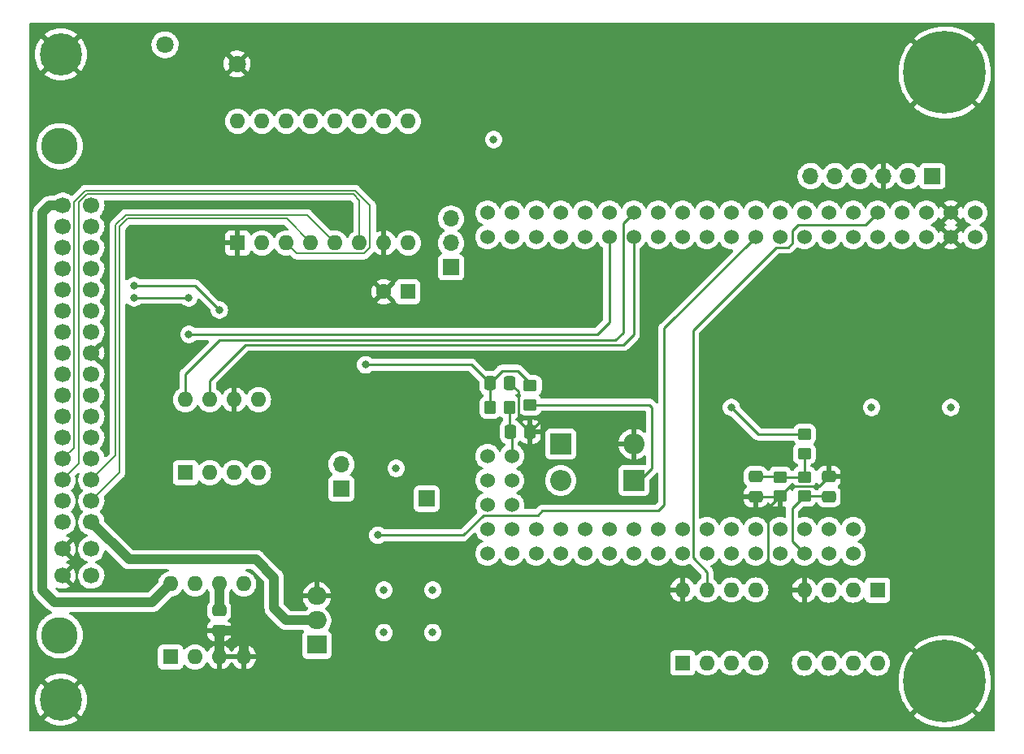
<source format=gbl>
G04 #@! TF.GenerationSoftware,KiCad,Pcbnew,(6.0.1)*
G04 #@! TF.CreationDate,2022-02-04T01:53:46-05:00*
G04 #@! TF.ProjectId,klxecu,6b6c7865-6375-42e6-9b69-6361645f7063,rev?*
G04 #@! TF.SameCoordinates,Original*
G04 #@! TF.FileFunction,Copper,L4,Bot*
G04 #@! TF.FilePolarity,Positive*
%FSLAX46Y46*%
G04 Gerber Fmt 4.6, Leading zero omitted, Abs format (unit mm)*
G04 Created by KiCad (PCBNEW (6.0.1)) date 2022-02-04 01:53:46*
%MOMM*%
%LPD*%
G01*
G04 APERTURE LIST*
G04 Aperture macros list*
%AMRoundRect*
0 Rectangle with rounded corners*
0 $1 Rounding radius*
0 $2 $3 $4 $5 $6 $7 $8 $9 X,Y pos of 4 corners*
0 Add a 4 corners polygon primitive as box body*
4,1,4,$2,$3,$4,$5,$6,$7,$8,$9,$2,$3,0*
0 Add four circle primitives for the rounded corners*
1,1,$1+$1,$2,$3*
1,1,$1+$1,$4,$5*
1,1,$1+$1,$6,$7*
1,1,$1+$1,$8,$9*
0 Add four rect primitives between the rounded corners*
20,1,$1+$1,$2,$3,$4,$5,0*
20,1,$1+$1,$4,$5,$6,$7,0*
20,1,$1+$1,$6,$7,$8,$9,0*
20,1,$1+$1,$8,$9,$2,$3,0*%
G04 Aperture macros list end*
G04 #@! TA.AperFunction,ComponentPad*
%ADD10C,4.400000*%
G04 #@! TD*
G04 #@! TA.AperFunction,ComponentPad*
%ADD11C,8.600000*%
G04 #@! TD*
G04 #@! TA.AperFunction,ComponentPad*
%ADD12C,1.700000*%
G04 #@! TD*
G04 #@! TA.AperFunction,WasherPad*
%ADD13C,3.800000*%
G04 #@! TD*
G04 #@! TA.AperFunction,ComponentPad*
%ADD14O,1.600000X1.600000*%
G04 #@! TD*
G04 #@! TA.AperFunction,ComponentPad*
%ADD15R,1.600000X1.600000*%
G04 #@! TD*
G04 #@! TA.AperFunction,ComponentPad*
%ADD16C,1.524000*%
G04 #@! TD*
G04 #@! TA.AperFunction,ComponentPad*
%ADD17C,1.800000*%
G04 #@! TD*
G04 #@! TA.AperFunction,SMDPad,CuDef*
%ADD18RoundRect,0.250000X-0.350000X-0.450000X0.350000X-0.450000X0.350000X0.450000X-0.350000X0.450000X0*%
G04 #@! TD*
G04 #@! TA.AperFunction,SMDPad,CuDef*
%ADD19RoundRect,0.250000X0.450000X-0.350000X0.450000X0.350000X-0.450000X0.350000X-0.450000X-0.350000X0*%
G04 #@! TD*
G04 #@! TA.AperFunction,SMDPad,CuDef*
%ADD20RoundRect,0.250000X-0.450000X0.350000X-0.450000X-0.350000X0.450000X-0.350000X0.450000X0.350000X0*%
G04 #@! TD*
G04 #@! TA.AperFunction,ComponentPad*
%ADD21O,2.000000X1.905000*%
G04 #@! TD*
G04 #@! TA.AperFunction,ComponentPad*
%ADD22R,2.000000X1.905000*%
G04 #@! TD*
G04 #@! TA.AperFunction,ComponentPad*
%ADD23O,1.700000X1.700000*%
G04 #@! TD*
G04 #@! TA.AperFunction,ComponentPad*
%ADD24R,1.700000X1.700000*%
G04 #@! TD*
G04 #@! TA.AperFunction,ComponentPad*
%ADD25O,2.200000X2.200000*%
G04 #@! TD*
G04 #@! TA.AperFunction,ComponentPad*
%ADD26R,2.200000X2.200000*%
G04 #@! TD*
G04 #@! TA.AperFunction,ComponentPad*
%ADD27C,1.600000*%
G04 #@! TD*
G04 #@! TA.AperFunction,SMDPad,CuDef*
%ADD28RoundRect,0.250000X-0.475000X0.337500X-0.475000X-0.337500X0.475000X-0.337500X0.475000X0.337500X0*%
G04 #@! TD*
G04 #@! TA.AperFunction,SMDPad,CuDef*
%ADD29RoundRect,0.250000X-0.337500X-0.475000X0.337500X-0.475000X0.337500X0.475000X-0.337500X0.475000X0*%
G04 #@! TD*
G04 #@! TA.AperFunction,ViaPad*
%ADD30C,0.800000*%
G04 #@! TD*
G04 #@! TA.AperFunction,Conductor*
%ADD31C,0.250000*%
G04 #@! TD*
G04 #@! TA.AperFunction,Conductor*
%ADD32C,1.000000*%
G04 #@! TD*
G04 #@! TA.AperFunction,Conductor*
%ADD33C,0.200000*%
G04 #@! TD*
G04 APERTURE END LIST*
D10*
X29845000Y-111125000D03*
X29845000Y-43815000D03*
D11*
X121920000Y-109220000D03*
X121920000Y-45720000D03*
D12*
X30020000Y-98200000D03*
X30020000Y-95400000D03*
X30020000Y-92600000D03*
X30020000Y-90400000D03*
X30020000Y-88200000D03*
X30020000Y-86000000D03*
X30020000Y-83800000D03*
X30020000Y-81600000D03*
X30020000Y-79400000D03*
X30020000Y-77200000D03*
X30020000Y-75000000D03*
X30020000Y-72800000D03*
X30020000Y-70600000D03*
X30020000Y-68400000D03*
X30020000Y-66200000D03*
X30020000Y-64000000D03*
X30020000Y-61800000D03*
X30020000Y-59600000D03*
X33020000Y-98200000D03*
X33020000Y-95400000D03*
X33020000Y-92600000D03*
X33020000Y-90400000D03*
X33020000Y-88200000D03*
X33020000Y-86000000D03*
X33020000Y-83800000D03*
X33020000Y-81600000D03*
X33020000Y-79400000D03*
X33020000Y-77200000D03*
X33020000Y-75000000D03*
X33020000Y-72800000D03*
X33020000Y-70600000D03*
X33020000Y-68400000D03*
X33020000Y-66200000D03*
X33020000Y-64000000D03*
X33020000Y-61800000D03*
X33020000Y-59600000D03*
D13*
X29720000Y-104400000D03*
X29720000Y-53400000D03*
D14*
X41275000Y-99060000D03*
X43815000Y-99060000D03*
X46355000Y-99060000D03*
X48895000Y-99060000D03*
X48895000Y-106680000D03*
X46355000Y-106680000D03*
X43815000Y-106680000D03*
D15*
X41275000Y-106680000D03*
D16*
X117475000Y-60325000D03*
X117475000Y-62865000D03*
X120015000Y-60325000D03*
X120015000Y-62865000D03*
X112395000Y-95885000D03*
X112395000Y-93345000D03*
X109855000Y-95885000D03*
X109855000Y-93345000D03*
X107315000Y-95885000D03*
X107315000Y-93345000D03*
X104775000Y-95885000D03*
X104775000Y-93345000D03*
X102235000Y-95885000D03*
X102235000Y-93345000D03*
X99695000Y-95885000D03*
X99695000Y-93345000D03*
X97155000Y-95885000D03*
X97155000Y-93345000D03*
X94615000Y-95885000D03*
X94615000Y-93345000D03*
X114935000Y-62865000D03*
X109855000Y-62865000D03*
X109855000Y-60325000D03*
X107315000Y-62865000D03*
X107315000Y-60325000D03*
X104775000Y-62865000D03*
X104775000Y-60325000D03*
X102235000Y-62865000D03*
X102235000Y-60325000D03*
X99695000Y-62865000D03*
X99695000Y-60325000D03*
X97155000Y-62865000D03*
X97155000Y-60325000D03*
X94615000Y-62865000D03*
X94615000Y-60325000D03*
X92075000Y-62865000D03*
X92075000Y-60325000D03*
X89535000Y-62865000D03*
X89535000Y-60325000D03*
X86995000Y-62865000D03*
X86995000Y-60325000D03*
X84455000Y-62865000D03*
X84455000Y-60325000D03*
X81915000Y-62865000D03*
X81915000Y-60325000D03*
X79375000Y-62865000D03*
X79375000Y-60325000D03*
X76835000Y-62865000D03*
X76835000Y-60325000D03*
X74295000Y-62865000D03*
X74295000Y-60325000D03*
X92075000Y-95885000D03*
X92075000Y-93345000D03*
X89535000Y-95885000D03*
X89535000Y-93345000D03*
X86995000Y-95885000D03*
X86995000Y-93345000D03*
X84455000Y-95885000D03*
X84455000Y-93345000D03*
X81915000Y-95885000D03*
X81915000Y-93345000D03*
X79375000Y-95885000D03*
X79375000Y-93345000D03*
X76835000Y-95885000D03*
X76835000Y-93345000D03*
X74295000Y-95885000D03*
X74295000Y-93345000D03*
X74295000Y-90805000D03*
X76835000Y-90805000D03*
X74295000Y-88265000D03*
X76835000Y-88265000D03*
X74295000Y-85725000D03*
X76835000Y-85725000D03*
X122555000Y-62865000D03*
X122555000Y-60325000D03*
X114935000Y-60325000D03*
X112395000Y-62865000D03*
X112395000Y-60325000D03*
X125095000Y-60325000D03*
X125095000Y-62865000D03*
D17*
X48200000Y-44815000D03*
X40700000Y-42815000D03*
D18*
X76565000Y-80645000D03*
X74565000Y-80645000D03*
D19*
X78740000Y-78375000D03*
X78740000Y-80375000D03*
D20*
X107315000Y-89900000D03*
X107315000Y-87900000D03*
D19*
X104775000Y-87900000D03*
X104775000Y-89900000D03*
X107315000Y-83455000D03*
X107315000Y-85455000D03*
D21*
X56515000Y-100330000D03*
X56515000Y-102870000D03*
D22*
X56515000Y-105410000D03*
D23*
X70485000Y-60945000D03*
X70485000Y-63485000D03*
D24*
X70485000Y-66025000D03*
X67945000Y-90170000D03*
D14*
X42825000Y-79839511D03*
X45365000Y-79839511D03*
X47905000Y-79839511D03*
X50445000Y-79839511D03*
X50445000Y-87459511D03*
X47905000Y-87459511D03*
X45365000Y-87459511D03*
D15*
X42825000Y-87459511D03*
D14*
X94625000Y-99685000D03*
X97165000Y-99685000D03*
X99705000Y-99685000D03*
X102245000Y-99685000D03*
X102245000Y-107305000D03*
X99705000Y-107305000D03*
X97165000Y-107305000D03*
D15*
X94625000Y-107305000D03*
D23*
X107950000Y-56515000D03*
X110490000Y-56515000D03*
X113030000Y-56515000D03*
X115570000Y-56515000D03*
X118110000Y-56515000D03*
D24*
X120650000Y-56515000D03*
D23*
X59055000Y-86569511D03*
D24*
X59055000Y-89109511D03*
D14*
X114925000Y-107325000D03*
X112385000Y-107325000D03*
X109845000Y-107325000D03*
X107305000Y-107325000D03*
X107305000Y-99705000D03*
X109845000Y-99705000D03*
X112385000Y-99705000D03*
D15*
X114925000Y-99705000D03*
D25*
X89535000Y-84455000D03*
D26*
X81915000Y-84455000D03*
D25*
X81915000Y-88265000D03*
D26*
X89535000Y-88265000D03*
D27*
X63475112Y-68580000D03*
D15*
X65975112Y-68580000D03*
D28*
X46345000Y-103917500D03*
X46345000Y-101842500D03*
D29*
X78740000Y-83185000D03*
X76665000Y-83185000D03*
D28*
X109855000Y-87862500D03*
X109855000Y-89937500D03*
D29*
X76602500Y-78105000D03*
X74527500Y-78105000D03*
D28*
X102235000Y-87862500D03*
X102235000Y-89937500D03*
D14*
X48260000Y-50790000D03*
X50800000Y-50790000D03*
X53340000Y-50790000D03*
X55880000Y-50790000D03*
X58420000Y-50790000D03*
X60960000Y-50790000D03*
X63500000Y-50790000D03*
X66040000Y-50790000D03*
X66040000Y-63490000D03*
X63500000Y-63490000D03*
X60960000Y-63490000D03*
X58420000Y-63490000D03*
X55880000Y-63490000D03*
X53340000Y-63490000D03*
X50800000Y-63490000D03*
D15*
X48260000Y-63490000D03*
D30*
X122555000Y-80645000D03*
X114300000Y-80645000D03*
X61595000Y-76200000D03*
X43180000Y-69215000D03*
X46355000Y-70485000D03*
X99695000Y-80645000D03*
X62865000Y-93980000D03*
X43180000Y-73025000D03*
X37465000Y-69215000D03*
X37465000Y-67945000D03*
X64770000Y-86995000D03*
X74930000Y-52705000D03*
X92710000Y-48895000D03*
X90805000Y-48895000D03*
X90805000Y-46990000D03*
X92710000Y-45085000D03*
X90805000Y-45085000D03*
X88900000Y-45085000D03*
X88900000Y-46990000D03*
X88900000Y-48895000D03*
X88900000Y-50800000D03*
X90805000Y-50800000D03*
X92710000Y-50800000D03*
X95250000Y-50800000D03*
X95250000Y-48895000D03*
X95250000Y-46990000D03*
X95250000Y-45085000D03*
X95250000Y-43180000D03*
X92710000Y-43180000D03*
X90805000Y-43180000D03*
X88900000Y-43180000D03*
X69215000Y-102235000D03*
X69215000Y-97790000D03*
X68580000Y-99695000D03*
X68580000Y-104140000D03*
X63500000Y-99695000D03*
X63500000Y-104140000D03*
D31*
X85725000Y-73025000D02*
X86995000Y-71755000D01*
X86995000Y-71755000D02*
X86995000Y-62865000D01*
X43180000Y-73025000D02*
X85725000Y-73025000D01*
X45365000Y-77825000D02*
X45365000Y-79839511D01*
X49080480Y-74109520D02*
X45365000Y-77825000D01*
X42825000Y-77190000D02*
X42825000Y-79839511D01*
X46355000Y-73660000D02*
X42825000Y-77190000D01*
X61595000Y-76200000D02*
X72622500Y-76200000D01*
X72622500Y-76200000D02*
X74527500Y-78105000D01*
X88900000Y-81915000D02*
X80010000Y-81915000D01*
X89535000Y-82550000D02*
X88900000Y-81915000D01*
X80010000Y-81915000D02*
X78740000Y-83185000D01*
X89535000Y-84455000D02*
X89535000Y-82550000D01*
X91440000Y-80645000D02*
X91440000Y-86995000D01*
X91440000Y-86995000D02*
X90170000Y-88265000D01*
X91170000Y-80375000D02*
X91440000Y-80645000D01*
X90170000Y-88265000D02*
X89535000Y-88265000D01*
X78740000Y-80375000D02*
X91170000Y-80375000D01*
X77489520Y-81895480D02*
X77470000Y-81915000D01*
X77489520Y-78992020D02*
X77489520Y-81895480D01*
X77470000Y-81915000D02*
X78740000Y-83185000D01*
X76602500Y-78105000D02*
X77489520Y-78992020D01*
X76835000Y-83355000D02*
X76835000Y-85725000D01*
X76665000Y-83185000D02*
X76835000Y-83355000D01*
X76565000Y-83085000D02*
X76665000Y-83185000D01*
X76565000Y-80645000D02*
X76565000Y-83085000D01*
X77470000Y-76835000D02*
X78740000Y-78105000D01*
X78740000Y-78105000D02*
X78740000Y-78375000D01*
X75797500Y-76835000D02*
X77470000Y-76835000D01*
X74527500Y-78105000D02*
X75797500Y-76835000D01*
X74527500Y-80607500D02*
X74565000Y-80645000D01*
X74527500Y-78105000D02*
X74527500Y-80607500D01*
X92710000Y-72390000D02*
X102235000Y-62865000D01*
X92075000Y-91440000D02*
X92710000Y-90805000D01*
X80010000Y-91440000D02*
X92075000Y-91440000D01*
X92710000Y-90805000D02*
X92710000Y-72390000D01*
X73843489Y-91891511D02*
X79558489Y-91891511D01*
X79558489Y-91891511D02*
X80010000Y-91440000D01*
X71755000Y-93980000D02*
X73843489Y-91891511D01*
X62865000Y-93980000D02*
X71755000Y-93980000D01*
X49080480Y-74109520D02*
X88450480Y-74109520D01*
X88450480Y-74109520D02*
X89535000Y-73025000D01*
X89535000Y-73025000D02*
X89535000Y-62865000D01*
X87630000Y-73660000D02*
X88448489Y-72841511D01*
X88448489Y-72841511D02*
X88448489Y-61411511D01*
X46355000Y-73660000D02*
X87630000Y-73660000D01*
X88448489Y-61411511D02*
X89535000Y-60325000D01*
X99695000Y-80645000D02*
X102505000Y-83455000D01*
X102505000Y-83455000D02*
X107315000Y-83455000D01*
X43815000Y-67945000D02*
X46355000Y-70485000D01*
X37465000Y-67945000D02*
X43815000Y-67945000D01*
X103505000Y-97036370D02*
X103505000Y-91170000D01*
X106173630Y-99705000D02*
X103505000Y-97036370D01*
X103505000Y-91170000D02*
X104775000Y-89900000D01*
X107305000Y-99705000D02*
X106173630Y-99705000D01*
X106045000Y-94615000D02*
X107315000Y-95885000D01*
X106045000Y-91170000D02*
X106045000Y-94615000D01*
X107315000Y-89900000D02*
X106045000Y-91170000D01*
X109817500Y-89900000D02*
X109855000Y-89937500D01*
X107315000Y-89900000D02*
X109817500Y-89900000D01*
X108817500Y-88900000D02*
X109855000Y-87862500D01*
X105775000Y-88900000D02*
X108817500Y-88900000D01*
X104775000Y-89900000D02*
X105775000Y-88900000D01*
X104775000Y-87900000D02*
X107315000Y-87900000D01*
X107315000Y-87900000D02*
X107315000Y-85455000D01*
X104737500Y-89937500D02*
X104775000Y-89900000D01*
X102235000Y-89937500D02*
X104737500Y-89937500D01*
X104737500Y-87862500D02*
X104775000Y-87900000D01*
X102235000Y-87862500D02*
X104737500Y-87862500D01*
X106680000Y-61595000D02*
X113665000Y-61595000D01*
X113665000Y-61595000D02*
X114935000Y-60325000D01*
X106045000Y-62230000D02*
X106680000Y-61595000D01*
X106045000Y-63500000D02*
X106045000Y-62230000D01*
X105593489Y-63951511D02*
X106045000Y-63500000D01*
X104324951Y-63951511D02*
X105593489Y-63951511D01*
X104324579Y-63951139D02*
X104324951Y-63951511D01*
X95701511Y-72574207D02*
X104324579Y-63951139D01*
X95701511Y-96336511D02*
X95701511Y-72574207D01*
X97165000Y-97800000D02*
X95701511Y-96336511D01*
X97165000Y-99685000D02*
X97165000Y-97800000D01*
X37465000Y-69215000D02*
X43180000Y-69215000D01*
D32*
X39370000Y-100965000D02*
X41275000Y-99060000D01*
X29210000Y-100965000D02*
X39370000Y-100965000D01*
X27940000Y-99695000D02*
X29210000Y-100965000D01*
X27940000Y-60325000D02*
X27940000Y-99695000D01*
X28665000Y-59600000D02*
X27940000Y-60325000D01*
X30020000Y-59600000D02*
X28665000Y-59600000D01*
D33*
X53350000Y-60960000D02*
X55880000Y-63490000D01*
X36760006Y-60960000D02*
X53350000Y-60960000D01*
X35959520Y-61760486D02*
X36760006Y-60960000D01*
X35959520Y-87460480D02*
X35959520Y-61760486D01*
X33020000Y-90400000D02*
X35959520Y-87460480D01*
X36594519Y-60560481D02*
X55490481Y-60560481D01*
X55490481Y-60560481D02*
X58420000Y-63490000D01*
X35560000Y-85660000D02*
X35560000Y-61595000D01*
X35560000Y-61595000D02*
X36594519Y-60560481D01*
X33020000Y-88200000D02*
X35560000Y-85660000D01*
X54439511Y-64589511D02*
X53340000Y-63490000D01*
X61415433Y-64589511D02*
X54439511Y-64589511D01*
X62059511Y-63945433D02*
X61415433Y-64589511D01*
X60490486Y-58020480D02*
X62059511Y-59589505D01*
X32408859Y-58020480D02*
X60490486Y-58020480D01*
X31169511Y-59259828D02*
X32408859Y-58020480D01*
X31169511Y-84850489D02*
X31169511Y-59259828D01*
X30020000Y-86000000D02*
X31169511Y-84850489D01*
X62059511Y-59589505D02*
X62059511Y-63945433D01*
X60960000Y-59055000D02*
X60960000Y-63490000D01*
X32574345Y-58420000D02*
X60325000Y-58420000D01*
X31750000Y-59244345D02*
X32574345Y-58420000D01*
X31750000Y-86470000D02*
X31750000Y-59244345D01*
X30020000Y-88200000D02*
X31750000Y-86470000D01*
X60325000Y-58420000D02*
X60960000Y-59055000D01*
D32*
X53340000Y-102870000D02*
X56515000Y-102870000D01*
X50165000Y-96520000D02*
X52070000Y-98425000D01*
X52070000Y-98425000D02*
X52070000Y-101600000D01*
X36940000Y-96520000D02*
X50165000Y-96520000D01*
X33020000Y-92600000D02*
X36940000Y-96520000D01*
X52070000Y-101600000D02*
X53340000Y-102870000D01*
X48017500Y-103917500D02*
X46345000Y-103917500D01*
X48895000Y-104795000D02*
X48017500Y-103917500D01*
X48895000Y-106680000D02*
X48895000Y-104795000D01*
X46355000Y-101832500D02*
X46345000Y-101842500D01*
X46355000Y-99060000D02*
X46355000Y-101832500D01*
X46355000Y-103927500D02*
X46345000Y-103917500D01*
X46355000Y-106680000D02*
X46355000Y-103927500D01*
G04 #@! TA.AperFunction,Conductor*
G36*
X127069121Y-40533002D02*
G01*
X127115614Y-40586658D01*
X127127000Y-40639000D01*
X127127000Y-114301000D01*
X127106998Y-114369121D01*
X127053342Y-114415614D01*
X127001000Y-114427000D01*
X26669000Y-114427000D01*
X26600879Y-114406998D01*
X26554386Y-114353342D01*
X26543000Y-114301000D01*
X26543000Y-113211423D01*
X28123703Y-113211423D01*
X28131227Y-113221854D01*
X28270483Y-113334020D01*
X28276657Y-113338408D01*
X28547271Y-113507178D01*
X28553931Y-113510794D01*
X28842852Y-113645827D01*
X28849905Y-113648620D01*
X29152970Y-113747970D01*
X29160282Y-113749888D01*
X29473092Y-113812109D01*
X29480590Y-113813137D01*
X29798610Y-113837328D01*
X29806173Y-113837446D01*
X30124785Y-113823257D01*
X30132326Y-113822465D01*
X30446924Y-113770101D01*
X30454302Y-113768411D01*
X30760355Y-113678625D01*
X30767450Y-113676071D01*
X31060496Y-113550169D01*
X31067263Y-113546765D01*
X31343042Y-113386580D01*
X31349349Y-113382390D01*
X31559305Y-113223889D01*
X31567761Y-113212496D01*
X31561045Y-113200256D01*
X29857810Y-111497020D01*
X29843869Y-111489408D01*
X29842034Y-111489539D01*
X29835420Y-111493790D01*
X28130818Y-113198393D01*
X28123703Y-113211423D01*
X26543000Y-113211423D01*
X26543000Y-111100383D01*
X27132388Y-111100383D01*
X27148245Y-111418914D01*
X27149076Y-111426443D01*
X27203085Y-111740759D01*
X27204818Y-111748146D01*
X27296196Y-112053695D01*
X27298799Y-112060808D01*
X27426227Y-112353173D01*
X27429669Y-112359929D01*
X27591296Y-112634865D01*
X27595519Y-112641150D01*
X27746463Y-112838934D01*
X27757989Y-112847396D01*
X27770054Y-112840735D01*
X29472980Y-111137810D01*
X29479357Y-111126131D01*
X30209408Y-111126131D01*
X30209539Y-111127966D01*
X30213790Y-111134580D01*
X31918285Y-112839074D01*
X31931408Y-112846240D01*
X31941709Y-112838851D01*
X31976255Y-112796418D01*
X118709122Y-112796418D01*
X118709171Y-112797110D01*
X118714617Y-112805274D01*
X118792268Y-112877812D01*
X118796507Y-112881433D01*
X119129802Y-113141363D01*
X119134359Y-113144602D01*
X119489448Y-113373880D01*
X119494250Y-113376686D01*
X119868316Y-113573491D01*
X119873374Y-113575871D01*
X120263435Y-113738638D01*
X120268690Y-113740561D01*
X120671676Y-113868008D01*
X120677075Y-113869455D01*
X121089796Y-113960575D01*
X121095307Y-113961537D01*
X121514501Y-114015610D01*
X121520064Y-114016077D01*
X121942405Y-114032670D01*
X121947997Y-114032641D01*
X122370125Y-114011626D01*
X122375708Y-114011098D01*
X122794305Y-113952640D01*
X122799792Y-113951623D01*
X123211543Y-113856185D01*
X123216929Y-113854681D01*
X123618567Y-113723018D01*
X123623784Y-113721046D01*
X124012126Y-113554202D01*
X124017169Y-113551764D01*
X124389131Y-113351063D01*
X124393935Y-113348188D01*
X124746563Y-113115231D01*
X124751126Y-113111916D01*
X125081658Y-112848529D01*
X125085873Y-112844852D01*
X125123823Y-112808649D01*
X125131763Y-112794890D01*
X125131713Y-112793843D01*
X125126822Y-112786032D01*
X121932812Y-109592022D01*
X121918868Y-109584408D01*
X121917035Y-109584539D01*
X121910420Y-109588790D01*
X118716736Y-112782474D01*
X118709122Y-112796418D01*
X31976255Y-112796418D01*
X32045751Y-112711055D01*
X32050164Y-112704914D01*
X32220349Y-112435187D01*
X32224005Y-112428536D01*
X32360544Y-112140335D01*
X32363375Y-112133295D01*
X32464306Y-111830767D01*
X32466270Y-111823433D01*
X32530122Y-111510989D01*
X32531194Y-111503465D01*
X32557173Y-111184051D01*
X32557378Y-111179576D01*
X32557927Y-111127221D01*
X32557817Y-111122789D01*
X32538529Y-110802853D01*
X32537621Y-110795351D01*
X32480319Y-110481593D01*
X32478518Y-110474260D01*
X32383935Y-110169655D01*
X32381263Y-110162583D01*
X32250781Y-109871570D01*
X32247264Y-109864843D01*
X32082771Y-109591621D01*
X32078481Y-109585377D01*
X31942991Y-109411647D01*
X31931199Y-109403178D01*
X31919486Y-109409725D01*
X30217020Y-111112190D01*
X30209408Y-111126131D01*
X29479357Y-111126131D01*
X29480592Y-111123869D01*
X29480461Y-111122034D01*
X29476210Y-111115420D01*
X27771445Y-109410656D01*
X27758510Y-109403592D01*
X27747949Y-109411252D01*
X27627766Y-109562072D01*
X27623410Y-109568270D01*
X27456059Y-109839764D01*
X27452479Y-109846440D01*
X27318956Y-110136074D01*
X27316206Y-110143125D01*
X27218444Y-110446708D01*
X27216561Y-110454041D01*
X27155979Y-110767170D01*
X27154992Y-110774670D01*
X27132467Y-111092802D01*
X27132388Y-111100383D01*
X26543000Y-111100383D01*
X26543000Y-109038423D01*
X28122917Y-109038423D01*
X28129520Y-109050309D01*
X29832190Y-110752980D01*
X29846131Y-110760592D01*
X29847966Y-110760461D01*
X29854580Y-110756210D01*
X31513964Y-109096825D01*
X117108855Y-109096825D01*
X117116600Y-109519410D01*
X117116950Y-109524976D01*
X117162231Y-109945208D01*
X117163078Y-109950746D01*
X117245535Y-110365286D01*
X117246864Y-110370698D01*
X117365852Y-110776289D01*
X117367658Y-110781564D01*
X117522219Y-111174948D01*
X117524501Y-111180072D01*
X117713416Y-111558150D01*
X117716140Y-111563043D01*
X117937917Y-111922833D01*
X117941068Y-111927469D01*
X118193955Y-112266127D01*
X118197488Y-112270444D01*
X118333222Y-112421988D01*
X118346717Y-112430351D01*
X118356128Y-112424662D01*
X121547978Y-109232812D01*
X121554356Y-109221132D01*
X122284408Y-109221132D01*
X122284539Y-109222965D01*
X122288790Y-109229580D01*
X125482142Y-112422932D01*
X125495903Y-112430446D01*
X125505263Y-112423989D01*
X125674244Y-112231303D01*
X125677744Y-112226935D01*
X125927073Y-111885645D01*
X125930168Y-111880987D01*
X126148160Y-111518903D01*
X126150841Y-111513964D01*
X126335779Y-111133946D01*
X126338014Y-111128780D01*
X126488442Y-110733815D01*
X126490201Y-110728496D01*
X126604920Y-110321730D01*
X126606204Y-110316259D01*
X126684315Y-109900883D01*
X126685102Y-109895346D01*
X126726035Y-109474102D01*
X126726308Y-109469665D01*
X126732788Y-109222233D01*
X126732746Y-109217762D01*
X126713917Y-108794973D01*
X126713419Y-108789386D01*
X126657155Y-108370499D01*
X126656162Y-108364976D01*
X126562883Y-107952748D01*
X126561410Y-107947361D01*
X126431847Y-107545025D01*
X126429910Y-107539815D01*
X126265098Y-107150599D01*
X126262683Y-107145536D01*
X126063936Y-106772535D01*
X126061085Y-106767713D01*
X125829974Y-106413865D01*
X125826692Y-106409297D01*
X125565030Y-106077380D01*
X125561382Y-106073155D01*
X125508103Y-106016715D01*
X125494389Y-106008705D01*
X125493517Y-106008742D01*
X125485438Y-106013772D01*
X122292022Y-109207188D01*
X122284408Y-109221132D01*
X121554356Y-109221132D01*
X121555592Y-109218868D01*
X121555461Y-109217035D01*
X121551210Y-109210420D01*
X118355561Y-106014771D01*
X118342253Y-106007504D01*
X118332214Y-106014626D01*
X118088223Y-106307994D01*
X118084828Y-106312467D01*
X117844528Y-106660152D01*
X117841549Y-106664902D01*
X117633106Y-107032575D01*
X117630562Y-107037568D01*
X117455629Y-107422312D01*
X117453538Y-107427511D01*
X117313498Y-107826290D01*
X117311877Y-107831659D01*
X117207840Y-108241303D01*
X117206706Y-108246776D01*
X117139496Y-108664054D01*
X117138851Y-108669632D01*
X117109002Y-109091204D01*
X117108855Y-109096825D01*
X31513964Y-109096825D01*
X31559559Y-109051230D01*
X31566571Y-109038389D01*
X31558777Y-109027701D01*
X31396298Y-108899613D01*
X31390075Y-108895288D01*
X31117702Y-108729357D01*
X31111025Y-108725822D01*
X30820686Y-108593813D01*
X30813616Y-108591099D01*
X30509537Y-108494932D01*
X30502186Y-108493085D01*
X30188746Y-108434142D01*
X30181237Y-108433194D01*
X29862989Y-108412335D01*
X29855424Y-108412295D01*
X29536964Y-108429821D01*
X29529450Y-108430690D01*
X29215405Y-108486348D01*
X29208044Y-108488115D01*
X28902980Y-108581092D01*
X28895860Y-108583740D01*
X28604182Y-108712690D01*
X28597445Y-108716167D01*
X28323355Y-108879233D01*
X28317091Y-108883490D01*
X28131385Y-109026762D01*
X28122917Y-109038423D01*
X26543000Y-109038423D01*
X26543000Y-108153134D01*
X93316500Y-108153134D01*
X93323255Y-108215316D01*
X93374385Y-108351705D01*
X93461739Y-108468261D01*
X93578295Y-108555615D01*
X93714684Y-108606745D01*
X93776866Y-108613500D01*
X95473134Y-108613500D01*
X95535316Y-108606745D01*
X95671705Y-108555615D01*
X95788261Y-108468261D01*
X95875615Y-108351705D01*
X95926745Y-108215316D01*
X95927917Y-108204526D01*
X95928803Y-108202394D01*
X95929425Y-108199778D01*
X95929848Y-108199879D01*
X95955155Y-108138965D01*
X96013517Y-108098537D01*
X96084471Y-108096078D01*
X96145490Y-108132371D01*
X96152489Y-108141031D01*
X96155643Y-108144789D01*
X96158802Y-108149300D01*
X96320700Y-108311198D01*
X96325208Y-108314355D01*
X96325211Y-108314357D01*
X96343697Y-108327301D01*
X96508251Y-108442523D01*
X96513233Y-108444846D01*
X96513238Y-108444849D01*
X96616682Y-108493085D01*
X96715757Y-108539284D01*
X96721065Y-108540706D01*
X96721067Y-108540707D01*
X96931598Y-108597119D01*
X96931600Y-108597119D01*
X96936913Y-108598543D01*
X97165000Y-108618498D01*
X97393087Y-108598543D01*
X97398400Y-108597119D01*
X97398402Y-108597119D01*
X97608933Y-108540707D01*
X97608935Y-108540706D01*
X97614243Y-108539284D01*
X97713318Y-108493085D01*
X97816762Y-108444849D01*
X97816767Y-108444846D01*
X97821749Y-108442523D01*
X97986303Y-108327301D01*
X98004789Y-108314357D01*
X98004792Y-108314355D01*
X98009300Y-108311198D01*
X98171198Y-108149300D01*
X98302523Y-107961749D01*
X98304846Y-107956767D01*
X98304849Y-107956762D01*
X98320805Y-107922543D01*
X98367722Y-107869258D01*
X98435999Y-107849797D01*
X98503959Y-107870339D01*
X98549195Y-107922543D01*
X98565151Y-107956762D01*
X98565154Y-107956767D01*
X98567477Y-107961749D01*
X98698802Y-108149300D01*
X98860700Y-108311198D01*
X98865208Y-108314355D01*
X98865211Y-108314357D01*
X98883697Y-108327301D01*
X99048251Y-108442523D01*
X99053233Y-108444846D01*
X99053238Y-108444849D01*
X99156682Y-108493085D01*
X99255757Y-108539284D01*
X99261065Y-108540706D01*
X99261067Y-108540707D01*
X99471598Y-108597119D01*
X99471600Y-108597119D01*
X99476913Y-108598543D01*
X99705000Y-108618498D01*
X99933087Y-108598543D01*
X99938400Y-108597119D01*
X99938402Y-108597119D01*
X100148933Y-108540707D01*
X100148935Y-108540706D01*
X100154243Y-108539284D01*
X100253318Y-108493085D01*
X100356762Y-108444849D01*
X100356767Y-108444846D01*
X100361749Y-108442523D01*
X100526303Y-108327301D01*
X100544789Y-108314357D01*
X100544792Y-108314355D01*
X100549300Y-108311198D01*
X100711198Y-108149300D01*
X100842523Y-107961749D01*
X100844846Y-107956767D01*
X100844849Y-107956762D01*
X100860805Y-107922543D01*
X100907722Y-107869258D01*
X100975999Y-107849797D01*
X101043959Y-107870339D01*
X101089195Y-107922543D01*
X101105151Y-107956762D01*
X101105154Y-107956767D01*
X101107477Y-107961749D01*
X101238802Y-108149300D01*
X101400700Y-108311198D01*
X101405208Y-108314355D01*
X101405211Y-108314357D01*
X101423697Y-108327301D01*
X101588251Y-108442523D01*
X101593233Y-108444846D01*
X101593238Y-108444849D01*
X101696682Y-108493085D01*
X101795757Y-108539284D01*
X101801065Y-108540706D01*
X101801067Y-108540707D01*
X102011598Y-108597119D01*
X102011600Y-108597119D01*
X102016913Y-108598543D01*
X102245000Y-108618498D01*
X102473087Y-108598543D01*
X102478400Y-108597119D01*
X102478402Y-108597119D01*
X102688933Y-108540707D01*
X102688935Y-108540706D01*
X102694243Y-108539284D01*
X102793318Y-108493085D01*
X102896762Y-108444849D01*
X102896767Y-108444846D01*
X102901749Y-108442523D01*
X103066303Y-108327301D01*
X103084789Y-108314357D01*
X103084792Y-108314355D01*
X103089300Y-108311198D01*
X103251198Y-108149300D01*
X103382523Y-107961749D01*
X103384846Y-107956767D01*
X103384849Y-107956762D01*
X103476961Y-107759225D01*
X103476961Y-107759224D01*
X103479284Y-107754243D01*
X103484738Y-107733891D01*
X103537119Y-107538402D01*
X103537119Y-107538400D01*
X103538543Y-107533087D01*
X103556748Y-107325000D01*
X105991502Y-107325000D01*
X106011457Y-107553087D01*
X106012881Y-107558400D01*
X106012881Y-107558402D01*
X106066957Y-107760213D01*
X106070716Y-107774243D01*
X106073039Y-107779224D01*
X106073039Y-107779225D01*
X106165151Y-107976762D01*
X106165154Y-107976767D01*
X106167477Y-107981749D01*
X106175704Y-107993498D01*
X106287527Y-108153197D01*
X106298802Y-108169300D01*
X106460700Y-108331198D01*
X106465208Y-108334355D01*
X106465211Y-108334357D01*
X106508940Y-108364976D01*
X106648251Y-108462523D01*
X106653233Y-108464846D01*
X106653238Y-108464849D01*
X106850775Y-108556961D01*
X106855757Y-108559284D01*
X106861065Y-108560706D01*
X106861067Y-108560707D01*
X107071598Y-108617119D01*
X107071600Y-108617119D01*
X107076913Y-108618543D01*
X107305000Y-108638498D01*
X107533087Y-108618543D01*
X107538400Y-108617119D01*
X107538402Y-108617119D01*
X107748933Y-108560707D01*
X107748935Y-108560706D01*
X107754243Y-108559284D01*
X107759225Y-108556961D01*
X107956762Y-108464849D01*
X107956767Y-108464846D01*
X107961749Y-108462523D01*
X108101060Y-108364976D01*
X108144789Y-108334357D01*
X108144792Y-108334355D01*
X108149300Y-108331198D01*
X108311198Y-108169300D01*
X108322474Y-108153197D01*
X108434296Y-107993498D01*
X108442523Y-107981749D01*
X108444846Y-107976767D01*
X108444849Y-107976762D01*
X108460805Y-107942543D01*
X108507722Y-107889258D01*
X108575999Y-107869797D01*
X108643959Y-107890339D01*
X108689195Y-107942543D01*
X108705151Y-107976762D01*
X108705154Y-107976767D01*
X108707477Y-107981749D01*
X108715704Y-107993498D01*
X108827527Y-108153197D01*
X108838802Y-108169300D01*
X109000700Y-108331198D01*
X109005208Y-108334355D01*
X109005211Y-108334357D01*
X109048940Y-108364976D01*
X109188251Y-108462523D01*
X109193233Y-108464846D01*
X109193238Y-108464849D01*
X109390775Y-108556961D01*
X109395757Y-108559284D01*
X109401065Y-108560706D01*
X109401067Y-108560707D01*
X109611598Y-108617119D01*
X109611600Y-108617119D01*
X109616913Y-108618543D01*
X109845000Y-108638498D01*
X110073087Y-108618543D01*
X110078400Y-108617119D01*
X110078402Y-108617119D01*
X110288933Y-108560707D01*
X110288935Y-108560706D01*
X110294243Y-108559284D01*
X110299225Y-108556961D01*
X110496762Y-108464849D01*
X110496767Y-108464846D01*
X110501749Y-108462523D01*
X110641060Y-108364976D01*
X110684789Y-108334357D01*
X110684792Y-108334355D01*
X110689300Y-108331198D01*
X110851198Y-108169300D01*
X110862474Y-108153197D01*
X110974296Y-107993498D01*
X110982523Y-107981749D01*
X110984846Y-107976767D01*
X110984849Y-107976762D01*
X111000805Y-107942543D01*
X111047722Y-107889258D01*
X111115999Y-107869797D01*
X111183959Y-107890339D01*
X111229195Y-107942543D01*
X111245151Y-107976762D01*
X111245154Y-107976767D01*
X111247477Y-107981749D01*
X111255704Y-107993498D01*
X111367527Y-108153197D01*
X111378802Y-108169300D01*
X111540700Y-108331198D01*
X111545208Y-108334355D01*
X111545211Y-108334357D01*
X111588940Y-108364976D01*
X111728251Y-108462523D01*
X111733233Y-108464846D01*
X111733238Y-108464849D01*
X111930775Y-108556961D01*
X111935757Y-108559284D01*
X111941065Y-108560706D01*
X111941067Y-108560707D01*
X112151598Y-108617119D01*
X112151600Y-108617119D01*
X112156913Y-108618543D01*
X112385000Y-108638498D01*
X112613087Y-108618543D01*
X112618400Y-108617119D01*
X112618402Y-108617119D01*
X112828933Y-108560707D01*
X112828935Y-108560706D01*
X112834243Y-108559284D01*
X112839225Y-108556961D01*
X113036762Y-108464849D01*
X113036767Y-108464846D01*
X113041749Y-108462523D01*
X113181060Y-108364976D01*
X113224789Y-108334357D01*
X113224792Y-108334355D01*
X113229300Y-108331198D01*
X113391198Y-108169300D01*
X113402474Y-108153197D01*
X113514296Y-107993498D01*
X113522523Y-107981749D01*
X113524846Y-107976767D01*
X113524849Y-107976762D01*
X113540805Y-107942543D01*
X113587722Y-107889258D01*
X113655999Y-107869797D01*
X113723959Y-107890339D01*
X113769195Y-107942543D01*
X113785151Y-107976762D01*
X113785154Y-107976767D01*
X113787477Y-107981749D01*
X113795704Y-107993498D01*
X113907527Y-108153197D01*
X113918802Y-108169300D01*
X114080700Y-108331198D01*
X114085208Y-108334355D01*
X114085211Y-108334357D01*
X114128940Y-108364976D01*
X114268251Y-108462523D01*
X114273233Y-108464846D01*
X114273238Y-108464849D01*
X114470775Y-108556961D01*
X114475757Y-108559284D01*
X114481065Y-108560706D01*
X114481067Y-108560707D01*
X114691598Y-108617119D01*
X114691600Y-108617119D01*
X114696913Y-108618543D01*
X114925000Y-108638498D01*
X115153087Y-108618543D01*
X115158400Y-108617119D01*
X115158402Y-108617119D01*
X115368933Y-108560707D01*
X115368935Y-108560706D01*
X115374243Y-108559284D01*
X115379225Y-108556961D01*
X115576762Y-108464849D01*
X115576767Y-108464846D01*
X115581749Y-108462523D01*
X115721060Y-108364976D01*
X115764789Y-108334357D01*
X115764792Y-108334355D01*
X115769300Y-108331198D01*
X115931198Y-108169300D01*
X115942474Y-108153197D01*
X116054296Y-107993498D01*
X116062523Y-107981749D01*
X116064846Y-107976767D01*
X116064849Y-107976762D01*
X116156961Y-107779225D01*
X116156961Y-107779224D01*
X116159284Y-107774243D01*
X116163044Y-107760213D01*
X116217119Y-107558402D01*
X116217119Y-107558400D01*
X116218543Y-107553087D01*
X116238498Y-107325000D01*
X116218543Y-107096913D01*
X116217119Y-107091598D01*
X116160707Y-106881067D01*
X116160706Y-106881065D01*
X116159284Y-106875757D01*
X116153916Y-106864245D01*
X116064849Y-106673238D01*
X116064846Y-106673233D01*
X116062523Y-106668251D01*
X115931198Y-106480700D01*
X115769300Y-106318802D01*
X115764792Y-106315645D01*
X115764789Y-106315643D01*
X115643559Y-106230757D01*
X115581749Y-106187477D01*
X115576767Y-106185154D01*
X115576762Y-106185151D01*
X115379225Y-106093039D01*
X115379224Y-106093039D01*
X115374243Y-106090716D01*
X115368935Y-106089294D01*
X115368933Y-106089293D01*
X115158402Y-106032881D01*
X115158400Y-106032881D01*
X115153087Y-106031457D01*
X114925000Y-106011502D01*
X114696913Y-106031457D01*
X114691600Y-106032881D01*
X114691598Y-106032881D01*
X114481067Y-106089293D01*
X114481065Y-106089294D01*
X114475757Y-106090716D01*
X114470776Y-106093039D01*
X114470775Y-106093039D01*
X114273238Y-106185151D01*
X114273233Y-106185154D01*
X114268251Y-106187477D01*
X114206441Y-106230757D01*
X114085211Y-106315643D01*
X114085208Y-106315645D01*
X114080700Y-106318802D01*
X113918802Y-106480700D01*
X113787477Y-106668251D01*
X113785154Y-106673233D01*
X113785151Y-106673238D01*
X113769195Y-106707457D01*
X113722278Y-106760742D01*
X113654001Y-106780203D01*
X113586041Y-106759661D01*
X113540805Y-106707457D01*
X113524849Y-106673238D01*
X113524846Y-106673233D01*
X113522523Y-106668251D01*
X113391198Y-106480700D01*
X113229300Y-106318802D01*
X113224792Y-106315645D01*
X113224789Y-106315643D01*
X113103559Y-106230757D01*
X113041749Y-106187477D01*
X113036767Y-106185154D01*
X113036762Y-106185151D01*
X112839225Y-106093039D01*
X112839224Y-106093039D01*
X112834243Y-106090716D01*
X112828935Y-106089294D01*
X112828933Y-106089293D01*
X112618402Y-106032881D01*
X112618400Y-106032881D01*
X112613087Y-106031457D01*
X112385000Y-106011502D01*
X112156913Y-106031457D01*
X112151600Y-106032881D01*
X112151598Y-106032881D01*
X111941067Y-106089293D01*
X111941065Y-106089294D01*
X111935757Y-106090716D01*
X111930776Y-106093039D01*
X111930775Y-106093039D01*
X111733238Y-106185151D01*
X111733233Y-106185154D01*
X111728251Y-106187477D01*
X111666441Y-106230757D01*
X111545211Y-106315643D01*
X111545208Y-106315645D01*
X111540700Y-106318802D01*
X111378802Y-106480700D01*
X111247477Y-106668251D01*
X111245154Y-106673233D01*
X111245151Y-106673238D01*
X111229195Y-106707457D01*
X111182278Y-106760742D01*
X111114001Y-106780203D01*
X111046041Y-106759661D01*
X111000805Y-106707457D01*
X110984849Y-106673238D01*
X110984846Y-106673233D01*
X110982523Y-106668251D01*
X110851198Y-106480700D01*
X110689300Y-106318802D01*
X110684792Y-106315645D01*
X110684789Y-106315643D01*
X110563559Y-106230757D01*
X110501749Y-106187477D01*
X110496767Y-106185154D01*
X110496762Y-106185151D01*
X110299225Y-106093039D01*
X110299224Y-106093039D01*
X110294243Y-106090716D01*
X110288935Y-106089294D01*
X110288933Y-106089293D01*
X110078402Y-106032881D01*
X110078400Y-106032881D01*
X110073087Y-106031457D01*
X109845000Y-106011502D01*
X109616913Y-106031457D01*
X109611600Y-106032881D01*
X109611598Y-106032881D01*
X109401067Y-106089293D01*
X109401065Y-106089294D01*
X109395757Y-106090716D01*
X109390776Y-106093039D01*
X109390775Y-106093039D01*
X109193238Y-106185151D01*
X109193233Y-106185154D01*
X109188251Y-106187477D01*
X109126441Y-106230757D01*
X109005211Y-106315643D01*
X109005208Y-106315645D01*
X109000700Y-106318802D01*
X108838802Y-106480700D01*
X108707477Y-106668251D01*
X108705154Y-106673233D01*
X108705151Y-106673238D01*
X108689195Y-106707457D01*
X108642278Y-106760742D01*
X108574001Y-106780203D01*
X108506041Y-106759661D01*
X108460805Y-106707457D01*
X108444849Y-106673238D01*
X108444846Y-106673233D01*
X108442523Y-106668251D01*
X108311198Y-106480700D01*
X108149300Y-106318802D01*
X108144792Y-106315645D01*
X108144789Y-106315643D01*
X108023559Y-106230757D01*
X107961749Y-106187477D01*
X107956767Y-106185154D01*
X107956762Y-106185151D01*
X107759225Y-106093039D01*
X107759224Y-106093039D01*
X107754243Y-106090716D01*
X107748935Y-106089294D01*
X107748933Y-106089293D01*
X107538402Y-106032881D01*
X107538400Y-106032881D01*
X107533087Y-106031457D01*
X107305000Y-106011502D01*
X107076913Y-106031457D01*
X107071600Y-106032881D01*
X107071598Y-106032881D01*
X106861067Y-106089293D01*
X106861065Y-106089294D01*
X106855757Y-106090716D01*
X106850776Y-106093039D01*
X106850775Y-106093039D01*
X106653238Y-106185151D01*
X106653233Y-106185154D01*
X106648251Y-106187477D01*
X106586441Y-106230757D01*
X106465211Y-106315643D01*
X106465208Y-106315645D01*
X106460700Y-106318802D01*
X106298802Y-106480700D01*
X106167477Y-106668251D01*
X106165154Y-106673233D01*
X106165151Y-106673238D01*
X106076084Y-106864245D01*
X106070716Y-106875757D01*
X106069294Y-106881065D01*
X106069293Y-106881067D01*
X106012881Y-107091598D01*
X106011457Y-107096913D01*
X105991502Y-107325000D01*
X103556748Y-107325000D01*
X103558498Y-107305000D01*
X103538543Y-107076913D01*
X103537119Y-107071598D01*
X103480707Y-106861067D01*
X103480706Y-106861065D01*
X103479284Y-106855757D01*
X103457016Y-106808003D01*
X103384849Y-106653238D01*
X103384846Y-106653233D01*
X103382523Y-106648251D01*
X103264863Y-106480215D01*
X103254357Y-106465211D01*
X103254355Y-106465208D01*
X103251198Y-106460700D01*
X103089300Y-106298802D01*
X103084792Y-106295645D01*
X103084789Y-106295643D01*
X102992122Y-106230757D01*
X102901749Y-106167477D01*
X102896767Y-106165154D01*
X102896762Y-106165151D01*
X102699225Y-106073039D01*
X102699224Y-106073039D01*
X102694243Y-106070716D01*
X102688935Y-106069294D01*
X102688933Y-106069293D01*
X102478402Y-106012881D01*
X102478400Y-106012881D01*
X102473087Y-106011457D01*
X102245000Y-105991502D01*
X102016913Y-106011457D01*
X102011600Y-106012881D01*
X102011598Y-106012881D01*
X101801067Y-106069293D01*
X101801065Y-106069294D01*
X101795757Y-106070716D01*
X101790776Y-106073039D01*
X101790775Y-106073039D01*
X101593238Y-106165151D01*
X101593233Y-106165154D01*
X101588251Y-106167477D01*
X101497878Y-106230757D01*
X101405211Y-106295643D01*
X101405208Y-106295645D01*
X101400700Y-106298802D01*
X101238802Y-106460700D01*
X101235645Y-106465208D01*
X101235643Y-106465211D01*
X101225137Y-106480215D01*
X101107477Y-106648251D01*
X101105154Y-106653233D01*
X101105151Y-106653238D01*
X101089195Y-106687457D01*
X101042278Y-106740742D01*
X100974001Y-106760203D01*
X100906041Y-106739661D01*
X100860805Y-106687457D01*
X100844849Y-106653238D01*
X100844846Y-106653233D01*
X100842523Y-106648251D01*
X100724863Y-106480215D01*
X100714357Y-106465211D01*
X100714355Y-106465208D01*
X100711198Y-106460700D01*
X100549300Y-106298802D01*
X100544792Y-106295645D01*
X100544789Y-106295643D01*
X100452122Y-106230757D01*
X100361749Y-106167477D01*
X100356767Y-106165154D01*
X100356762Y-106165151D01*
X100159225Y-106073039D01*
X100159224Y-106073039D01*
X100154243Y-106070716D01*
X100148935Y-106069294D01*
X100148933Y-106069293D01*
X99938402Y-106012881D01*
X99938400Y-106012881D01*
X99933087Y-106011457D01*
X99705000Y-105991502D01*
X99476913Y-106011457D01*
X99471600Y-106012881D01*
X99471598Y-106012881D01*
X99261067Y-106069293D01*
X99261065Y-106069294D01*
X99255757Y-106070716D01*
X99250776Y-106073039D01*
X99250775Y-106073039D01*
X99053238Y-106165151D01*
X99053233Y-106165154D01*
X99048251Y-106167477D01*
X98957878Y-106230757D01*
X98865211Y-106295643D01*
X98865208Y-106295645D01*
X98860700Y-106298802D01*
X98698802Y-106460700D01*
X98695645Y-106465208D01*
X98695643Y-106465211D01*
X98685137Y-106480215D01*
X98567477Y-106648251D01*
X98565154Y-106653233D01*
X98565151Y-106653238D01*
X98549195Y-106687457D01*
X98502278Y-106740742D01*
X98434001Y-106760203D01*
X98366041Y-106739661D01*
X98320805Y-106687457D01*
X98304849Y-106653238D01*
X98304846Y-106653233D01*
X98302523Y-106648251D01*
X98184863Y-106480215D01*
X98174357Y-106465211D01*
X98174355Y-106465208D01*
X98171198Y-106460700D01*
X98009300Y-106298802D01*
X98004792Y-106295645D01*
X98004789Y-106295643D01*
X97912122Y-106230757D01*
X97821749Y-106167477D01*
X97816767Y-106165154D01*
X97816762Y-106165151D01*
X97619225Y-106073039D01*
X97619224Y-106073039D01*
X97614243Y-106070716D01*
X97608935Y-106069294D01*
X97608933Y-106069293D01*
X97398402Y-106012881D01*
X97398400Y-106012881D01*
X97393087Y-106011457D01*
X97165000Y-105991502D01*
X96936913Y-106011457D01*
X96931600Y-106012881D01*
X96931598Y-106012881D01*
X96721067Y-106069293D01*
X96721065Y-106069294D01*
X96715757Y-106070716D01*
X96710776Y-106073039D01*
X96710775Y-106073039D01*
X96513238Y-106165151D01*
X96513233Y-106165154D01*
X96508251Y-106167477D01*
X96417878Y-106230757D01*
X96325211Y-106295643D01*
X96325208Y-106295645D01*
X96320700Y-106298802D01*
X96158802Y-106460700D01*
X96155643Y-106465211D01*
X96152108Y-106469424D01*
X96150974Y-106468473D01*
X96100929Y-106508471D01*
X96030310Y-106515776D01*
X95966951Y-106483742D01*
X95930970Y-106422538D01*
X95927918Y-106405483D01*
X95926745Y-106394684D01*
X95875615Y-106258295D01*
X95788261Y-106141739D01*
X95671705Y-106054385D01*
X95535316Y-106003255D01*
X95473134Y-105996500D01*
X93776866Y-105996500D01*
X93714684Y-106003255D01*
X93578295Y-106054385D01*
X93461739Y-106141739D01*
X93374385Y-106258295D01*
X93323255Y-106394684D01*
X93316500Y-106456866D01*
X93316500Y-108153134D01*
X26543000Y-108153134D01*
X26543000Y-107528134D01*
X39966500Y-107528134D01*
X39973255Y-107590316D01*
X40024385Y-107726705D01*
X40111739Y-107843261D01*
X40228295Y-107930615D01*
X40364684Y-107981745D01*
X40426866Y-107988500D01*
X42123134Y-107988500D01*
X42185316Y-107981745D01*
X42321705Y-107930615D01*
X42438261Y-107843261D01*
X42525615Y-107726705D01*
X42576745Y-107590316D01*
X42577917Y-107579526D01*
X42578803Y-107577394D01*
X42579425Y-107574778D01*
X42579848Y-107574879D01*
X42605155Y-107513965D01*
X42663517Y-107473537D01*
X42734471Y-107471078D01*
X42795490Y-107507371D01*
X42802489Y-107516031D01*
X42805643Y-107519789D01*
X42808802Y-107524300D01*
X42970700Y-107686198D01*
X42975208Y-107689355D01*
X42975211Y-107689357D01*
X43016542Y-107718297D01*
X43158251Y-107817523D01*
X43163233Y-107819846D01*
X43163238Y-107819849D01*
X43312088Y-107889258D01*
X43365757Y-107914284D01*
X43371065Y-107915706D01*
X43371067Y-107915707D01*
X43581598Y-107972119D01*
X43581600Y-107972119D01*
X43586913Y-107973543D01*
X43815000Y-107993498D01*
X44043087Y-107973543D01*
X44048400Y-107972119D01*
X44048402Y-107972119D01*
X44258933Y-107915707D01*
X44258935Y-107915706D01*
X44264243Y-107914284D01*
X44317912Y-107889258D01*
X44466762Y-107819849D01*
X44466767Y-107819846D01*
X44471749Y-107817523D01*
X44613458Y-107718297D01*
X44654789Y-107689357D01*
X44654792Y-107689355D01*
X44659300Y-107686198D01*
X44821198Y-107524300D01*
X44952523Y-107336749D01*
X44954846Y-107331767D01*
X44954849Y-107331762D01*
X44971081Y-107296951D01*
X45017998Y-107243666D01*
X45086275Y-107224205D01*
X45154235Y-107244747D01*
X45199471Y-107296951D01*
X45215586Y-107331511D01*
X45221069Y-107341007D01*
X45346028Y-107519467D01*
X45353084Y-107527875D01*
X45507125Y-107681916D01*
X45515533Y-107688972D01*
X45693993Y-107813931D01*
X45703489Y-107819414D01*
X45900947Y-107911490D01*
X45911239Y-107915236D01*
X46083503Y-107961394D01*
X46097599Y-107961058D01*
X46101000Y-107953116D01*
X46101000Y-107947967D01*
X46609000Y-107947967D01*
X46612973Y-107961498D01*
X46621522Y-107962727D01*
X46798761Y-107915236D01*
X46809053Y-107911490D01*
X47006511Y-107819414D01*
X47016007Y-107813931D01*
X47194467Y-107688972D01*
X47202875Y-107681916D01*
X47356916Y-107527875D01*
X47363972Y-107519467D01*
X47488931Y-107341007D01*
X47494414Y-107331511D01*
X47510805Y-107296359D01*
X47557722Y-107243074D01*
X47625999Y-107223613D01*
X47693959Y-107244155D01*
X47739195Y-107296359D01*
X47755586Y-107331511D01*
X47761069Y-107341007D01*
X47886028Y-107519467D01*
X47893084Y-107527875D01*
X48047125Y-107681916D01*
X48055533Y-107688972D01*
X48233993Y-107813931D01*
X48243489Y-107819414D01*
X48440947Y-107911490D01*
X48451239Y-107915236D01*
X48623503Y-107961394D01*
X48637599Y-107961058D01*
X48641000Y-107953116D01*
X48641000Y-107947967D01*
X49149000Y-107947967D01*
X49152973Y-107961498D01*
X49161522Y-107962727D01*
X49338761Y-107915236D01*
X49349053Y-107911490D01*
X49546511Y-107819414D01*
X49556007Y-107813931D01*
X49734467Y-107688972D01*
X49742875Y-107681916D01*
X49896916Y-107527875D01*
X49903972Y-107519467D01*
X50028931Y-107341007D01*
X50034414Y-107331511D01*
X50126490Y-107134053D01*
X50130236Y-107123761D01*
X50176394Y-106951497D01*
X50176058Y-106937401D01*
X50168116Y-106934000D01*
X49167115Y-106934000D01*
X49151876Y-106938475D01*
X49150671Y-106939865D01*
X49149000Y-106947548D01*
X49149000Y-107947967D01*
X48641000Y-107947967D01*
X48641000Y-106952115D01*
X48636525Y-106936876D01*
X48635135Y-106935671D01*
X48627452Y-106934000D01*
X46627115Y-106934000D01*
X46611876Y-106938475D01*
X46610671Y-106939865D01*
X46609000Y-106947548D01*
X46609000Y-107947967D01*
X46101000Y-107947967D01*
X46101000Y-106407885D01*
X46609000Y-106407885D01*
X46613475Y-106423124D01*
X46614865Y-106424329D01*
X46622548Y-106426000D01*
X48622885Y-106426000D01*
X48638124Y-106421525D01*
X48639329Y-106420135D01*
X48641000Y-106412452D01*
X48641000Y-106407885D01*
X49149000Y-106407885D01*
X49153475Y-106423124D01*
X49154865Y-106424329D01*
X49162548Y-106426000D01*
X50162967Y-106426000D01*
X50176498Y-106422027D01*
X50177727Y-106413478D01*
X50130236Y-106236239D01*
X50126490Y-106225947D01*
X50034414Y-106028489D01*
X50028931Y-106018993D01*
X49903972Y-105840533D01*
X49896916Y-105832125D01*
X49742875Y-105678084D01*
X49734467Y-105671028D01*
X49556007Y-105546069D01*
X49546511Y-105540586D01*
X49349053Y-105448510D01*
X49338761Y-105444764D01*
X49166497Y-105398606D01*
X49152401Y-105398942D01*
X49149000Y-105406884D01*
X49149000Y-106407885D01*
X48641000Y-106407885D01*
X48641000Y-105412033D01*
X48637027Y-105398502D01*
X48628478Y-105397273D01*
X48451239Y-105444764D01*
X48440947Y-105448510D01*
X48243489Y-105540586D01*
X48233993Y-105546069D01*
X48055533Y-105671028D01*
X48047125Y-105678084D01*
X47893084Y-105832125D01*
X47886028Y-105840533D01*
X47761069Y-106018993D01*
X47755586Y-106028489D01*
X47739195Y-106063641D01*
X47692278Y-106116926D01*
X47624001Y-106136387D01*
X47556041Y-106115845D01*
X47510805Y-106063641D01*
X47494414Y-106028489D01*
X47488931Y-106018993D01*
X47363972Y-105840533D01*
X47356916Y-105832125D01*
X47202875Y-105678084D01*
X47194467Y-105671028D01*
X47016007Y-105546069D01*
X47006511Y-105540586D01*
X46809053Y-105448510D01*
X46798761Y-105444764D01*
X46626497Y-105398606D01*
X46612401Y-105398942D01*
X46609000Y-105406884D01*
X46609000Y-106407885D01*
X46101000Y-106407885D01*
X46101000Y-105412033D01*
X46097027Y-105398502D01*
X46088478Y-105397273D01*
X45911239Y-105444764D01*
X45900947Y-105448510D01*
X45703489Y-105540586D01*
X45693993Y-105546069D01*
X45515533Y-105671028D01*
X45507125Y-105678084D01*
X45353084Y-105832125D01*
X45346028Y-105840533D01*
X45221069Y-106018993D01*
X45215586Y-106028489D01*
X45199471Y-106063049D01*
X45152554Y-106116334D01*
X45084277Y-106135795D01*
X45016317Y-106115253D01*
X44971081Y-106063049D01*
X44954849Y-106028238D01*
X44954846Y-106028233D01*
X44952523Y-106023251D01*
X44821198Y-105835700D01*
X44659300Y-105673802D01*
X44654792Y-105670645D01*
X44654789Y-105670643D01*
X44576611Y-105615902D01*
X44471749Y-105542477D01*
X44466767Y-105540154D01*
X44466762Y-105540151D01*
X44269225Y-105448039D01*
X44269224Y-105448039D01*
X44264243Y-105445716D01*
X44258935Y-105444294D01*
X44258933Y-105444293D01*
X44048402Y-105387881D01*
X44048400Y-105387881D01*
X44043087Y-105386457D01*
X43815000Y-105366502D01*
X43586913Y-105386457D01*
X43581600Y-105387881D01*
X43581598Y-105387881D01*
X43371067Y-105444293D01*
X43371065Y-105444294D01*
X43365757Y-105445716D01*
X43360776Y-105448039D01*
X43360775Y-105448039D01*
X43163238Y-105540151D01*
X43163233Y-105540154D01*
X43158251Y-105542477D01*
X43053389Y-105615902D01*
X42975211Y-105670643D01*
X42975208Y-105670645D01*
X42970700Y-105673802D01*
X42808802Y-105835700D01*
X42805643Y-105840211D01*
X42802108Y-105844424D01*
X42800974Y-105843473D01*
X42750929Y-105883471D01*
X42680310Y-105890776D01*
X42616951Y-105858742D01*
X42580970Y-105797538D01*
X42577918Y-105780483D01*
X42576745Y-105769684D01*
X42525615Y-105633295D01*
X42438261Y-105516739D01*
X42321705Y-105429385D01*
X42185316Y-105378255D01*
X42123134Y-105371500D01*
X40426866Y-105371500D01*
X40364684Y-105378255D01*
X40228295Y-105429385D01*
X40111739Y-105516739D01*
X40024385Y-105633295D01*
X39973255Y-105769684D01*
X39966500Y-105831866D01*
X39966500Y-107528134D01*
X26543000Y-107528134D01*
X26543000Y-60321462D01*
X26926626Y-60321462D01*
X26927206Y-60327593D01*
X26930941Y-60367109D01*
X26931500Y-60378967D01*
X26931500Y-99633157D01*
X26930763Y-99646764D01*
X26927420Y-99677543D01*
X26926676Y-99684388D01*
X26928179Y-99701565D01*
X26931050Y-99734388D01*
X26931379Y-99739214D01*
X26931500Y-99741686D01*
X26931500Y-99744769D01*
X26931801Y-99747837D01*
X26935690Y-99787506D01*
X26935812Y-99788819D01*
X26943913Y-99881413D01*
X26945400Y-99886532D01*
X26945920Y-99891833D01*
X26972791Y-99980834D01*
X26973126Y-99981967D01*
X26996510Y-100062452D01*
X26999091Y-100071336D01*
X27001544Y-100076068D01*
X27003084Y-100081169D01*
X27005978Y-100086612D01*
X27046731Y-100163260D01*
X27047343Y-100164426D01*
X27065705Y-100199849D01*
X27090108Y-100246926D01*
X27093431Y-100251089D01*
X27095934Y-100255796D01*
X27154755Y-100327918D01*
X27155446Y-100328774D01*
X27186738Y-100367973D01*
X27189242Y-100370477D01*
X27189884Y-100371195D01*
X27193585Y-100375528D01*
X27220935Y-100409062D01*
X27225682Y-100412989D01*
X27225684Y-100412991D01*
X27256262Y-100438287D01*
X27265042Y-100446277D01*
X28453145Y-101634379D01*
X28462247Y-101644522D01*
X28485968Y-101674025D01*
X28524456Y-101706320D01*
X28528075Y-101709478D01*
X28529890Y-101711124D01*
X28532075Y-101713309D01*
X28534455Y-101715264D01*
X28534465Y-101715273D01*
X28565236Y-101740549D01*
X28566251Y-101741391D01*
X28576393Y-101749901D01*
X28637474Y-101801154D01*
X28642148Y-101803723D01*
X28646261Y-101807102D01*
X28651698Y-101810017D01*
X28651699Y-101810018D01*
X28666080Y-101817729D01*
X28710410Y-101841498D01*
X28728047Y-101850955D01*
X28729177Y-101851568D01*
X28747244Y-101861500D01*
X28804739Y-101893108D01*
X28810787Y-101896433D01*
X28815869Y-101898045D01*
X28820563Y-101900562D01*
X28854367Y-101910897D01*
X28913660Y-101949939D01*
X28942435Y-102014844D01*
X28931552Y-102085001D01*
X28884466Y-102138137D01*
X28863910Y-102148542D01*
X28696157Y-102214960D01*
X28696152Y-102214962D01*
X28692483Y-102216415D01*
X28689015Y-102218321D01*
X28689014Y-102218322D01*
X28447172Y-102351277D01*
X28426910Y-102362416D01*
X28243335Y-102495791D01*
X28195898Y-102530256D01*
X28181729Y-102540550D01*
X27960808Y-102748008D01*
X27933155Y-102781435D01*
X27775765Y-102971687D01*
X27767630Y-102981520D01*
X27765508Y-102984864D01*
X27608988Y-103231500D01*
X27605242Y-103237402D01*
X27476206Y-103511619D01*
X27474980Y-103515391D01*
X27474980Y-103515392D01*
X27455866Y-103574218D01*
X27382555Y-103799846D01*
X27325767Y-104097538D01*
X27306738Y-104400000D01*
X27325767Y-104702462D01*
X27382555Y-105000154D01*
X27476206Y-105288381D01*
X27605242Y-105562598D01*
X27767630Y-105818480D01*
X27770149Y-105821525D01*
X27770152Y-105821529D01*
X27821395Y-105883471D01*
X27960808Y-106051992D01*
X28029956Y-106116926D01*
X28144817Y-106224787D01*
X28181729Y-106259450D01*
X28184931Y-106261777D01*
X28184933Y-106261778D01*
X28234939Y-106298109D01*
X28426910Y-106437584D01*
X28430379Y-106439491D01*
X28430382Y-106439493D01*
X28689014Y-106581678D01*
X28692483Y-106583585D01*
X28696152Y-106585038D01*
X28696157Y-106585040D01*
X28918920Y-106673238D01*
X28974261Y-106695149D01*
X29267800Y-106770516D01*
X29568470Y-106808500D01*
X29871530Y-106808500D01*
X30172200Y-106770516D01*
X30465739Y-106695149D01*
X30521080Y-106673238D01*
X30743843Y-106585040D01*
X30743848Y-106585038D01*
X30747517Y-106583585D01*
X30750986Y-106581678D01*
X31009618Y-106439493D01*
X31009621Y-106439491D01*
X31013090Y-106437584D01*
X31205061Y-106298109D01*
X31255067Y-106261778D01*
X31255069Y-106261777D01*
X31258271Y-106259450D01*
X31295184Y-106224787D01*
X31410044Y-106116926D01*
X31479192Y-106051992D01*
X31618605Y-105883471D01*
X31669848Y-105821529D01*
X31669851Y-105821525D01*
X31672370Y-105818480D01*
X31834758Y-105562598D01*
X31963794Y-105288381D01*
X32057445Y-105000154D01*
X32114233Y-104702462D01*
X32133262Y-104400000D01*
X32127102Y-104302095D01*
X45112001Y-104302095D01*
X45112338Y-104308614D01*
X45122257Y-104404206D01*
X45125149Y-104417600D01*
X45176588Y-104571784D01*
X45182761Y-104584962D01*
X45268063Y-104722807D01*
X45277099Y-104734208D01*
X45391829Y-104848739D01*
X45403240Y-104857751D01*
X45541243Y-104942816D01*
X45554424Y-104948963D01*
X45708710Y-105000138D01*
X45722086Y-105003005D01*
X45816438Y-105012672D01*
X45822854Y-105013000D01*
X46072885Y-105013000D01*
X46088124Y-105008525D01*
X46089329Y-105007135D01*
X46091000Y-104999452D01*
X46091000Y-104994884D01*
X46599000Y-104994884D01*
X46603475Y-105010123D01*
X46604865Y-105011328D01*
X46612548Y-105012999D01*
X46867095Y-105012999D01*
X46873614Y-105012662D01*
X46969206Y-105002743D01*
X46982600Y-104999851D01*
X47136784Y-104948412D01*
X47149962Y-104942239D01*
X47287807Y-104856937D01*
X47299208Y-104847901D01*
X47413739Y-104733171D01*
X47422751Y-104721760D01*
X47507816Y-104583757D01*
X47513963Y-104570576D01*
X47565138Y-104416290D01*
X47568005Y-104402914D01*
X47577672Y-104308562D01*
X47578000Y-104302146D01*
X47578000Y-104189615D01*
X47573525Y-104174376D01*
X47572135Y-104173171D01*
X47564452Y-104171500D01*
X46617115Y-104171500D01*
X46601876Y-104175975D01*
X46600671Y-104177365D01*
X46599000Y-104185048D01*
X46599000Y-104994884D01*
X46091000Y-104994884D01*
X46091000Y-104189615D01*
X46086525Y-104174376D01*
X46085135Y-104173171D01*
X46077452Y-104171500D01*
X45130116Y-104171500D01*
X45114877Y-104175975D01*
X45113672Y-104177365D01*
X45112001Y-104185048D01*
X45112001Y-104302095D01*
X32127102Y-104302095D01*
X32114233Y-104097538D01*
X32057445Y-103799846D01*
X31984134Y-103574218D01*
X31965020Y-103515392D01*
X31965020Y-103515391D01*
X31963794Y-103511619D01*
X31834758Y-103237402D01*
X31831013Y-103231500D01*
X31674492Y-102984864D01*
X31672370Y-102981520D01*
X31664236Y-102971687D01*
X31506845Y-102781435D01*
X31479192Y-102748008D01*
X31258271Y-102540550D01*
X31244103Y-102530256D01*
X31196665Y-102495791D01*
X31013090Y-102362416D01*
X30992829Y-102351277D01*
X30750997Y-102218328D01*
X30750995Y-102218327D01*
X30747517Y-102216415D01*
X30743833Y-102214956D01*
X30740749Y-102213505D01*
X30687631Y-102166398D01*
X30668413Y-102098052D01*
X30689197Y-102030166D01*
X30743383Y-101984293D01*
X30794405Y-101973500D01*
X39308157Y-101973500D01*
X39321764Y-101974237D01*
X39353262Y-101977659D01*
X39353267Y-101977659D01*
X39359388Y-101978324D01*
X39385638Y-101976027D01*
X39409388Y-101973950D01*
X39414214Y-101973621D01*
X39416686Y-101973500D01*
X39419769Y-101973500D01*
X39431738Y-101972326D01*
X39462506Y-101969310D01*
X39463819Y-101969188D01*
X39508084Y-101965315D01*
X39556413Y-101961087D01*
X39561532Y-101959600D01*
X39566833Y-101959080D01*
X39655834Y-101932209D01*
X39656967Y-101931874D01*
X39740414Y-101907630D01*
X39740418Y-101907628D01*
X39746336Y-101905909D01*
X39751068Y-101903456D01*
X39756169Y-101901916D01*
X39763173Y-101898192D01*
X39838260Y-101858269D01*
X39839426Y-101857657D01*
X39916453Y-101817729D01*
X39921926Y-101814892D01*
X39926089Y-101811569D01*
X39930796Y-101809066D01*
X40002918Y-101750245D01*
X40003774Y-101749554D01*
X40042973Y-101718262D01*
X40045477Y-101715758D01*
X40046195Y-101715116D01*
X40050528Y-101711415D01*
X40084062Y-101684065D01*
X40113288Y-101648737D01*
X40121277Y-101639958D01*
X40743216Y-101018019D01*
X41366116Y-100395118D01*
X41428428Y-100361093D01*
X41444227Y-100358692D01*
X41503087Y-100353543D01*
X41650859Y-100313947D01*
X41718933Y-100295707D01*
X41718935Y-100295706D01*
X41724243Y-100294284D01*
X41775594Y-100270339D01*
X41926762Y-100199849D01*
X41926767Y-100199846D01*
X41931749Y-100197523D01*
X42096751Y-100081987D01*
X42114789Y-100069357D01*
X42114792Y-100069355D01*
X42119300Y-100066198D01*
X42281198Y-99904300D01*
X42290085Y-99891609D01*
X42377328Y-99767012D01*
X42412523Y-99716749D01*
X42414846Y-99711767D01*
X42414849Y-99711762D01*
X42430805Y-99677543D01*
X42477722Y-99624258D01*
X42545999Y-99604797D01*
X42613959Y-99625339D01*
X42659195Y-99677543D01*
X42675151Y-99711762D01*
X42675154Y-99711767D01*
X42677477Y-99716749D01*
X42712672Y-99767012D01*
X42799916Y-99891609D01*
X42808802Y-99904300D01*
X42970700Y-100066198D01*
X42975208Y-100069355D01*
X42975211Y-100069357D01*
X42993249Y-100081987D01*
X43158251Y-100197523D01*
X43163233Y-100199846D01*
X43163238Y-100199849D01*
X43314406Y-100270339D01*
X43365757Y-100294284D01*
X43371065Y-100295706D01*
X43371067Y-100295707D01*
X43581598Y-100352119D01*
X43581600Y-100352119D01*
X43586913Y-100353543D01*
X43815000Y-100373498D01*
X44043087Y-100353543D01*
X44048400Y-100352119D01*
X44048402Y-100352119D01*
X44258933Y-100295707D01*
X44258935Y-100295706D01*
X44264243Y-100294284D01*
X44315594Y-100270339D01*
X44466762Y-100199849D01*
X44466767Y-100199846D01*
X44471749Y-100197523D01*
X44636751Y-100081987D01*
X44654789Y-100069357D01*
X44654792Y-100069355D01*
X44659300Y-100066198D01*
X44821198Y-99904300D01*
X44830085Y-99891609D01*
X44917328Y-99767012D01*
X44952523Y-99716749D01*
X44954846Y-99711767D01*
X44954849Y-99711762D01*
X44970805Y-99677543D01*
X45017722Y-99624258D01*
X45085999Y-99604797D01*
X45153959Y-99625339D01*
X45199195Y-99677543D01*
X45215151Y-99711762D01*
X45215154Y-99711767D01*
X45217477Y-99716749D01*
X45252672Y-99767012D01*
X45323713Y-99868469D01*
X45346500Y-99940740D01*
X45346500Y-100903633D01*
X45326498Y-100971754D01*
X45309673Y-100992651D01*
X45270695Y-101031697D01*
X45266855Y-101037927D01*
X45266854Y-101037928D01*
X45210054Y-101130075D01*
X45177885Y-101182262D01*
X45122203Y-101350139D01*
X45111500Y-101454600D01*
X45111500Y-102230400D01*
X45111837Y-102233646D01*
X45111837Y-102233650D01*
X45120181Y-102314062D01*
X45122474Y-102336166D01*
X45178450Y-102503946D01*
X45271522Y-102654348D01*
X45396697Y-102779305D01*
X45401235Y-102782102D01*
X45441824Y-102839353D01*
X45445054Y-102910276D01*
X45409428Y-102971687D01*
X45400932Y-102979062D01*
X45390793Y-102987098D01*
X45276261Y-103101829D01*
X45267249Y-103113240D01*
X45182184Y-103251243D01*
X45176037Y-103264424D01*
X45124862Y-103418710D01*
X45121995Y-103432086D01*
X45112328Y-103526438D01*
X45112000Y-103532855D01*
X45112000Y-103645385D01*
X45116475Y-103660624D01*
X45117865Y-103661829D01*
X45125548Y-103663500D01*
X47559884Y-103663500D01*
X47575123Y-103659025D01*
X47576328Y-103657635D01*
X47577999Y-103649952D01*
X47577999Y-103532905D01*
X47577662Y-103526386D01*
X47567743Y-103430794D01*
X47564851Y-103417400D01*
X47513412Y-103263216D01*
X47507239Y-103250038D01*
X47421937Y-103112193D01*
X47412901Y-103100792D01*
X47298172Y-102986262D01*
X47289238Y-102979206D01*
X47248177Y-102921288D01*
X47244947Y-102850365D01*
X47280574Y-102788954D01*
X47288407Y-102782154D01*
X47294348Y-102778478D01*
X47419305Y-102653303D01*
X47512115Y-102502738D01*
X47557886Y-102364743D01*
X47565632Y-102341389D01*
X47565632Y-102341387D01*
X47567797Y-102334861D01*
X47569526Y-102317991D01*
X47578172Y-102233598D01*
X47578500Y-102230400D01*
X47578500Y-101454600D01*
X47578163Y-101451350D01*
X47568238Y-101355692D01*
X47568237Y-101355688D01*
X47567526Y-101348834D01*
X47559714Y-101325417D01*
X47513868Y-101188002D01*
X47511550Y-101181054D01*
X47418478Y-101030652D01*
X47401296Y-101013500D01*
X47400481Y-101012686D01*
X47366403Y-100950403D01*
X47363500Y-100923514D01*
X47363500Y-99940740D01*
X47386287Y-99868469D01*
X47457328Y-99767012D01*
X47492523Y-99716749D01*
X47494846Y-99711767D01*
X47494849Y-99711762D01*
X47510805Y-99677543D01*
X47557722Y-99624258D01*
X47625999Y-99604797D01*
X47693959Y-99625339D01*
X47739195Y-99677543D01*
X47755151Y-99711762D01*
X47755154Y-99711767D01*
X47757477Y-99716749D01*
X47792672Y-99767012D01*
X47879916Y-99891609D01*
X47888802Y-99904300D01*
X48050700Y-100066198D01*
X48055208Y-100069355D01*
X48055211Y-100069357D01*
X48073249Y-100081987D01*
X48238251Y-100197523D01*
X48243233Y-100199846D01*
X48243238Y-100199849D01*
X48394406Y-100270339D01*
X48445757Y-100294284D01*
X48451065Y-100295706D01*
X48451067Y-100295707D01*
X48661598Y-100352119D01*
X48661600Y-100352119D01*
X48666913Y-100353543D01*
X48895000Y-100373498D01*
X49123087Y-100353543D01*
X49128400Y-100352119D01*
X49128402Y-100352119D01*
X49338933Y-100295707D01*
X49338935Y-100295706D01*
X49344243Y-100294284D01*
X49395594Y-100270339D01*
X49546762Y-100199849D01*
X49546767Y-100199846D01*
X49551749Y-100197523D01*
X49716751Y-100081987D01*
X49734789Y-100069357D01*
X49734792Y-100069355D01*
X49739300Y-100066198D01*
X49901198Y-99904300D01*
X49910085Y-99891609D01*
X49997328Y-99767012D01*
X50032523Y-99716749D01*
X50034846Y-99711767D01*
X50034849Y-99711762D01*
X50126961Y-99514225D01*
X50126961Y-99514224D01*
X50129284Y-99509243D01*
X50146090Y-99446525D01*
X50187119Y-99293402D01*
X50187119Y-99293400D01*
X50188543Y-99288087D01*
X50208498Y-99060000D01*
X50188543Y-98831913D01*
X50181458Y-98805471D01*
X50130707Y-98616067D01*
X50130706Y-98616065D01*
X50129284Y-98610757D01*
X50126961Y-98605775D01*
X50034849Y-98408238D01*
X50034846Y-98408233D01*
X50032523Y-98403251D01*
X49934486Y-98263240D01*
X49904357Y-98220211D01*
X49904355Y-98220208D01*
X49901198Y-98215700D01*
X49739300Y-98053802D01*
X49734792Y-98050645D01*
X49734789Y-98050643D01*
X49630131Y-97977361D01*
X49551749Y-97922477D01*
X49546767Y-97920154D01*
X49546762Y-97920151D01*
X49349225Y-97828039D01*
X49349224Y-97828039D01*
X49344243Y-97825716D01*
X49338935Y-97824294D01*
X49338933Y-97824293D01*
X49159474Y-97776207D01*
X49098851Y-97739255D01*
X49067830Y-97675394D01*
X49076258Y-97604900D01*
X49121461Y-97550153D01*
X49192085Y-97528500D01*
X49695075Y-97528500D01*
X49763196Y-97548502D01*
X49784170Y-97565405D01*
X51024595Y-98805829D01*
X51058620Y-98868141D01*
X51061500Y-98894924D01*
X51061500Y-101538157D01*
X51060763Y-101551764D01*
X51057726Y-101579725D01*
X51056676Y-101589388D01*
X51057213Y-101595523D01*
X51061050Y-101639388D01*
X51061379Y-101644214D01*
X51061500Y-101646686D01*
X51061500Y-101649769D01*
X51061801Y-101652837D01*
X51065690Y-101692506D01*
X51065812Y-101693819D01*
X51067689Y-101715273D01*
X51073913Y-101786413D01*
X51075400Y-101791532D01*
X51075920Y-101796833D01*
X51102791Y-101885834D01*
X51103126Y-101886967D01*
X51127050Y-101969310D01*
X51129091Y-101976336D01*
X51131544Y-101981068D01*
X51133084Y-101986169D01*
X51135978Y-101991612D01*
X51176731Y-102068260D01*
X51177343Y-102069426D01*
X51220108Y-102151926D01*
X51223431Y-102156089D01*
X51225934Y-102160796D01*
X51284755Y-102232918D01*
X51285446Y-102233774D01*
X51316738Y-102272973D01*
X51319242Y-102275477D01*
X51319884Y-102276195D01*
X51323585Y-102280528D01*
X51350935Y-102314062D01*
X51355682Y-102317989D01*
X51355684Y-102317991D01*
X51386262Y-102343287D01*
X51395042Y-102351277D01*
X52583145Y-103539379D01*
X52592247Y-103549522D01*
X52615968Y-103579025D01*
X52654456Y-103611320D01*
X52658075Y-103614478D01*
X52659890Y-103616124D01*
X52662075Y-103618309D01*
X52664455Y-103620264D01*
X52664465Y-103620273D01*
X52695236Y-103645549D01*
X52696251Y-103646391D01*
X52716641Y-103663500D01*
X52767474Y-103706154D01*
X52772148Y-103708723D01*
X52776261Y-103712102D01*
X52781698Y-103715017D01*
X52781699Y-103715018D01*
X52858047Y-103755955D01*
X52859207Y-103756584D01*
X52931032Y-103796070D01*
X52940787Y-103801433D01*
X52945869Y-103803045D01*
X52950563Y-103805562D01*
X53039531Y-103832762D01*
X53040559Y-103833082D01*
X53129306Y-103861235D01*
X53134602Y-103861829D01*
X53139698Y-103863387D01*
X53232257Y-103872790D01*
X53233393Y-103872911D01*
X53267008Y-103876681D01*
X53279730Y-103878108D01*
X53279734Y-103878108D01*
X53283227Y-103878500D01*
X53286754Y-103878500D01*
X53287739Y-103878555D01*
X53293419Y-103879002D01*
X53322825Y-103881989D01*
X53330337Y-103882752D01*
X53330339Y-103882752D01*
X53336462Y-103883374D01*
X53382108Y-103879059D01*
X53393967Y-103878500D01*
X55065087Y-103878500D01*
X55133208Y-103898502D01*
X55179701Y-103952158D01*
X55189805Y-104022432D01*
X55160311Y-104087012D01*
X55157838Y-104089668D01*
X55151739Y-104094239D01*
X55064385Y-104210795D01*
X55013255Y-104347184D01*
X55006500Y-104409366D01*
X55006500Y-106410634D01*
X55013255Y-106472816D01*
X55064385Y-106609205D01*
X55151739Y-106725761D01*
X55268295Y-106813115D01*
X55404684Y-106864245D01*
X55466866Y-106871000D01*
X57563134Y-106871000D01*
X57625316Y-106864245D01*
X57761705Y-106813115D01*
X57878261Y-106725761D01*
X57965615Y-106609205D01*
X58016745Y-106472816D01*
X58023500Y-106410634D01*
X58023500Y-105644456D01*
X118708031Y-105644456D01*
X118714139Y-105654929D01*
X121907188Y-108847978D01*
X121921132Y-108855592D01*
X121922965Y-108855461D01*
X121929580Y-108851210D01*
X125122754Y-105658036D01*
X125130316Y-105644187D01*
X125123987Y-105634962D01*
X124950928Y-105481582D01*
X124946561Y-105478046D01*
X124606600Y-105226948D01*
X124601947Y-105223821D01*
X124240995Y-105003926D01*
X124236094Y-105001232D01*
X123857027Y-104814297D01*
X123851904Y-104812048D01*
X123457707Y-104659545D01*
X123452417Y-104657765D01*
X123046218Y-104540904D01*
X123040794Y-104539602D01*
X122625822Y-104459316D01*
X122620293Y-104458500D01*
X122199828Y-104415420D01*
X122194247Y-104415098D01*
X121771635Y-104409566D01*
X121766024Y-104409742D01*
X121344593Y-104441800D01*
X121339036Y-104442472D01*
X120922128Y-104511864D01*
X120916631Y-104513032D01*
X120507547Y-104619209D01*
X120502181Y-104620861D01*
X120104153Y-104762983D01*
X120098965Y-104765100D01*
X119715133Y-104942050D01*
X119710164Y-104944614D01*
X119343581Y-105154984D01*
X119338848Y-105157987D01*
X118992420Y-105400109D01*
X118987979Y-105403517D01*
X118716476Y-105631739D01*
X118708031Y-105644456D01*
X58023500Y-105644456D01*
X58023500Y-104409366D01*
X58016745Y-104347184D01*
X57965615Y-104210795D01*
X57912557Y-104140000D01*
X62586496Y-104140000D01*
X62587186Y-104146565D01*
X62603533Y-104302095D01*
X62606458Y-104329928D01*
X62665473Y-104511556D01*
X62760960Y-104676944D01*
X62888747Y-104818866D01*
X63043248Y-104931118D01*
X63049276Y-104933802D01*
X63049278Y-104933803D01*
X63206778Y-105003926D01*
X63217712Y-105008794D01*
X63311113Y-105028647D01*
X63398056Y-105047128D01*
X63398061Y-105047128D01*
X63404513Y-105048500D01*
X63595487Y-105048500D01*
X63601939Y-105047128D01*
X63601944Y-105047128D01*
X63688888Y-105028647D01*
X63782288Y-105008794D01*
X63793222Y-105003926D01*
X63950722Y-104933803D01*
X63950724Y-104933802D01*
X63956752Y-104931118D01*
X64111253Y-104818866D01*
X64239040Y-104676944D01*
X64334527Y-104511556D01*
X64393542Y-104329928D01*
X64396468Y-104302095D01*
X64412814Y-104146565D01*
X64413504Y-104140000D01*
X67666496Y-104140000D01*
X67667186Y-104146565D01*
X67683533Y-104302095D01*
X67686458Y-104329928D01*
X67745473Y-104511556D01*
X67840960Y-104676944D01*
X67968747Y-104818866D01*
X68123248Y-104931118D01*
X68129276Y-104933802D01*
X68129278Y-104933803D01*
X68286778Y-105003926D01*
X68297712Y-105008794D01*
X68391113Y-105028647D01*
X68478056Y-105047128D01*
X68478061Y-105047128D01*
X68484513Y-105048500D01*
X68675487Y-105048500D01*
X68681939Y-105047128D01*
X68681944Y-105047128D01*
X68768888Y-105028647D01*
X68862288Y-105008794D01*
X68873222Y-105003926D01*
X69030722Y-104933803D01*
X69030724Y-104933802D01*
X69036752Y-104931118D01*
X69191253Y-104818866D01*
X69319040Y-104676944D01*
X69414527Y-104511556D01*
X69473542Y-104329928D01*
X69476468Y-104302095D01*
X69492814Y-104146565D01*
X69493504Y-104140000D01*
X69479182Y-104003734D01*
X69474232Y-103956635D01*
X69474232Y-103956633D01*
X69473542Y-103950072D01*
X69414527Y-103768444D01*
X69407317Y-103755955D01*
X69346115Y-103649952D01*
X69319040Y-103603056D01*
X69297403Y-103579025D01*
X69195675Y-103466045D01*
X69195674Y-103466044D01*
X69191253Y-103461134D01*
X69036752Y-103348882D01*
X69030724Y-103346198D01*
X69030722Y-103346197D01*
X68868319Y-103273891D01*
X68868318Y-103273891D01*
X68862288Y-103271206D01*
X68759511Y-103249360D01*
X68681944Y-103232872D01*
X68681939Y-103232872D01*
X68675487Y-103231500D01*
X68484513Y-103231500D01*
X68478061Y-103232872D01*
X68478056Y-103232872D01*
X68400489Y-103249360D01*
X68297712Y-103271206D01*
X68291682Y-103273891D01*
X68291681Y-103273891D01*
X68129278Y-103346197D01*
X68129276Y-103346198D01*
X68123248Y-103348882D01*
X67968747Y-103461134D01*
X67964326Y-103466044D01*
X67964325Y-103466045D01*
X67862598Y-103579025D01*
X67840960Y-103603056D01*
X67813885Y-103649952D01*
X67752684Y-103755955D01*
X67745473Y-103768444D01*
X67686458Y-103950072D01*
X67685768Y-103956633D01*
X67685768Y-103956635D01*
X67680818Y-104003734D01*
X67666496Y-104140000D01*
X64413504Y-104140000D01*
X64399182Y-104003734D01*
X64394232Y-103956635D01*
X64394232Y-103956633D01*
X64393542Y-103950072D01*
X64334527Y-103768444D01*
X64327317Y-103755955D01*
X64266115Y-103649952D01*
X64239040Y-103603056D01*
X64217403Y-103579025D01*
X64115675Y-103466045D01*
X64115674Y-103466044D01*
X64111253Y-103461134D01*
X63956752Y-103348882D01*
X63950724Y-103346198D01*
X63950722Y-103346197D01*
X63788319Y-103273891D01*
X63788318Y-103273891D01*
X63782288Y-103271206D01*
X63679511Y-103249360D01*
X63601944Y-103232872D01*
X63601939Y-103232872D01*
X63595487Y-103231500D01*
X63404513Y-103231500D01*
X63398061Y-103232872D01*
X63398056Y-103232872D01*
X63320489Y-103249360D01*
X63217712Y-103271206D01*
X63211682Y-103273891D01*
X63211681Y-103273891D01*
X63049278Y-103346197D01*
X63049276Y-103346198D01*
X63043248Y-103348882D01*
X62888747Y-103461134D01*
X62884326Y-103466044D01*
X62884325Y-103466045D01*
X62782598Y-103579025D01*
X62760960Y-103603056D01*
X62733885Y-103649952D01*
X62672684Y-103755955D01*
X62665473Y-103768444D01*
X62606458Y-103950072D01*
X62605768Y-103956633D01*
X62605768Y-103956635D01*
X62600818Y-104003734D01*
X62586496Y-104140000D01*
X57912557Y-104140000D01*
X57878261Y-104094239D01*
X57761705Y-104006885D01*
X57741811Y-103999427D01*
X57685047Y-103956787D01*
X57660346Y-103890226D01*
X57675553Y-103820877D01*
X57687158Y-103803353D01*
X57780367Y-103685330D01*
X57780370Y-103685325D01*
X57783568Y-103681276D01*
X57794304Y-103661829D01*
X57897177Y-103475474D01*
X57897179Y-103475470D01*
X57899674Y-103470950D01*
X57918174Y-103418710D01*
X57978144Y-103249360D01*
X57978145Y-103249356D01*
X57979870Y-103244485D01*
X57982183Y-103231500D01*
X58021095Y-103013052D01*
X58021096Y-103013046D01*
X58022001Y-103007963D01*
X58023668Y-102871550D01*
X58024873Y-102772907D01*
X58024873Y-102772905D01*
X58024936Y-102767737D01*
X57988596Y-102530256D01*
X57951906Y-102418003D01*
X57915566Y-102306817D01*
X57915563Y-102306811D01*
X57913958Y-102301899D01*
X57902845Y-102280550D01*
X57805416Y-102093393D01*
X57803025Y-102088800D01*
X57722569Y-101981643D01*
X57661882Y-101900815D01*
X57661880Y-101900812D01*
X57658777Y-101896680D01*
X57569243Y-101811119D01*
X57488825Y-101734270D01*
X57488824Y-101734269D01*
X57485088Y-101730699D01*
X57447649Y-101705160D01*
X57402648Y-101650249D01*
X57394477Y-101579725D01*
X57425731Y-101515978D01*
X57450210Y-101495284D01*
X57452326Y-101493915D01*
X57460498Y-101487622D01*
X57630480Y-101332950D01*
X57637506Y-101325417D01*
X57779945Y-101145056D01*
X57785650Y-101136469D01*
X57896714Y-100935278D01*
X57900944Y-100925866D01*
X57977659Y-100709232D01*
X57980293Y-100699261D01*
X57997647Y-100601837D01*
X57996187Y-100588540D01*
X57981630Y-100584000D01*
X55046904Y-100584000D01*
X55033560Y-100587918D01*
X55031573Y-100602194D01*
X55041110Y-100664515D01*
X55043499Y-100674543D01*
X55114898Y-100892988D01*
X55118895Y-100902497D01*
X55225011Y-101106344D01*
X55230505Y-101115069D01*
X55368493Y-101298852D01*
X55375336Y-101306559D01*
X55541491Y-101465339D01*
X55549498Y-101471823D01*
X55582356Y-101494237D01*
X55627359Y-101549148D01*
X55635532Y-101619672D01*
X55604278Y-101683420D01*
X55579796Y-101704116D01*
X55578181Y-101705161D01*
X55573023Y-101708498D01*
X55569205Y-101711972D01*
X55569196Y-101711979D01*
X55440928Y-101828694D01*
X55377083Y-101859746D01*
X55356129Y-101861500D01*
X53809926Y-101861500D01*
X53741805Y-101841498D01*
X53720831Y-101824596D01*
X53115405Y-101219171D01*
X53081380Y-101156858D01*
X53078500Y-101130075D01*
X53078500Y-100058163D01*
X55032353Y-100058163D01*
X55033813Y-100071460D01*
X55048370Y-100076000D01*
X56242885Y-100076000D01*
X56258124Y-100071525D01*
X56259329Y-100070135D01*
X56261000Y-100062452D01*
X56261000Y-100057885D01*
X56769000Y-100057885D01*
X56773475Y-100073124D01*
X56774865Y-100074329D01*
X56782548Y-100076000D01*
X57983096Y-100076000D01*
X57996440Y-100072082D01*
X57998427Y-100057806D01*
X57988890Y-99995485D01*
X57986501Y-99985457D01*
X57915102Y-99767012D01*
X57911105Y-99757503D01*
X57878568Y-99695000D01*
X62586496Y-99695000D01*
X62606458Y-99884928D01*
X62665473Y-100066556D01*
X62668776Y-100072278D01*
X62668777Y-100072279D01*
X62670965Y-100076068D01*
X62760960Y-100231944D01*
X62765378Y-100236851D01*
X62765379Y-100236852D01*
X62881671Y-100366007D01*
X62888747Y-100373866D01*
X63043248Y-100486118D01*
X63049276Y-100488802D01*
X63049278Y-100488803D01*
X63201399Y-100556531D01*
X63217712Y-100563794D01*
X63311113Y-100583647D01*
X63398056Y-100602128D01*
X63398061Y-100602128D01*
X63404513Y-100603500D01*
X63595487Y-100603500D01*
X63601939Y-100602128D01*
X63601944Y-100602128D01*
X63688887Y-100583647D01*
X63782288Y-100563794D01*
X63798601Y-100556531D01*
X63950722Y-100488803D01*
X63950724Y-100488802D01*
X63956752Y-100486118D01*
X64111253Y-100373866D01*
X64118329Y-100366007D01*
X64234621Y-100236852D01*
X64234622Y-100236851D01*
X64239040Y-100231944D01*
X64329035Y-100076068D01*
X64331223Y-100072279D01*
X64331224Y-100072278D01*
X64334527Y-100066556D01*
X64393542Y-99884928D01*
X64413504Y-99695000D01*
X67666496Y-99695000D01*
X67686458Y-99884928D01*
X67745473Y-100066556D01*
X67748776Y-100072278D01*
X67748777Y-100072279D01*
X67750965Y-100076068D01*
X67840960Y-100231944D01*
X67845378Y-100236851D01*
X67845379Y-100236852D01*
X67961671Y-100366007D01*
X67968747Y-100373866D01*
X68123248Y-100486118D01*
X68129276Y-100488802D01*
X68129278Y-100488803D01*
X68281399Y-100556531D01*
X68297712Y-100563794D01*
X68391113Y-100583647D01*
X68478056Y-100602128D01*
X68478061Y-100602128D01*
X68484513Y-100603500D01*
X68675487Y-100603500D01*
X68681939Y-100602128D01*
X68681944Y-100602128D01*
X68768887Y-100583647D01*
X68862288Y-100563794D01*
X68878601Y-100556531D01*
X69030722Y-100488803D01*
X69030724Y-100488802D01*
X69036752Y-100486118D01*
X69191253Y-100373866D01*
X69198329Y-100366007D01*
X69314621Y-100236852D01*
X69314622Y-100236851D01*
X69319040Y-100231944D01*
X69409035Y-100076068D01*
X69411223Y-100072279D01*
X69411224Y-100072278D01*
X69414527Y-100066556D01*
X69451904Y-99951522D01*
X93342273Y-99951522D01*
X93389764Y-100128761D01*
X93393510Y-100139053D01*
X93485586Y-100336511D01*
X93491069Y-100346007D01*
X93616028Y-100524467D01*
X93623084Y-100532875D01*
X93777125Y-100686916D01*
X93785533Y-100693972D01*
X93963993Y-100818931D01*
X93973489Y-100824414D01*
X94170947Y-100916490D01*
X94181239Y-100920236D01*
X94353503Y-100966394D01*
X94367599Y-100966058D01*
X94371000Y-100958116D01*
X94371000Y-99957115D01*
X94366525Y-99941876D01*
X94365135Y-99940671D01*
X94357452Y-99939000D01*
X93357033Y-99939000D01*
X93343502Y-99942973D01*
X93342273Y-99951522D01*
X69451904Y-99951522D01*
X69473542Y-99884928D01*
X69493504Y-99695000D01*
X69479499Y-99561753D01*
X69474232Y-99511635D01*
X69474232Y-99511633D01*
X69473542Y-99505072D01*
X69443789Y-99413503D01*
X93343606Y-99413503D01*
X93343942Y-99427599D01*
X93351884Y-99431000D01*
X94352885Y-99431000D01*
X94368124Y-99426525D01*
X94369329Y-99425135D01*
X94371000Y-99417452D01*
X94371000Y-98417033D01*
X94367027Y-98403502D01*
X94358478Y-98402273D01*
X94181239Y-98449764D01*
X94170947Y-98453510D01*
X93973489Y-98545586D01*
X93963993Y-98551069D01*
X93785533Y-98676028D01*
X93777125Y-98683084D01*
X93623084Y-98837125D01*
X93616028Y-98845533D01*
X93491069Y-99023993D01*
X93485586Y-99033489D01*
X93393510Y-99230947D01*
X93389764Y-99241239D01*
X93343606Y-99413503D01*
X69443789Y-99413503D01*
X69414527Y-99323444D01*
X69319040Y-99158056D01*
X69303984Y-99141334D01*
X69195675Y-99021045D01*
X69195674Y-99021044D01*
X69191253Y-99016134D01*
X69050571Y-98913922D01*
X69042094Y-98907763D01*
X69042093Y-98907762D01*
X69036752Y-98903882D01*
X69030724Y-98901198D01*
X69030722Y-98901197D01*
X68868319Y-98828891D01*
X68868318Y-98828891D01*
X68862288Y-98826206D01*
X68750921Y-98802534D01*
X68681944Y-98787872D01*
X68681939Y-98787872D01*
X68675487Y-98786500D01*
X68484513Y-98786500D01*
X68478061Y-98787872D01*
X68478056Y-98787872D01*
X68409079Y-98802534D01*
X68297712Y-98826206D01*
X68291682Y-98828891D01*
X68291681Y-98828891D01*
X68129278Y-98901197D01*
X68129276Y-98901198D01*
X68123248Y-98903882D01*
X68117907Y-98907762D01*
X68117906Y-98907763D01*
X68109429Y-98913922D01*
X67968747Y-99016134D01*
X67964326Y-99021044D01*
X67964325Y-99021045D01*
X67856017Y-99141334D01*
X67840960Y-99158056D01*
X67745473Y-99323444D01*
X67686458Y-99505072D01*
X67685768Y-99511633D01*
X67685768Y-99511635D01*
X67680501Y-99561753D01*
X67666496Y-99695000D01*
X64413504Y-99695000D01*
X64399499Y-99561753D01*
X64394232Y-99511635D01*
X64394232Y-99511633D01*
X64393542Y-99505072D01*
X64334527Y-99323444D01*
X64239040Y-99158056D01*
X64223984Y-99141334D01*
X64115675Y-99021045D01*
X64115674Y-99021044D01*
X64111253Y-99016134D01*
X63970571Y-98913922D01*
X63962094Y-98907763D01*
X63962093Y-98907762D01*
X63956752Y-98903882D01*
X63950724Y-98901198D01*
X63950722Y-98901197D01*
X63788319Y-98828891D01*
X63788318Y-98828891D01*
X63782288Y-98826206D01*
X63670921Y-98802534D01*
X63601944Y-98787872D01*
X63601939Y-98787872D01*
X63595487Y-98786500D01*
X63404513Y-98786500D01*
X63398061Y-98787872D01*
X63398056Y-98787872D01*
X63329079Y-98802534D01*
X63217712Y-98826206D01*
X63211682Y-98828891D01*
X63211681Y-98828891D01*
X63049278Y-98901197D01*
X63049276Y-98901198D01*
X63043248Y-98903882D01*
X63037907Y-98907762D01*
X63037906Y-98907763D01*
X63029429Y-98913922D01*
X62888747Y-99016134D01*
X62884326Y-99021044D01*
X62884325Y-99021045D01*
X62776017Y-99141334D01*
X62760960Y-99158056D01*
X62665473Y-99323444D01*
X62606458Y-99505072D01*
X62605768Y-99511633D01*
X62605768Y-99511635D01*
X62600501Y-99561753D01*
X62586496Y-99695000D01*
X57878568Y-99695000D01*
X57804989Y-99553656D01*
X57799495Y-99544931D01*
X57661507Y-99361148D01*
X57654664Y-99353441D01*
X57488509Y-99194661D01*
X57480499Y-99188174D01*
X57290653Y-99058670D01*
X57281679Y-99053571D01*
X57073231Y-98956813D01*
X57063544Y-98953250D01*
X56842092Y-98891835D01*
X56831970Y-98889904D01*
X56787013Y-98885099D01*
X56772392Y-98887747D01*
X56769000Y-98900124D01*
X56769000Y-100057885D01*
X56261000Y-100057885D01*
X56261000Y-98899588D01*
X56256675Y-98884859D01*
X56244889Y-98882798D01*
X56233296Y-98883751D01*
X56223134Y-98885433D01*
X56000229Y-98941422D01*
X55990481Y-98944741D01*
X55779711Y-99036385D01*
X55770636Y-99041251D01*
X55577673Y-99166085D01*
X55569502Y-99172378D01*
X55399520Y-99327050D01*
X55392494Y-99334583D01*
X55250055Y-99514944D01*
X55244350Y-99523531D01*
X55133286Y-99724722D01*
X55129056Y-99734134D01*
X55052341Y-99950768D01*
X55049707Y-99960739D01*
X55032353Y-100058163D01*
X53078500Y-100058163D01*
X53078500Y-98486843D01*
X53079237Y-98473236D01*
X53082659Y-98441738D01*
X53082659Y-98441733D01*
X53083324Y-98435612D01*
X53080407Y-98402273D01*
X53078950Y-98385612D01*
X53078621Y-98380786D01*
X53078500Y-98378314D01*
X53078500Y-98375231D01*
X53077326Y-98363262D01*
X53074310Y-98332494D01*
X53074188Y-98331181D01*
X53066623Y-98244718D01*
X53066087Y-98238587D01*
X53064600Y-98233468D01*
X53064080Y-98228167D01*
X53037209Y-98139166D01*
X53036874Y-98138033D01*
X53012630Y-98054586D01*
X53012628Y-98054582D01*
X53010909Y-98048664D01*
X53008456Y-98043932D01*
X53006916Y-98038831D01*
X52999828Y-98025500D01*
X52963269Y-97956740D01*
X52962657Y-97955574D01*
X52922729Y-97878547D01*
X52919892Y-97873074D01*
X52916569Y-97868911D01*
X52914066Y-97864204D01*
X52904247Y-97852164D01*
X52855261Y-97792102D01*
X52854433Y-97791075D01*
X52825469Y-97754792D01*
X52825464Y-97754787D01*
X52823262Y-97752028D01*
X52820761Y-97749527D01*
X52820119Y-97748809D01*
X52816406Y-97744461D01*
X52804045Y-97729305D01*
X52789065Y-97710938D01*
X52784323Y-97707015D01*
X52784321Y-97707013D01*
X52753727Y-97681703D01*
X52744947Y-97673713D01*
X50921855Y-95850621D01*
X50912753Y-95840478D01*
X50892897Y-95815782D01*
X50889032Y-95810975D01*
X50850578Y-95778708D01*
X50846931Y-95775528D01*
X50845119Y-95773885D01*
X50842925Y-95771691D01*
X50809651Y-95744358D01*
X50808853Y-95743696D01*
X50737526Y-95683846D01*
X50732856Y-95681278D01*
X50728739Y-95677897D01*
X50646914Y-95634023D01*
X50645755Y-95633394D01*
X50569619Y-95591538D01*
X50569611Y-95591535D01*
X50564213Y-95588567D01*
X50559131Y-95586955D01*
X50554437Y-95584438D01*
X50465469Y-95557238D01*
X50464441Y-95556918D01*
X50375694Y-95528765D01*
X50370398Y-95528171D01*
X50365302Y-95526613D01*
X50272743Y-95517210D01*
X50271607Y-95517089D01*
X50237992Y-95513319D01*
X50225270Y-95511892D01*
X50225266Y-95511892D01*
X50221773Y-95511500D01*
X50218246Y-95511500D01*
X50217261Y-95511445D01*
X50211581Y-95510998D01*
X50182175Y-95508011D01*
X50174663Y-95507248D01*
X50174661Y-95507248D01*
X50168538Y-95506626D01*
X50126259Y-95510623D01*
X50122891Y-95510941D01*
X50111033Y-95511500D01*
X37409925Y-95511500D01*
X37341804Y-95491498D01*
X37320830Y-95474595D01*
X34410199Y-92563964D01*
X34376173Y-92501652D01*
X34373718Y-92485194D01*
X34365276Y-92382521D01*
X34364852Y-92377361D01*
X34310431Y-92160702D01*
X34221354Y-91955840D01*
X34100014Y-91768277D01*
X33949670Y-91603051D01*
X33942633Y-91597493D01*
X33901570Y-91539579D01*
X33898337Y-91468656D01*
X33931784Y-91409360D01*
X33957975Y-91383261D01*
X34058096Y-91283489D01*
X34070157Y-91266705D01*
X34185435Y-91106277D01*
X34188453Y-91102077D01*
X34194682Y-91089475D01*
X34205229Y-91068134D01*
X66586500Y-91068134D01*
X66593255Y-91130316D01*
X66644385Y-91266705D01*
X66731739Y-91383261D01*
X66848295Y-91470615D01*
X66984684Y-91521745D01*
X67046866Y-91528500D01*
X68843134Y-91528500D01*
X68905316Y-91521745D01*
X69041705Y-91470615D01*
X69158261Y-91383261D01*
X69245615Y-91266705D01*
X69296745Y-91130316D01*
X69303500Y-91068134D01*
X69303500Y-89271866D01*
X69296745Y-89209684D01*
X69245615Y-89073295D01*
X69158261Y-88956739D01*
X69041705Y-88869385D01*
X68905316Y-88818255D01*
X68843134Y-88811500D01*
X67046866Y-88811500D01*
X66984684Y-88818255D01*
X66848295Y-88869385D01*
X66731739Y-88956739D01*
X66644385Y-89073295D01*
X66593255Y-89209684D01*
X66586500Y-89271866D01*
X66586500Y-91068134D01*
X34205229Y-91068134D01*
X34285136Y-90906453D01*
X34285137Y-90906451D01*
X34287430Y-90901811D01*
X34333752Y-90749348D01*
X34350865Y-90693023D01*
X34350865Y-90693021D01*
X34352370Y-90688069D01*
X34381529Y-90466590D01*
X34381611Y-90463240D01*
X34383074Y-90403365D01*
X34383074Y-90403361D01*
X34383156Y-90400000D01*
X34364852Y-90177361D01*
X34329723Y-90037508D01*
X34332527Y-89966567D01*
X34362832Y-89917717D01*
X35972904Y-88307645D01*
X41516500Y-88307645D01*
X41523255Y-88369827D01*
X41574385Y-88506216D01*
X41661739Y-88622772D01*
X41778295Y-88710126D01*
X41914684Y-88761256D01*
X41976866Y-88768011D01*
X43673134Y-88768011D01*
X43735316Y-88761256D01*
X43871705Y-88710126D01*
X43988261Y-88622772D01*
X44075615Y-88506216D01*
X44126745Y-88369827D01*
X44127917Y-88359037D01*
X44128803Y-88356905D01*
X44129425Y-88354289D01*
X44129848Y-88354390D01*
X44155155Y-88293476D01*
X44213517Y-88253048D01*
X44284471Y-88250589D01*
X44345490Y-88286882D01*
X44352489Y-88295542D01*
X44355643Y-88299300D01*
X44358802Y-88303811D01*
X44520700Y-88465709D01*
X44525208Y-88468866D01*
X44525211Y-88468868D01*
X44552633Y-88488069D01*
X44708251Y-88597034D01*
X44713233Y-88599357D01*
X44713238Y-88599360D01*
X44885146Y-88679521D01*
X44915757Y-88693795D01*
X44921065Y-88695217D01*
X44921067Y-88695218D01*
X45131598Y-88751630D01*
X45131600Y-88751630D01*
X45136913Y-88753054D01*
X45365000Y-88773009D01*
X45593087Y-88753054D01*
X45598400Y-88751630D01*
X45598402Y-88751630D01*
X45808933Y-88695218D01*
X45808935Y-88695217D01*
X45814243Y-88693795D01*
X45844854Y-88679521D01*
X46016762Y-88599360D01*
X46016767Y-88599357D01*
X46021749Y-88597034D01*
X46177367Y-88488069D01*
X46204789Y-88468868D01*
X46204792Y-88468866D01*
X46209300Y-88465709D01*
X46371198Y-88303811D01*
X46397261Y-88266590D01*
X46438300Y-88207980D01*
X46502523Y-88116260D01*
X46504846Y-88111278D01*
X46504849Y-88111273D01*
X46520805Y-88077054D01*
X46567722Y-88023769D01*
X46635999Y-88004308D01*
X46703959Y-88024850D01*
X46749195Y-88077054D01*
X46765151Y-88111273D01*
X46765154Y-88111278D01*
X46767477Y-88116260D01*
X46831700Y-88207980D01*
X46872740Y-88266590D01*
X46898802Y-88303811D01*
X47060700Y-88465709D01*
X47065208Y-88468866D01*
X47065211Y-88468868D01*
X47092633Y-88488069D01*
X47248251Y-88597034D01*
X47253233Y-88599357D01*
X47253238Y-88599360D01*
X47425146Y-88679521D01*
X47455757Y-88693795D01*
X47461065Y-88695217D01*
X47461067Y-88695218D01*
X47671598Y-88751630D01*
X47671600Y-88751630D01*
X47676913Y-88753054D01*
X47905000Y-88773009D01*
X48133087Y-88753054D01*
X48138400Y-88751630D01*
X48138402Y-88751630D01*
X48348933Y-88695218D01*
X48348935Y-88695217D01*
X48354243Y-88693795D01*
X48384854Y-88679521D01*
X48556762Y-88599360D01*
X48556767Y-88599357D01*
X48561749Y-88597034D01*
X48717367Y-88488069D01*
X48744789Y-88468868D01*
X48744792Y-88468866D01*
X48749300Y-88465709D01*
X48911198Y-88303811D01*
X48937261Y-88266590D01*
X48978300Y-88207980D01*
X49042523Y-88116260D01*
X49044846Y-88111278D01*
X49044849Y-88111273D01*
X49060805Y-88077054D01*
X49107722Y-88023769D01*
X49175999Y-88004308D01*
X49243959Y-88024850D01*
X49289195Y-88077054D01*
X49305151Y-88111273D01*
X49305154Y-88111278D01*
X49307477Y-88116260D01*
X49371700Y-88207980D01*
X49412740Y-88266590D01*
X49438802Y-88303811D01*
X49600700Y-88465709D01*
X49605208Y-88468866D01*
X49605211Y-88468868D01*
X49632633Y-88488069D01*
X49788251Y-88597034D01*
X49793233Y-88599357D01*
X49793238Y-88599360D01*
X49965146Y-88679521D01*
X49995757Y-88693795D01*
X50001065Y-88695217D01*
X50001067Y-88695218D01*
X50211598Y-88751630D01*
X50211600Y-88751630D01*
X50216913Y-88753054D01*
X50445000Y-88773009D01*
X50673087Y-88753054D01*
X50678400Y-88751630D01*
X50678402Y-88751630D01*
X50888933Y-88695218D01*
X50888935Y-88695217D01*
X50894243Y-88693795D01*
X50924854Y-88679521D01*
X51096762Y-88599360D01*
X51096767Y-88599357D01*
X51101749Y-88597034D01*
X51257367Y-88488069D01*
X51284789Y-88468868D01*
X51284792Y-88468866D01*
X51289300Y-88465709D01*
X51451198Y-88303811D01*
X51477261Y-88266590D01*
X51518300Y-88207980D01*
X51582523Y-88116260D01*
X51584846Y-88111278D01*
X51584849Y-88111273D01*
X51676961Y-87913736D01*
X51676961Y-87913735D01*
X51679284Y-87908754D01*
X51681060Y-87902128D01*
X51737119Y-87692913D01*
X51737119Y-87692911D01*
X51738543Y-87687598D01*
X51758498Y-87459511D01*
X51738543Y-87231424D01*
X51736651Y-87224362D01*
X51680707Y-87015578D01*
X51680706Y-87015576D01*
X51679284Y-87010268D01*
X51672630Y-86995999D01*
X51584849Y-86807749D01*
X51584846Y-86807744D01*
X51582523Y-86802762D01*
X51484242Y-86662402D01*
X51454357Y-86619722D01*
X51454355Y-86619719D01*
X51451198Y-86615211D01*
X51372193Y-86536206D01*
X57692251Y-86536206D01*
X57692548Y-86541359D01*
X57692548Y-86541362D01*
X57702835Y-86719771D01*
X57705110Y-86759226D01*
X57706247Y-86764272D01*
X57706248Y-86764278D01*
X57728340Y-86862306D01*
X57754222Y-86977150D01*
X57792119Y-87070479D01*
X57832247Y-87169303D01*
X57838266Y-87184127D01*
X57888048Y-87265364D01*
X57948254Y-87363611D01*
X57954987Y-87374599D01*
X58101250Y-87543449D01*
X58105230Y-87546753D01*
X58109981Y-87550698D01*
X58149616Y-87609601D01*
X58151113Y-87680582D01*
X58113997Y-87741104D01*
X58073725Y-87765623D01*
X58019055Y-87786118D01*
X57958295Y-87808896D01*
X57841739Y-87896250D01*
X57754385Y-88012806D01*
X57703255Y-88149195D01*
X57696500Y-88211377D01*
X57696500Y-90007645D01*
X57703255Y-90069827D01*
X57754385Y-90206216D01*
X57841739Y-90322772D01*
X57958295Y-90410126D01*
X58094684Y-90461256D01*
X58156866Y-90468011D01*
X59953134Y-90468011D01*
X60015316Y-90461256D01*
X60151705Y-90410126D01*
X60268261Y-90322772D01*
X60355615Y-90206216D01*
X60406745Y-90069827D01*
X60413500Y-90007645D01*
X60413500Y-88211377D01*
X60406745Y-88149195D01*
X60355615Y-88012806D01*
X60268261Y-87896250D01*
X60151705Y-87808896D01*
X60139132Y-87804183D01*
X60033203Y-87764471D01*
X59976439Y-87721829D01*
X59951739Y-87655267D01*
X59966947Y-87585919D01*
X59988493Y-87557238D01*
X60058977Y-87487000D01*
X60093096Y-87453000D01*
X60101488Y-87441322D01*
X60220435Y-87275788D01*
X60223453Y-87271588D01*
X60236428Y-87245336D01*
X60320136Y-87075964D01*
X60320137Y-87075962D01*
X60322430Y-87071322D01*
X60345618Y-86995000D01*
X63856496Y-86995000D01*
X63857186Y-87001565D01*
X63875220Y-87173145D01*
X63876458Y-87184928D01*
X63935473Y-87366556D01*
X63938776Y-87372278D01*
X63938777Y-87372279D01*
X63941490Y-87376978D01*
X64030960Y-87531944D01*
X64035378Y-87536851D01*
X64035379Y-87536852D01*
X64142000Y-87655267D01*
X64158747Y-87673866D01*
X64251292Y-87741104D01*
X64288625Y-87768228D01*
X64313248Y-87786118D01*
X64319276Y-87788802D01*
X64319278Y-87788803D01*
X64421049Y-87834114D01*
X64487712Y-87863794D01*
X64581112Y-87883647D01*
X64668056Y-87902128D01*
X64668061Y-87902128D01*
X64674513Y-87903500D01*
X64865487Y-87903500D01*
X64871939Y-87902128D01*
X64871944Y-87902128D01*
X64958888Y-87883647D01*
X65052288Y-87863794D01*
X65118951Y-87834114D01*
X65220722Y-87788803D01*
X65220724Y-87788802D01*
X65226752Y-87786118D01*
X65251376Y-87768228D01*
X65288708Y-87741104D01*
X65381253Y-87673866D01*
X65398000Y-87655267D01*
X65504621Y-87536852D01*
X65504622Y-87536851D01*
X65509040Y-87531944D01*
X65598510Y-87376978D01*
X65601223Y-87372279D01*
X65601224Y-87372278D01*
X65604527Y-87366556D01*
X65663542Y-87184928D01*
X65664781Y-87173145D01*
X65682814Y-87001565D01*
X65683504Y-86995000D01*
X65675442Y-86918295D01*
X65664232Y-86811635D01*
X65664232Y-86811633D01*
X65663542Y-86805072D01*
X65604527Y-86623444D01*
X65590196Y-86598621D01*
X65559111Y-86544781D01*
X65509040Y-86458056D01*
X65475868Y-86421214D01*
X65385675Y-86321045D01*
X65385674Y-86321044D01*
X65381253Y-86316134D01*
X65254172Y-86223804D01*
X65232094Y-86207763D01*
X65232093Y-86207762D01*
X65226752Y-86203882D01*
X65220724Y-86201198D01*
X65220722Y-86201197D01*
X65058319Y-86128891D01*
X65058318Y-86128891D01*
X65052288Y-86126206D01*
X64958888Y-86106353D01*
X64871944Y-86087872D01*
X64871939Y-86087872D01*
X64865487Y-86086500D01*
X64674513Y-86086500D01*
X64668061Y-86087872D01*
X64668056Y-86087872D01*
X64581112Y-86106353D01*
X64487712Y-86126206D01*
X64481682Y-86128891D01*
X64481681Y-86128891D01*
X64319278Y-86201197D01*
X64319276Y-86201198D01*
X64313248Y-86203882D01*
X64307907Y-86207762D01*
X64307906Y-86207763D01*
X64285828Y-86223804D01*
X64158747Y-86316134D01*
X64154326Y-86321044D01*
X64154325Y-86321045D01*
X64064133Y-86421214D01*
X64030960Y-86458056D01*
X63980889Y-86544781D01*
X63949805Y-86598621D01*
X63935473Y-86623444D01*
X63876458Y-86805072D01*
X63875768Y-86811633D01*
X63875768Y-86811635D01*
X63864558Y-86918295D01*
X63856496Y-86995000D01*
X60345618Y-86995000D01*
X60375924Y-86895253D01*
X60385865Y-86862534D01*
X60385865Y-86862532D01*
X60387370Y-86857580D01*
X60416529Y-86636101D01*
X60416838Y-86623444D01*
X60418074Y-86572876D01*
X60418074Y-86572872D01*
X60418156Y-86569511D01*
X60399852Y-86346872D01*
X60345431Y-86130213D01*
X60256354Y-85925351D01*
X60211101Y-85855400D01*
X60137822Y-85742128D01*
X60137820Y-85742125D01*
X60135014Y-85737788D01*
X59984670Y-85572562D01*
X59980619Y-85569363D01*
X59980615Y-85569359D01*
X59813414Y-85437311D01*
X59813410Y-85437309D01*
X59809359Y-85434109D01*
X59613789Y-85326149D01*
X59608920Y-85324425D01*
X59608916Y-85324423D01*
X59408087Y-85253306D01*
X59408083Y-85253305D01*
X59403212Y-85251580D01*
X59398119Y-85250673D01*
X59398116Y-85250672D01*
X59188373Y-85213311D01*
X59188367Y-85213310D01*
X59183284Y-85212405D01*
X59109452Y-85211503D01*
X58965081Y-85209739D01*
X58965079Y-85209739D01*
X58959911Y-85209676D01*
X58739091Y-85243466D01*
X58526756Y-85312868D01*
X58496443Y-85328648D01*
X58344104Y-85407951D01*
X58328607Y-85416018D01*
X58324474Y-85419121D01*
X58324471Y-85419123D01*
X58212042Y-85503537D01*
X58149965Y-85550146D01*
X58135079Y-85565723D01*
X58061448Y-85642774D01*
X57995629Y-85711649D01*
X57992715Y-85715921D01*
X57992714Y-85715922D01*
X57939568Y-85793832D01*
X57869743Y-85896191D01*
X57839583Y-85961166D01*
X57794821Y-86057598D01*
X57775688Y-86098816D01*
X57715989Y-86314081D01*
X57692251Y-86536206D01*
X51372193Y-86536206D01*
X51289300Y-86453313D01*
X51284792Y-86450156D01*
X51284789Y-86450154D01*
X51152735Y-86357689D01*
X51101749Y-86321988D01*
X51096767Y-86319665D01*
X51096762Y-86319662D01*
X50899225Y-86227550D01*
X50899224Y-86227550D01*
X50894243Y-86225227D01*
X50888935Y-86223805D01*
X50888933Y-86223804D01*
X50678402Y-86167392D01*
X50678400Y-86167392D01*
X50673087Y-86165968D01*
X50445000Y-86146013D01*
X50216913Y-86165968D01*
X50211600Y-86167392D01*
X50211598Y-86167392D01*
X50001067Y-86223804D01*
X50001065Y-86223805D01*
X49995757Y-86225227D01*
X49990776Y-86227550D01*
X49990775Y-86227550D01*
X49793238Y-86319662D01*
X49793233Y-86319665D01*
X49788251Y-86321988D01*
X49737265Y-86357689D01*
X49605211Y-86450154D01*
X49605208Y-86450156D01*
X49600700Y-86453313D01*
X49438802Y-86615211D01*
X49435645Y-86619719D01*
X49435643Y-86619722D01*
X49405758Y-86662402D01*
X49307477Y-86802762D01*
X49305154Y-86807744D01*
X49305151Y-86807749D01*
X49289195Y-86841968D01*
X49242278Y-86895253D01*
X49174001Y-86914714D01*
X49106041Y-86894172D01*
X49060805Y-86841968D01*
X49044849Y-86807749D01*
X49044846Y-86807744D01*
X49042523Y-86802762D01*
X48944242Y-86662402D01*
X48914357Y-86619722D01*
X48914355Y-86619719D01*
X48911198Y-86615211D01*
X48749300Y-86453313D01*
X48744792Y-86450156D01*
X48744789Y-86450154D01*
X48612735Y-86357689D01*
X48561749Y-86321988D01*
X48556767Y-86319665D01*
X48556762Y-86319662D01*
X48359225Y-86227550D01*
X48359224Y-86227550D01*
X48354243Y-86225227D01*
X48348935Y-86223805D01*
X48348933Y-86223804D01*
X48138402Y-86167392D01*
X48138400Y-86167392D01*
X48133087Y-86165968D01*
X47905000Y-86146013D01*
X47676913Y-86165968D01*
X47671600Y-86167392D01*
X47671598Y-86167392D01*
X47461067Y-86223804D01*
X47461065Y-86223805D01*
X47455757Y-86225227D01*
X47450776Y-86227550D01*
X47450775Y-86227550D01*
X47253238Y-86319662D01*
X47253233Y-86319665D01*
X47248251Y-86321988D01*
X47197265Y-86357689D01*
X47065211Y-86450154D01*
X47065208Y-86450156D01*
X47060700Y-86453313D01*
X46898802Y-86615211D01*
X46895645Y-86619719D01*
X46895643Y-86619722D01*
X46865758Y-86662402D01*
X46767477Y-86802762D01*
X46765154Y-86807744D01*
X46765151Y-86807749D01*
X46749195Y-86841968D01*
X46702278Y-86895253D01*
X46634001Y-86914714D01*
X46566041Y-86894172D01*
X46520805Y-86841968D01*
X46504849Y-86807749D01*
X46504846Y-86807744D01*
X46502523Y-86802762D01*
X46404242Y-86662402D01*
X46374357Y-86619722D01*
X46374355Y-86619719D01*
X46371198Y-86615211D01*
X46209300Y-86453313D01*
X46204792Y-86450156D01*
X46204789Y-86450154D01*
X46072735Y-86357689D01*
X46021749Y-86321988D01*
X46016767Y-86319665D01*
X46016762Y-86319662D01*
X45819225Y-86227550D01*
X45819224Y-86227550D01*
X45814243Y-86225227D01*
X45808935Y-86223805D01*
X45808933Y-86223804D01*
X45598402Y-86167392D01*
X45598400Y-86167392D01*
X45593087Y-86165968D01*
X45365000Y-86146013D01*
X45136913Y-86165968D01*
X45131600Y-86167392D01*
X45131598Y-86167392D01*
X44921067Y-86223804D01*
X44921065Y-86223805D01*
X44915757Y-86225227D01*
X44910776Y-86227550D01*
X44910775Y-86227550D01*
X44713238Y-86319662D01*
X44713233Y-86319665D01*
X44708251Y-86321988D01*
X44657265Y-86357689D01*
X44525211Y-86450154D01*
X44525208Y-86450156D01*
X44520700Y-86453313D01*
X44358802Y-86615211D01*
X44355643Y-86619722D01*
X44352108Y-86623935D01*
X44350974Y-86622984D01*
X44300929Y-86662982D01*
X44230310Y-86670287D01*
X44166951Y-86638253D01*
X44130970Y-86577049D01*
X44127918Y-86559994D01*
X44126745Y-86549195D01*
X44075615Y-86412806D01*
X43988261Y-86296250D01*
X43871705Y-86208896D01*
X43735316Y-86157766D01*
X43673134Y-86151011D01*
X41976866Y-86151011D01*
X41914684Y-86157766D01*
X41778295Y-86208896D01*
X41661739Y-86296250D01*
X41574385Y-86412806D01*
X41523255Y-86549195D01*
X41520229Y-86577049D01*
X41517886Y-86598621D01*
X41516500Y-86611377D01*
X41516500Y-88307645D01*
X35972904Y-88307645D01*
X36355754Y-87924795D01*
X36368145Y-87913928D01*
X36386957Y-87899493D01*
X36393507Y-87894467D01*
X36417994Y-87862555D01*
X36418000Y-87862549D01*
X36486016Y-87773909D01*
X36486017Y-87773907D01*
X36491044Y-87767356D01*
X36552358Y-87619331D01*
X36557675Y-87578944D01*
X36568020Y-87500365D01*
X36568020Y-87500360D01*
X36573270Y-87460480D01*
X36569098Y-87428787D01*
X36568020Y-87412344D01*
X36568020Y-79839511D01*
X41511502Y-79839511D01*
X41531457Y-80067598D01*
X41532881Y-80072911D01*
X41532881Y-80072913D01*
X41588181Y-80279292D01*
X41590716Y-80288754D01*
X41593039Y-80293735D01*
X41593039Y-80293736D01*
X41685151Y-80491273D01*
X41685154Y-80491278D01*
X41687477Y-80496260D01*
X41818802Y-80683811D01*
X41980700Y-80845709D01*
X41985208Y-80848866D01*
X41985211Y-80848868D01*
X42063389Y-80903609D01*
X42168251Y-80977034D01*
X42173233Y-80979357D01*
X42173238Y-80979360D01*
X42278625Y-81028502D01*
X42375757Y-81073795D01*
X42381065Y-81075217D01*
X42381067Y-81075218D01*
X42591598Y-81131630D01*
X42591600Y-81131630D01*
X42596913Y-81133054D01*
X42825000Y-81153009D01*
X43053087Y-81133054D01*
X43058400Y-81131630D01*
X43058402Y-81131630D01*
X43268933Y-81075218D01*
X43268935Y-81075217D01*
X43274243Y-81073795D01*
X43371375Y-81028502D01*
X43476762Y-80979360D01*
X43476767Y-80979357D01*
X43481749Y-80977034D01*
X43586611Y-80903609D01*
X43664789Y-80848868D01*
X43664792Y-80848866D01*
X43669300Y-80845709D01*
X43831198Y-80683811D01*
X43962523Y-80496260D01*
X43964846Y-80491278D01*
X43964849Y-80491273D01*
X43980805Y-80457054D01*
X44027722Y-80403769D01*
X44095999Y-80384308D01*
X44163959Y-80404850D01*
X44209195Y-80457054D01*
X44225151Y-80491273D01*
X44225154Y-80491278D01*
X44227477Y-80496260D01*
X44358802Y-80683811D01*
X44520700Y-80845709D01*
X44525208Y-80848866D01*
X44525211Y-80848868D01*
X44603389Y-80903609D01*
X44708251Y-80977034D01*
X44713233Y-80979357D01*
X44713238Y-80979360D01*
X44818625Y-81028502D01*
X44915757Y-81073795D01*
X44921065Y-81075217D01*
X44921067Y-81075218D01*
X45131598Y-81131630D01*
X45131600Y-81131630D01*
X45136913Y-81133054D01*
X45365000Y-81153009D01*
X45593087Y-81133054D01*
X45598400Y-81131630D01*
X45598402Y-81131630D01*
X45808933Y-81075218D01*
X45808935Y-81075217D01*
X45814243Y-81073795D01*
X45911375Y-81028502D01*
X46016762Y-80979360D01*
X46016767Y-80979357D01*
X46021749Y-80977034D01*
X46126611Y-80903609D01*
X46204789Y-80848868D01*
X46204792Y-80848866D01*
X46209300Y-80845709D01*
X46371198Y-80683811D01*
X46502523Y-80496260D01*
X46504846Y-80491278D01*
X46504849Y-80491273D01*
X46521081Y-80456462D01*
X46567998Y-80403177D01*
X46636275Y-80383716D01*
X46704235Y-80404258D01*
X46749471Y-80456462D01*
X46765586Y-80491022D01*
X46771069Y-80500518D01*
X46896028Y-80678978D01*
X46903084Y-80687386D01*
X47057125Y-80841427D01*
X47065533Y-80848483D01*
X47243993Y-80973442D01*
X47253489Y-80978925D01*
X47450947Y-81071001D01*
X47461239Y-81074747D01*
X47633503Y-81120905D01*
X47647599Y-81120569D01*
X47651000Y-81112627D01*
X47651000Y-81107478D01*
X48159000Y-81107478D01*
X48162973Y-81121009D01*
X48171522Y-81122238D01*
X48348761Y-81074747D01*
X48359053Y-81071001D01*
X48556511Y-80978925D01*
X48566007Y-80973442D01*
X48744467Y-80848483D01*
X48752875Y-80841427D01*
X48906916Y-80687386D01*
X48913972Y-80678978D01*
X49038931Y-80500518D01*
X49044414Y-80491022D01*
X49060529Y-80456462D01*
X49107446Y-80403177D01*
X49175723Y-80383716D01*
X49243683Y-80404258D01*
X49288919Y-80456462D01*
X49305151Y-80491273D01*
X49305154Y-80491278D01*
X49307477Y-80496260D01*
X49438802Y-80683811D01*
X49600700Y-80845709D01*
X49605208Y-80848866D01*
X49605211Y-80848868D01*
X49683389Y-80903609D01*
X49788251Y-80977034D01*
X49793233Y-80979357D01*
X49793238Y-80979360D01*
X49898625Y-81028502D01*
X49995757Y-81073795D01*
X50001065Y-81075217D01*
X50001067Y-81075218D01*
X50211598Y-81131630D01*
X50211600Y-81131630D01*
X50216913Y-81133054D01*
X50445000Y-81153009D01*
X50673087Y-81133054D01*
X50678400Y-81131630D01*
X50678402Y-81131630D01*
X50888933Y-81075218D01*
X50888935Y-81075217D01*
X50894243Y-81073795D01*
X50991375Y-81028502D01*
X51096762Y-80979360D01*
X51096767Y-80979357D01*
X51101749Y-80977034D01*
X51206611Y-80903609D01*
X51284789Y-80848868D01*
X51284792Y-80848866D01*
X51289300Y-80845709D01*
X51451198Y-80683811D01*
X51582523Y-80496260D01*
X51584846Y-80491278D01*
X51584849Y-80491273D01*
X51676961Y-80293736D01*
X51676961Y-80293735D01*
X51679284Y-80288754D01*
X51681820Y-80279292D01*
X51737119Y-80072913D01*
X51737119Y-80072911D01*
X51738543Y-80067598D01*
X51758498Y-79839511D01*
X51738543Y-79611424D01*
X51734550Y-79596522D01*
X51680707Y-79395578D01*
X51680706Y-79395576D01*
X51679284Y-79390268D01*
X51630563Y-79285784D01*
X51584849Y-79187749D01*
X51584846Y-79187744D01*
X51582523Y-79182762D01*
X51509098Y-79077900D01*
X51454357Y-78999722D01*
X51454355Y-78999719D01*
X51451198Y-78995211D01*
X51289300Y-78833313D01*
X51284792Y-78830156D01*
X51284789Y-78830154D01*
X51148696Y-78734861D01*
X51101749Y-78701988D01*
X51096767Y-78699665D01*
X51096762Y-78699662D01*
X50899225Y-78607550D01*
X50899224Y-78607550D01*
X50894243Y-78605227D01*
X50888935Y-78603805D01*
X50888933Y-78603804D01*
X50678402Y-78547392D01*
X50678400Y-78547392D01*
X50673087Y-78545968D01*
X50445000Y-78526013D01*
X50216913Y-78545968D01*
X50211600Y-78547392D01*
X50211598Y-78547392D01*
X50001067Y-78603804D01*
X50001065Y-78603805D01*
X49995757Y-78605227D01*
X49990776Y-78607550D01*
X49990775Y-78607550D01*
X49793238Y-78699662D01*
X49793233Y-78699665D01*
X49788251Y-78701988D01*
X49741304Y-78734861D01*
X49605211Y-78830154D01*
X49605208Y-78830156D01*
X49600700Y-78833313D01*
X49438802Y-78995211D01*
X49435645Y-78999719D01*
X49435643Y-78999722D01*
X49380902Y-79077900D01*
X49307477Y-79182762D01*
X49305154Y-79187744D01*
X49305151Y-79187749D01*
X49288919Y-79222560D01*
X49242002Y-79275845D01*
X49173725Y-79295306D01*
X49105765Y-79274764D01*
X49060529Y-79222560D01*
X49044414Y-79188000D01*
X49038931Y-79178504D01*
X48913972Y-79000044D01*
X48906916Y-78991636D01*
X48752875Y-78837595D01*
X48744467Y-78830539D01*
X48566007Y-78705580D01*
X48556511Y-78700097D01*
X48359053Y-78608021D01*
X48348761Y-78604275D01*
X48176497Y-78558117D01*
X48162401Y-78558453D01*
X48159000Y-78566395D01*
X48159000Y-81107478D01*
X47651000Y-81107478D01*
X47651000Y-78571544D01*
X47647027Y-78558013D01*
X47638478Y-78556784D01*
X47461239Y-78604275D01*
X47450947Y-78608021D01*
X47253489Y-78700097D01*
X47243993Y-78705580D01*
X47065533Y-78830539D01*
X47057125Y-78837595D01*
X46903084Y-78991636D01*
X46896028Y-79000044D01*
X46771069Y-79178504D01*
X46765586Y-79188000D01*
X46749471Y-79222560D01*
X46702554Y-79275845D01*
X46634277Y-79295306D01*
X46566317Y-79274764D01*
X46521081Y-79222560D01*
X46504849Y-79187749D01*
X46504846Y-79187744D01*
X46502523Y-79182762D01*
X46429098Y-79077900D01*
X46374357Y-78999722D01*
X46374355Y-78999719D01*
X46371198Y-78995211D01*
X46209300Y-78833313D01*
X46204792Y-78830156D01*
X46204789Y-78830154D01*
X46052229Y-78723330D01*
X46007901Y-78667873D01*
X45998500Y-78620117D01*
X45998500Y-78139594D01*
X46018502Y-78071473D01*
X46035405Y-78050499D01*
X49305979Y-74779925D01*
X49368291Y-74745899D01*
X49395074Y-74743020D01*
X88371713Y-74743020D01*
X88382896Y-74743547D01*
X88390389Y-74745222D01*
X88398315Y-74744973D01*
X88398316Y-74744973D01*
X88458466Y-74743082D01*
X88462425Y-74743020D01*
X88490336Y-74743020D01*
X88494271Y-74742523D01*
X88494336Y-74742515D01*
X88506173Y-74741582D01*
X88538431Y-74740568D01*
X88542450Y-74740442D01*
X88550369Y-74740193D01*
X88569823Y-74734541D01*
X88589180Y-74730533D01*
X88601410Y-74728988D01*
X88601411Y-74728988D01*
X88609277Y-74727994D01*
X88616648Y-74725075D01*
X88616650Y-74725075D01*
X88650392Y-74711716D01*
X88661622Y-74707871D01*
X88696463Y-74697749D01*
X88696464Y-74697749D01*
X88704073Y-74695538D01*
X88710892Y-74691505D01*
X88710897Y-74691503D01*
X88721508Y-74685227D01*
X88739256Y-74676532D01*
X88758097Y-74669072D01*
X88793867Y-74643084D01*
X88803787Y-74636568D01*
X88835015Y-74618100D01*
X88835018Y-74618098D01*
X88841842Y-74614062D01*
X88856163Y-74599741D01*
X88871197Y-74586900D01*
X88881174Y-74579651D01*
X88887587Y-74574992D01*
X88915778Y-74540915D01*
X88923768Y-74532136D01*
X89927253Y-73528652D01*
X89935539Y-73521112D01*
X89942018Y-73517000D01*
X89952088Y-73506277D01*
X89988643Y-73467349D01*
X89991398Y-73464507D01*
X90011135Y-73444770D01*
X90013615Y-73441573D01*
X90021320Y-73432551D01*
X90046159Y-73406100D01*
X90051586Y-73400321D01*
X90055405Y-73393375D01*
X90055407Y-73393372D01*
X90061348Y-73382566D01*
X90072199Y-73366047D01*
X90079758Y-73356301D01*
X90084614Y-73350041D01*
X90087759Y-73342772D01*
X90087762Y-73342768D01*
X90102174Y-73309463D01*
X90107391Y-73298813D01*
X90128695Y-73260060D01*
X90133733Y-73240437D01*
X90140137Y-73221734D01*
X90145033Y-73210420D01*
X90145033Y-73210419D01*
X90148181Y-73203145D01*
X90149420Y-73195322D01*
X90149423Y-73195312D01*
X90155099Y-73159476D01*
X90157505Y-73147856D01*
X90166528Y-73112711D01*
X90166528Y-73112710D01*
X90168500Y-73105030D01*
X90168500Y-73084776D01*
X90170051Y-73065065D01*
X90171980Y-73052886D01*
X90173220Y-73045057D01*
X90169059Y-73001038D01*
X90168500Y-72989181D01*
X90168500Y-64038004D01*
X90188502Y-63969883D01*
X90222229Y-63934791D01*
X90223455Y-63933933D01*
X90300919Y-63879692D01*
X90350270Y-63845136D01*
X90350273Y-63845134D01*
X90354781Y-63841977D01*
X90511977Y-63684781D01*
X90519026Y-63674715D01*
X90636331Y-63507185D01*
X90636332Y-63507183D01*
X90639488Y-63502676D01*
X90641811Y-63497694D01*
X90641814Y-63497689D01*
X90690805Y-63392627D01*
X90737723Y-63339342D01*
X90806000Y-63319881D01*
X90873960Y-63340423D01*
X90919195Y-63392627D01*
X90968186Y-63497689D01*
X90968189Y-63497694D01*
X90970512Y-63502676D01*
X90973668Y-63507183D01*
X90973669Y-63507185D01*
X91090975Y-63674715D01*
X91098023Y-63684781D01*
X91255219Y-63841977D01*
X91259727Y-63845134D01*
X91259730Y-63845136D01*
X91309081Y-63879692D01*
X91437323Y-63969488D01*
X91442305Y-63971811D01*
X91442310Y-63971814D01*
X91621431Y-64055339D01*
X91638804Y-64063440D01*
X91644112Y-64064862D01*
X91644114Y-64064863D01*
X91692261Y-64077764D01*
X91853537Y-64120978D01*
X92075000Y-64140353D01*
X92296463Y-64120978D01*
X92457739Y-64077764D01*
X92505886Y-64064863D01*
X92505888Y-64064862D01*
X92511196Y-64063440D01*
X92528569Y-64055339D01*
X92707690Y-63971814D01*
X92707695Y-63971811D01*
X92712677Y-63969488D01*
X92840919Y-63879692D01*
X92890270Y-63845136D01*
X92890273Y-63845134D01*
X92894781Y-63841977D01*
X93051977Y-63684781D01*
X93059026Y-63674715D01*
X93176331Y-63507185D01*
X93176332Y-63507183D01*
X93179488Y-63502676D01*
X93181811Y-63497694D01*
X93181814Y-63497689D01*
X93230805Y-63392627D01*
X93277723Y-63339342D01*
X93346000Y-63319881D01*
X93413960Y-63340423D01*
X93459195Y-63392627D01*
X93508186Y-63497689D01*
X93508189Y-63497694D01*
X93510512Y-63502676D01*
X93513668Y-63507183D01*
X93513669Y-63507185D01*
X93630975Y-63674715D01*
X93638023Y-63684781D01*
X93795219Y-63841977D01*
X93799727Y-63845134D01*
X93799730Y-63845136D01*
X93849081Y-63879692D01*
X93977323Y-63969488D01*
X93982305Y-63971811D01*
X93982310Y-63971814D01*
X94161431Y-64055339D01*
X94178804Y-64063440D01*
X94184112Y-64064862D01*
X94184114Y-64064863D01*
X94232261Y-64077764D01*
X94393537Y-64120978D01*
X94615000Y-64140353D01*
X94836463Y-64120978D01*
X94997739Y-64077764D01*
X95045886Y-64064863D01*
X95045888Y-64064862D01*
X95051196Y-64063440D01*
X95068569Y-64055339D01*
X95247690Y-63971814D01*
X95247695Y-63971811D01*
X95252677Y-63969488D01*
X95380919Y-63879692D01*
X95430270Y-63845136D01*
X95430273Y-63845134D01*
X95434781Y-63841977D01*
X95591977Y-63684781D01*
X95599026Y-63674715D01*
X95716331Y-63507185D01*
X95716332Y-63507183D01*
X95719488Y-63502676D01*
X95721811Y-63497694D01*
X95721814Y-63497689D01*
X95770805Y-63392627D01*
X95817723Y-63339342D01*
X95886000Y-63319881D01*
X95953960Y-63340423D01*
X95999195Y-63392627D01*
X96048186Y-63497689D01*
X96048189Y-63497694D01*
X96050512Y-63502676D01*
X96053668Y-63507183D01*
X96053669Y-63507185D01*
X96170975Y-63674715D01*
X96178023Y-63684781D01*
X96335219Y-63841977D01*
X96339727Y-63845134D01*
X96339730Y-63845136D01*
X96389081Y-63879692D01*
X96517323Y-63969488D01*
X96522305Y-63971811D01*
X96522310Y-63971814D01*
X96701431Y-64055339D01*
X96718804Y-64063440D01*
X96724112Y-64064862D01*
X96724114Y-64064863D01*
X96772261Y-64077764D01*
X96933537Y-64120978D01*
X97155000Y-64140353D01*
X97376463Y-64120978D01*
X97537739Y-64077764D01*
X97585886Y-64064863D01*
X97585888Y-64064862D01*
X97591196Y-64063440D01*
X97608569Y-64055339D01*
X97787690Y-63971814D01*
X97787695Y-63971811D01*
X97792677Y-63969488D01*
X97920919Y-63879692D01*
X97970270Y-63845136D01*
X97970273Y-63845134D01*
X97974781Y-63841977D01*
X98131977Y-63684781D01*
X98139026Y-63674715D01*
X98256331Y-63507185D01*
X98256332Y-63507183D01*
X98259488Y-63502676D01*
X98261811Y-63497694D01*
X98261814Y-63497689D01*
X98310805Y-63392627D01*
X98357723Y-63339342D01*
X98426000Y-63319881D01*
X98493960Y-63340423D01*
X98539195Y-63392627D01*
X98588186Y-63497689D01*
X98588189Y-63497694D01*
X98590512Y-63502676D01*
X98593668Y-63507183D01*
X98593669Y-63507185D01*
X98710975Y-63674715D01*
X98718023Y-63684781D01*
X98875219Y-63841977D01*
X98879727Y-63845134D01*
X98879730Y-63845136D01*
X98929081Y-63879692D01*
X99057323Y-63969488D01*
X99062305Y-63971811D01*
X99062310Y-63971814D01*
X99241431Y-64055339D01*
X99258804Y-64063440D01*
X99264112Y-64064862D01*
X99264114Y-64064863D01*
X99312261Y-64077764D01*
X99473537Y-64120978D01*
X99695000Y-64140353D01*
X99700475Y-64139874D01*
X99754232Y-64135171D01*
X99823836Y-64149160D01*
X99874829Y-64198560D01*
X99891019Y-64267686D01*
X99867266Y-64334591D01*
X99854308Y-64349787D01*
X92317747Y-71886348D01*
X92309461Y-71893888D01*
X92302982Y-71898000D01*
X92297557Y-71903777D01*
X92256357Y-71947651D01*
X92253602Y-71950493D01*
X92233865Y-71970230D01*
X92231385Y-71973427D01*
X92223682Y-71982447D01*
X92193414Y-72014679D01*
X92189595Y-72021625D01*
X92189593Y-72021628D01*
X92183652Y-72032434D01*
X92172801Y-72048953D01*
X92160386Y-72064959D01*
X92157241Y-72072228D01*
X92157238Y-72072232D01*
X92142826Y-72105537D01*
X92137609Y-72116187D01*
X92116305Y-72154940D01*
X92114334Y-72162615D01*
X92114334Y-72162616D01*
X92111267Y-72174562D01*
X92104863Y-72193266D01*
X92096819Y-72211855D01*
X92095580Y-72219678D01*
X92095577Y-72219688D01*
X92089901Y-72255524D01*
X92087495Y-72267144D01*
X92076500Y-72309970D01*
X92076500Y-72330224D01*
X92074949Y-72349934D01*
X92071780Y-72369943D01*
X92072526Y-72377835D01*
X92075941Y-72413961D01*
X92076500Y-72425819D01*
X92076500Y-80081405D01*
X92056498Y-80149526D01*
X92002842Y-80196019D01*
X91932568Y-80206123D01*
X91867988Y-80176629D01*
X91861404Y-80170500D01*
X91673647Y-79982742D01*
X91666113Y-79974463D01*
X91662000Y-79967982D01*
X91612347Y-79921355D01*
X91609506Y-79918601D01*
X91589770Y-79898865D01*
X91586573Y-79896385D01*
X91577551Y-79888680D01*
X91545321Y-79858414D01*
X91538375Y-79854595D01*
X91538372Y-79854593D01*
X91527566Y-79848652D01*
X91511047Y-79837801D01*
X91506193Y-79834036D01*
X91495041Y-79825386D01*
X91487772Y-79822241D01*
X91487768Y-79822238D01*
X91454463Y-79807826D01*
X91443813Y-79802609D01*
X91405060Y-79781305D01*
X91395659Y-79778891D01*
X91385438Y-79776267D01*
X91366734Y-79769863D01*
X91355420Y-79764967D01*
X91355419Y-79764967D01*
X91348145Y-79761819D01*
X91340322Y-79760580D01*
X91340312Y-79760577D01*
X91304476Y-79754901D01*
X91292856Y-79752495D01*
X91257711Y-79743472D01*
X91257710Y-79743472D01*
X91250030Y-79741500D01*
X91229776Y-79741500D01*
X91210065Y-79739949D01*
X91197886Y-79738020D01*
X91190057Y-79736780D01*
X91182165Y-79737526D01*
X91146039Y-79740941D01*
X91134181Y-79741500D01*
X79976781Y-79741500D01*
X79908660Y-79721498D01*
X79869637Y-79681803D01*
X79819552Y-79600866D01*
X79788478Y-79550652D01*
X79701891Y-79464216D01*
X79667812Y-79401934D01*
X79672815Y-79331114D01*
X79701736Y-79286025D01*
X79784134Y-79203483D01*
X79789305Y-79198303D01*
X79798885Y-79182762D01*
X79878275Y-79053968D01*
X79878276Y-79053966D01*
X79882115Y-79047738D01*
X79927742Y-78910176D01*
X79935632Y-78886389D01*
X79935632Y-78886387D01*
X79937797Y-78879861D01*
X79942851Y-78830539D01*
X79948172Y-78778598D01*
X79948500Y-78775400D01*
X79948500Y-77974600D01*
X79941269Y-77904904D01*
X79938238Y-77875692D01*
X79938237Y-77875688D01*
X79937526Y-77868834D01*
X79881550Y-77701054D01*
X79788478Y-77550652D01*
X79663303Y-77425695D01*
X79642903Y-77413120D01*
X79518968Y-77336725D01*
X79518966Y-77336724D01*
X79512738Y-77332885D01*
X79432995Y-77306436D01*
X79351389Y-77279368D01*
X79351387Y-77279368D01*
X79344861Y-77277203D01*
X79338025Y-77276503D01*
X79338022Y-77276502D01*
X79294969Y-77272091D01*
X79240400Y-77266500D01*
X78849595Y-77266500D01*
X78781474Y-77246498D01*
X78760500Y-77229595D01*
X77973652Y-76442747D01*
X77966112Y-76434461D01*
X77962000Y-76427982D01*
X77912348Y-76381356D01*
X77909507Y-76378602D01*
X77889770Y-76358865D01*
X77886573Y-76356385D01*
X77877551Y-76348680D01*
X77873400Y-76344782D01*
X77845321Y-76318414D01*
X77838375Y-76314595D01*
X77838372Y-76314593D01*
X77827566Y-76308652D01*
X77811047Y-76297801D01*
X77810583Y-76297441D01*
X77795041Y-76285386D01*
X77787772Y-76282241D01*
X77787768Y-76282238D01*
X77754463Y-76267826D01*
X77743813Y-76262609D01*
X77705060Y-76241305D01*
X77685437Y-76236267D01*
X77666734Y-76229863D01*
X77655420Y-76224967D01*
X77655419Y-76224967D01*
X77648145Y-76221819D01*
X77640322Y-76220580D01*
X77640312Y-76220577D01*
X77604476Y-76214901D01*
X77592856Y-76212495D01*
X77557711Y-76203472D01*
X77557710Y-76203472D01*
X77550030Y-76201500D01*
X77529776Y-76201500D01*
X77510065Y-76199949D01*
X77509428Y-76199848D01*
X77490057Y-76196780D01*
X77460786Y-76199547D01*
X77446039Y-76200941D01*
X77434181Y-76201500D01*
X75876267Y-76201500D01*
X75865084Y-76200973D01*
X75857591Y-76199298D01*
X75849665Y-76199547D01*
X75849664Y-76199547D01*
X75789514Y-76201438D01*
X75785555Y-76201500D01*
X75757644Y-76201500D01*
X75753710Y-76201997D01*
X75753709Y-76201997D01*
X75753644Y-76202005D01*
X75741807Y-76202938D01*
X75709990Y-76203938D01*
X75705529Y-76204078D01*
X75697610Y-76204327D01*
X75679954Y-76209456D01*
X75678158Y-76209978D01*
X75658806Y-76213986D01*
X75651735Y-76214880D01*
X75638703Y-76216526D01*
X75631334Y-76219443D01*
X75631332Y-76219444D01*
X75597597Y-76232800D01*
X75586369Y-76236645D01*
X75543907Y-76248982D01*
X75537085Y-76253016D01*
X75537079Y-76253019D01*
X75526468Y-76259294D01*
X75508718Y-76267990D01*
X75497256Y-76272528D01*
X75497251Y-76272531D01*
X75489883Y-76275448D01*
X75472470Y-76288099D01*
X75454125Y-76301427D01*
X75444207Y-76307943D01*
X75432963Y-76314593D01*
X75406137Y-76330458D01*
X75391813Y-76344782D01*
X75376781Y-76357621D01*
X75360393Y-76369528D01*
X75343517Y-76389928D01*
X75332212Y-76403593D01*
X75324222Y-76412373D01*
X74902000Y-76834595D01*
X74839688Y-76868621D01*
X74812905Y-76871500D01*
X74242094Y-76871500D01*
X74173973Y-76851498D01*
X74152999Y-76834595D01*
X73654469Y-76336064D01*
X73126152Y-75807747D01*
X73118612Y-75799461D01*
X73114500Y-75792982D01*
X73064848Y-75746356D01*
X73062007Y-75743602D01*
X73042270Y-75723865D01*
X73039073Y-75721385D01*
X73030051Y-75713680D01*
X73003600Y-75688841D01*
X72997821Y-75683414D01*
X72990875Y-75679595D01*
X72990872Y-75679593D01*
X72980066Y-75673652D01*
X72963547Y-75662801D01*
X72957548Y-75658148D01*
X72947541Y-75650386D01*
X72940272Y-75647241D01*
X72940268Y-75647238D01*
X72906963Y-75632826D01*
X72896313Y-75627609D01*
X72857560Y-75606305D01*
X72837937Y-75601267D01*
X72819234Y-75594863D01*
X72807920Y-75589967D01*
X72807919Y-75589967D01*
X72800645Y-75586819D01*
X72792822Y-75585580D01*
X72792812Y-75585577D01*
X72756976Y-75579901D01*
X72745356Y-75577495D01*
X72710211Y-75568472D01*
X72710210Y-75568472D01*
X72702530Y-75566500D01*
X72682276Y-75566500D01*
X72662565Y-75564949D01*
X72650386Y-75563020D01*
X72642557Y-75561780D01*
X72634665Y-75562526D01*
X72598539Y-75565941D01*
X72586681Y-75566500D01*
X62303200Y-75566500D01*
X62235079Y-75546498D01*
X62215853Y-75530157D01*
X62215580Y-75530460D01*
X62210668Y-75526037D01*
X62206253Y-75521134D01*
X62051752Y-75408882D01*
X62045724Y-75406198D01*
X62045722Y-75406197D01*
X61883319Y-75333891D01*
X61883318Y-75333891D01*
X61877288Y-75331206D01*
X61783887Y-75311353D01*
X61696944Y-75292872D01*
X61696939Y-75292872D01*
X61690487Y-75291500D01*
X61499513Y-75291500D01*
X61493061Y-75292872D01*
X61493056Y-75292872D01*
X61406113Y-75311353D01*
X61312712Y-75331206D01*
X61306682Y-75333891D01*
X61306681Y-75333891D01*
X61144278Y-75406197D01*
X61144276Y-75406198D01*
X61138248Y-75408882D01*
X60983747Y-75521134D01*
X60979326Y-75526044D01*
X60979325Y-75526045D01*
X60870203Y-75647238D01*
X60855960Y-75663056D01*
X60760473Y-75828444D01*
X60701458Y-76010072D01*
X60700768Y-76016633D01*
X60700768Y-76016635D01*
X60691829Y-76101683D01*
X60681496Y-76200000D01*
X60682186Y-76206565D01*
X60700268Y-76378602D01*
X60701458Y-76389928D01*
X60760473Y-76571556D01*
X60855960Y-76736944D01*
X60860378Y-76741851D01*
X60860379Y-76741852D01*
X60971225Y-76864959D01*
X60983747Y-76878866D01*
X61035130Y-76916198D01*
X61126417Y-76982522D01*
X61138248Y-76991118D01*
X61144276Y-76993802D01*
X61144278Y-76993803D01*
X61282907Y-77055524D01*
X61312712Y-77068794D01*
X61406113Y-77088647D01*
X61493056Y-77107128D01*
X61493061Y-77107128D01*
X61499513Y-77108500D01*
X61690487Y-77108500D01*
X61696939Y-77107128D01*
X61696944Y-77107128D01*
X61783887Y-77088647D01*
X61877288Y-77068794D01*
X61907093Y-77055524D01*
X62045722Y-76993803D01*
X62045724Y-76993802D01*
X62051752Y-76991118D01*
X62063584Y-76982522D01*
X62184671Y-76894546D01*
X62206253Y-76878866D01*
X62210668Y-76873963D01*
X62215580Y-76869540D01*
X62216705Y-76870789D01*
X62270014Y-76837949D01*
X62303200Y-76833500D01*
X72307906Y-76833500D01*
X72376027Y-76853502D01*
X72397001Y-76870405D01*
X73394595Y-77868000D01*
X73428621Y-77930312D01*
X73431500Y-77957095D01*
X73431500Y-78630400D01*
X73431837Y-78633646D01*
X73431837Y-78633650D01*
X73438928Y-78701988D01*
X73442474Y-78736166D01*
X73444655Y-78742702D01*
X73444655Y-78742704D01*
X73456630Y-78778598D01*
X73498450Y-78903946D01*
X73591522Y-79054348D01*
X73716697Y-79179305D01*
X73722927Y-79183145D01*
X73722928Y-79183146D01*
X73730803Y-79188000D01*
X73834117Y-79251684D01*
X73881609Y-79304455D01*
X73894000Y-79358943D01*
X73894000Y-79431425D01*
X73873998Y-79499546D01*
X73834304Y-79538568D01*
X73740652Y-79596522D01*
X73615695Y-79721697D01*
X73611855Y-79727927D01*
X73611854Y-79727928D01*
X73534215Y-79853882D01*
X73522885Y-79872262D01*
X73467203Y-80040139D01*
X73466503Y-80046975D01*
X73466502Y-80046978D01*
X73463845Y-80072913D01*
X73456500Y-80144600D01*
X73456500Y-81145400D01*
X73456837Y-81148646D01*
X73456837Y-81148650D01*
X73462527Y-81203483D01*
X73467474Y-81251166D01*
X73523450Y-81418946D01*
X73616522Y-81569348D01*
X73741697Y-81694305D01*
X73747927Y-81698145D01*
X73747928Y-81698146D01*
X73885090Y-81782694D01*
X73892262Y-81787115D01*
X73972005Y-81813564D01*
X74053611Y-81840632D01*
X74053613Y-81840632D01*
X74060139Y-81842797D01*
X74066975Y-81843497D01*
X74066978Y-81843498D01*
X74110031Y-81847909D01*
X74164600Y-81853500D01*
X74965400Y-81853500D01*
X74968646Y-81853163D01*
X74968650Y-81853163D01*
X75064308Y-81843238D01*
X75064312Y-81843237D01*
X75071166Y-81842526D01*
X75077702Y-81840345D01*
X75077704Y-81840345D01*
X75209806Y-81796272D01*
X75238946Y-81786550D01*
X75389348Y-81693478D01*
X75475784Y-81606891D01*
X75538066Y-81572812D01*
X75608886Y-81577815D01*
X75653976Y-81606736D01*
X75741697Y-81694305D01*
X75747927Y-81698145D01*
X75747928Y-81698146D01*
X75871616Y-81774389D01*
X75919110Y-81827162D01*
X75931500Y-81881649D01*
X75931500Y-81992835D01*
X75911498Y-82060956D01*
X75871805Y-82099978D01*
X75859377Y-82107669D01*
X75859372Y-82107673D01*
X75853152Y-82111522D01*
X75728195Y-82236697D01*
X75724355Y-82242927D01*
X75724354Y-82242928D01*
X75653747Y-82357474D01*
X75635385Y-82387262D01*
X75627468Y-82411132D01*
X75594388Y-82510866D01*
X75579703Y-82555139D01*
X75569000Y-82659600D01*
X75569000Y-83710400D01*
X75569337Y-83713646D01*
X75569337Y-83713650D01*
X75579118Y-83807914D01*
X75579974Y-83816166D01*
X75582155Y-83822702D01*
X75582155Y-83822704D01*
X75619156Y-83933608D01*
X75635950Y-83983946D01*
X75729022Y-84134348D01*
X75854197Y-84259305D01*
X75860427Y-84263145D01*
X75860428Y-84263146D01*
X75997788Y-84347816D01*
X76004762Y-84352115D01*
X76115168Y-84388735D01*
X76173527Y-84429164D01*
X76200764Y-84494728D01*
X76201500Y-84508327D01*
X76201500Y-84551996D01*
X76181498Y-84620117D01*
X76147771Y-84655209D01*
X76019730Y-84744864D01*
X76019727Y-84744866D01*
X76015219Y-84748023D01*
X75858023Y-84905219D01*
X75854866Y-84909727D01*
X75854864Y-84909730D01*
X75733669Y-85082815D01*
X75730512Y-85087324D01*
X75728189Y-85092306D01*
X75728186Y-85092311D01*
X75679195Y-85197373D01*
X75632277Y-85250658D01*
X75564000Y-85270119D01*
X75496040Y-85249577D01*
X75450805Y-85197373D01*
X75401814Y-85092311D01*
X75401811Y-85092306D01*
X75399488Y-85087324D01*
X75396331Y-85082815D01*
X75275136Y-84909730D01*
X75275134Y-84909727D01*
X75271977Y-84905219D01*
X75114781Y-84748023D01*
X75110273Y-84744866D01*
X75110270Y-84744864D01*
X74957658Y-84638004D01*
X74932677Y-84620512D01*
X74927695Y-84618189D01*
X74927690Y-84618186D01*
X74736178Y-84528883D01*
X74736177Y-84528882D01*
X74731196Y-84526560D01*
X74725888Y-84525138D01*
X74725886Y-84525137D01*
X74612398Y-84494728D01*
X74516463Y-84469022D01*
X74295000Y-84449647D01*
X74073537Y-84469022D01*
X73977602Y-84494728D01*
X73864114Y-84525137D01*
X73864112Y-84525138D01*
X73858804Y-84526560D01*
X73853823Y-84528882D01*
X73853822Y-84528883D01*
X73662311Y-84618186D01*
X73662306Y-84618189D01*
X73657324Y-84620512D01*
X73652817Y-84623668D01*
X73652815Y-84623669D01*
X73479730Y-84744864D01*
X73479727Y-84744866D01*
X73475219Y-84748023D01*
X73318023Y-84905219D01*
X73314866Y-84909727D01*
X73314864Y-84909730D01*
X73193669Y-85082815D01*
X73190512Y-85087324D01*
X73188189Y-85092306D01*
X73188186Y-85092311D01*
X73116952Y-85245073D01*
X73096560Y-85288804D01*
X73095138Y-85294112D01*
X73095137Y-85294114D01*
X73087016Y-85324423D01*
X73039022Y-85503537D01*
X73019647Y-85725000D01*
X73039022Y-85946463D01*
X73061298Y-86029597D01*
X73087919Y-86128946D01*
X73096560Y-86161196D01*
X73098882Y-86166177D01*
X73098883Y-86166178D01*
X73188186Y-86357689D01*
X73188189Y-86357694D01*
X73190512Y-86362676D01*
X73193668Y-86367183D01*
X73193669Y-86367185D01*
X73312019Y-86536206D01*
X73318023Y-86544781D01*
X73475219Y-86701977D01*
X73479727Y-86705134D01*
X73479730Y-86705136D01*
X73521441Y-86734342D01*
X73657323Y-86829488D01*
X73662305Y-86831811D01*
X73662310Y-86831814D01*
X73767373Y-86880805D01*
X73820658Y-86927722D01*
X73840119Y-86995999D01*
X73819577Y-87063959D01*
X73767373Y-87109195D01*
X73662311Y-87158186D01*
X73662306Y-87158189D01*
X73657324Y-87160512D01*
X73652817Y-87163668D01*
X73652815Y-87163669D01*
X73479730Y-87284864D01*
X73479727Y-87284866D01*
X73475219Y-87288023D01*
X73318023Y-87445219D01*
X73314866Y-87449727D01*
X73314864Y-87449730D01*
X73202922Y-87609601D01*
X73190512Y-87627324D01*
X73188189Y-87632306D01*
X73188186Y-87632311D01*
X73116465Y-87786118D01*
X73096560Y-87828804D01*
X73095138Y-87834112D01*
X73095137Y-87834114D01*
X73078488Y-87896250D01*
X73039022Y-88043537D01*
X73019647Y-88265000D01*
X73039022Y-88486463D01*
X73096560Y-88701196D01*
X73098882Y-88706177D01*
X73098883Y-88706178D01*
X73188186Y-88897689D01*
X73188189Y-88897694D01*
X73190512Y-88902676D01*
X73193668Y-88907183D01*
X73193669Y-88907185D01*
X73314180Y-89079292D01*
X73318023Y-89084781D01*
X73475219Y-89241977D01*
X73479727Y-89245134D01*
X73479730Y-89245136D01*
X73535839Y-89284424D01*
X73657323Y-89369488D01*
X73662305Y-89371811D01*
X73662310Y-89371814D01*
X73767373Y-89420805D01*
X73820658Y-89467722D01*
X73840119Y-89535999D01*
X73819577Y-89603959D01*
X73767373Y-89649195D01*
X73662311Y-89698186D01*
X73662306Y-89698189D01*
X73657324Y-89700512D01*
X73652817Y-89703668D01*
X73652815Y-89703669D01*
X73479730Y-89824864D01*
X73479727Y-89824866D01*
X73475219Y-89828023D01*
X73318023Y-89985219D01*
X73314866Y-89989727D01*
X73314864Y-89989730D01*
X73193669Y-90162815D01*
X73190512Y-90167324D01*
X73188189Y-90172306D01*
X73188186Y-90172311D01*
X73115516Y-90328153D01*
X73096560Y-90368804D01*
X73095138Y-90374112D01*
X73095137Y-90374114D01*
X73078126Y-90437600D01*
X73039022Y-90583537D01*
X73019647Y-90805000D01*
X73039022Y-91026463D01*
X73064745Y-91122460D01*
X73088886Y-91212555D01*
X73096560Y-91241196D01*
X73098882Y-91246177D01*
X73098883Y-91246178D01*
X73188186Y-91437689D01*
X73188189Y-91437694D01*
X73190512Y-91442676D01*
X73210075Y-91470615D01*
X73214670Y-91477177D01*
X73237358Y-91544451D01*
X73220073Y-91613311D01*
X73200552Y-91638543D01*
X71529500Y-93309595D01*
X71467188Y-93343621D01*
X71440405Y-93346500D01*
X63573200Y-93346500D01*
X63505079Y-93326498D01*
X63485853Y-93310157D01*
X63485580Y-93310460D01*
X63480668Y-93306037D01*
X63476253Y-93301134D01*
X63321752Y-93188882D01*
X63315724Y-93186198D01*
X63315722Y-93186197D01*
X63153319Y-93113891D01*
X63153318Y-93113891D01*
X63147288Y-93111206D01*
X63053887Y-93091353D01*
X62966944Y-93072872D01*
X62966939Y-93072872D01*
X62960487Y-93071500D01*
X62769513Y-93071500D01*
X62763061Y-93072872D01*
X62763056Y-93072872D01*
X62676113Y-93091353D01*
X62582712Y-93111206D01*
X62576682Y-93113891D01*
X62576681Y-93113891D01*
X62414278Y-93186197D01*
X62414276Y-93186198D01*
X62408248Y-93188882D01*
X62253747Y-93301134D01*
X62249326Y-93306044D01*
X62249325Y-93306045D01*
X62160147Y-93405088D01*
X62125960Y-93443056D01*
X62122659Y-93448774D01*
X62043137Y-93586510D01*
X62030473Y-93608444D01*
X61971458Y-93790072D01*
X61970768Y-93796633D01*
X61970768Y-93796635D01*
X61960784Y-93891631D01*
X61951496Y-93980000D01*
X61952186Y-93986565D01*
X61968917Y-94145747D01*
X61971458Y-94169928D01*
X62030473Y-94351556D01*
X62033776Y-94357278D01*
X62033777Y-94357279D01*
X62047262Y-94380635D01*
X62125960Y-94516944D01*
X62130378Y-94521851D01*
X62130379Y-94521852D01*
X62212452Y-94613003D01*
X62253747Y-94658866D01*
X62408248Y-94771118D01*
X62414276Y-94773802D01*
X62414278Y-94773803D01*
X62465266Y-94796504D01*
X62582712Y-94848794D01*
X62676113Y-94868647D01*
X62763056Y-94887128D01*
X62763061Y-94887128D01*
X62769513Y-94888500D01*
X62960487Y-94888500D01*
X62966939Y-94887128D01*
X62966944Y-94887128D01*
X63053887Y-94868647D01*
X63147288Y-94848794D01*
X63264734Y-94796504D01*
X63315722Y-94773803D01*
X63315724Y-94773802D01*
X63321752Y-94771118D01*
X63382916Y-94726680D01*
X63468141Y-94664760D01*
X63476253Y-94658866D01*
X63480668Y-94653963D01*
X63485580Y-94649540D01*
X63486705Y-94650789D01*
X63540014Y-94617949D01*
X63573200Y-94613500D01*
X71676233Y-94613500D01*
X71687416Y-94614027D01*
X71694909Y-94615702D01*
X71702835Y-94615453D01*
X71702836Y-94615453D01*
X71762986Y-94613562D01*
X71766945Y-94613500D01*
X71794856Y-94613500D01*
X71798791Y-94613003D01*
X71798856Y-94612995D01*
X71810693Y-94612062D01*
X71842951Y-94611048D01*
X71846970Y-94610922D01*
X71854889Y-94610673D01*
X71874343Y-94605021D01*
X71893700Y-94601013D01*
X71905930Y-94599468D01*
X71905931Y-94599468D01*
X71913797Y-94598474D01*
X71921168Y-94595555D01*
X71921170Y-94595555D01*
X71954912Y-94582196D01*
X71966142Y-94578351D01*
X72000983Y-94568229D01*
X72000984Y-94568229D01*
X72008593Y-94566018D01*
X72015412Y-94561985D01*
X72015417Y-94561983D01*
X72026028Y-94555707D01*
X72043776Y-94547012D01*
X72062617Y-94539552D01*
X72098387Y-94513564D01*
X72108307Y-94507048D01*
X72139535Y-94488580D01*
X72139538Y-94488578D01*
X72146362Y-94484542D01*
X72160683Y-94470221D01*
X72175717Y-94457380D01*
X72185694Y-94450131D01*
X72192107Y-94445472D01*
X72220298Y-94411395D01*
X72228288Y-94402616D01*
X72891211Y-93739693D01*
X72953523Y-93705667D01*
X73024338Y-93710732D01*
X73081174Y-93753279D01*
X73096331Y-93781303D01*
X73096560Y-93781196D01*
X73098887Y-93786186D01*
X73188186Y-93977689D01*
X73188189Y-93977694D01*
X73190512Y-93982676D01*
X73193668Y-93987183D01*
X73193669Y-93987185D01*
X73314395Y-94159599D01*
X73318023Y-94164781D01*
X73475219Y-94321977D01*
X73479727Y-94325134D01*
X73479730Y-94325136D01*
X73508486Y-94345271D01*
X73657323Y-94449488D01*
X73662305Y-94451811D01*
X73662310Y-94451814D01*
X73767373Y-94500805D01*
X73820658Y-94547722D01*
X73840119Y-94615999D01*
X73819577Y-94683959D01*
X73767373Y-94729195D01*
X73662311Y-94778186D01*
X73662306Y-94778189D01*
X73657324Y-94780512D01*
X73652817Y-94783668D01*
X73652815Y-94783669D01*
X73479730Y-94904864D01*
X73479727Y-94904866D01*
X73475219Y-94908023D01*
X73318023Y-95065219D01*
X73190512Y-95247324D01*
X73188189Y-95252306D01*
X73188186Y-95252311D01*
X73105273Y-95430119D01*
X73096560Y-95448804D01*
X73095138Y-95454112D01*
X73095137Y-95454114D01*
X73079655Y-95511892D01*
X73039022Y-95663537D01*
X73019647Y-95885000D01*
X73039022Y-96106463D01*
X73096560Y-96321196D01*
X73098882Y-96326177D01*
X73098883Y-96326178D01*
X73188186Y-96517689D01*
X73188189Y-96517694D01*
X73190512Y-96522676D01*
X73193668Y-96527183D01*
X73193669Y-96527185D01*
X73308618Y-96691349D01*
X73318023Y-96704781D01*
X73475219Y-96861977D01*
X73479727Y-96865134D01*
X73479730Y-96865136D01*
X73555495Y-96918187D01*
X73657323Y-96989488D01*
X73662305Y-96991811D01*
X73662310Y-96991814D01*
X73853822Y-97081117D01*
X73858804Y-97083440D01*
X73864112Y-97084862D01*
X73864114Y-97084863D01*
X73916225Y-97098826D01*
X74073537Y-97140978D01*
X74295000Y-97160353D01*
X74516463Y-97140978D01*
X74673775Y-97098826D01*
X74725886Y-97084863D01*
X74725888Y-97084862D01*
X74731196Y-97083440D01*
X74736178Y-97081117D01*
X74927690Y-96991814D01*
X74927695Y-96991811D01*
X74932677Y-96989488D01*
X75034505Y-96918187D01*
X75110270Y-96865136D01*
X75110273Y-96865134D01*
X75114781Y-96861977D01*
X75271977Y-96704781D01*
X75281383Y-96691349D01*
X75396331Y-96527185D01*
X75396332Y-96527183D01*
X75399488Y-96522676D01*
X75401811Y-96517694D01*
X75401814Y-96517689D01*
X75450805Y-96412627D01*
X75497723Y-96359342D01*
X75566000Y-96339881D01*
X75633960Y-96360423D01*
X75679195Y-96412627D01*
X75728186Y-96517689D01*
X75728189Y-96517694D01*
X75730512Y-96522676D01*
X75733668Y-96527183D01*
X75733669Y-96527185D01*
X75848618Y-96691349D01*
X75858023Y-96704781D01*
X76015219Y-96861977D01*
X76019727Y-96865134D01*
X76019730Y-96865136D01*
X76095495Y-96918187D01*
X76197323Y-96989488D01*
X76202305Y-96991811D01*
X76202310Y-96991814D01*
X76393822Y-97081117D01*
X76398804Y-97083440D01*
X76404112Y-97084862D01*
X76404114Y-97084863D01*
X76456225Y-97098826D01*
X76613537Y-97140978D01*
X76835000Y-97160353D01*
X77056463Y-97140978D01*
X77213775Y-97098826D01*
X77265886Y-97084863D01*
X77265888Y-97084862D01*
X77271196Y-97083440D01*
X77276178Y-97081117D01*
X77467690Y-96991814D01*
X77467695Y-96991811D01*
X77472677Y-96989488D01*
X77574505Y-96918187D01*
X77650270Y-96865136D01*
X77650273Y-96865134D01*
X77654781Y-96861977D01*
X77811977Y-96704781D01*
X77821383Y-96691349D01*
X77936331Y-96527185D01*
X77936332Y-96527183D01*
X77939488Y-96522676D01*
X77941811Y-96517694D01*
X77941814Y-96517689D01*
X77990805Y-96412627D01*
X78037723Y-96359342D01*
X78106000Y-96339881D01*
X78173960Y-96360423D01*
X78219195Y-96412627D01*
X78268186Y-96517689D01*
X78268189Y-96517694D01*
X78270512Y-96522676D01*
X78273668Y-96527183D01*
X78273669Y-96527185D01*
X78388618Y-96691349D01*
X78398023Y-96704781D01*
X78555219Y-96861977D01*
X78559727Y-96865134D01*
X78559730Y-96865136D01*
X78635495Y-96918187D01*
X78737323Y-96989488D01*
X78742305Y-96991811D01*
X78742310Y-96991814D01*
X78933822Y-97081117D01*
X78938804Y-97083440D01*
X78944112Y-97084862D01*
X78944114Y-97084863D01*
X78996225Y-97098826D01*
X79153537Y-97140978D01*
X79375000Y-97160353D01*
X79596463Y-97140978D01*
X79753775Y-97098826D01*
X79805886Y-97084863D01*
X79805888Y-97084862D01*
X79811196Y-97083440D01*
X79816178Y-97081117D01*
X80007690Y-96991814D01*
X80007695Y-96991811D01*
X80012677Y-96989488D01*
X80114505Y-96918187D01*
X80190270Y-96865136D01*
X80190273Y-96865134D01*
X80194781Y-96861977D01*
X80351977Y-96704781D01*
X80361383Y-96691349D01*
X80476331Y-96527185D01*
X80476332Y-96527183D01*
X80479488Y-96522676D01*
X80481811Y-96517694D01*
X80481814Y-96517689D01*
X80530805Y-96412627D01*
X80577723Y-96359342D01*
X80646000Y-96339881D01*
X80713960Y-96360423D01*
X80759195Y-96412627D01*
X80808186Y-96517689D01*
X80808189Y-96517694D01*
X80810512Y-96522676D01*
X80813668Y-96527183D01*
X80813669Y-96527185D01*
X80928618Y-96691349D01*
X80938023Y-96704781D01*
X81095219Y-96861977D01*
X81099727Y-96865134D01*
X81099730Y-96865136D01*
X81175495Y-96918187D01*
X81277323Y-96989488D01*
X81282305Y-96991811D01*
X81282310Y-96991814D01*
X81473822Y-97081117D01*
X81478804Y-97083440D01*
X81484112Y-97084862D01*
X81484114Y-97084863D01*
X81536225Y-97098826D01*
X81693537Y-97140978D01*
X81915000Y-97160353D01*
X82136463Y-97140978D01*
X82293775Y-97098826D01*
X82345886Y-97084863D01*
X82345888Y-97084862D01*
X82351196Y-97083440D01*
X82356178Y-97081117D01*
X82547690Y-96991814D01*
X82547695Y-96991811D01*
X82552677Y-96989488D01*
X82654505Y-96918187D01*
X82730270Y-96865136D01*
X82730273Y-96865134D01*
X82734781Y-96861977D01*
X82891977Y-96704781D01*
X82901383Y-96691349D01*
X83016331Y-96527185D01*
X83016332Y-96527183D01*
X83019488Y-96522676D01*
X83021811Y-96517694D01*
X83021814Y-96517689D01*
X83070805Y-96412627D01*
X83117723Y-96359342D01*
X83186000Y-96339881D01*
X83253960Y-96360423D01*
X83299195Y-96412627D01*
X83348186Y-96517689D01*
X83348189Y-96517694D01*
X83350512Y-96522676D01*
X83353668Y-96527183D01*
X83353669Y-96527185D01*
X83468618Y-96691349D01*
X83478023Y-96704781D01*
X83635219Y-96861977D01*
X83639727Y-96865134D01*
X83639730Y-96865136D01*
X83715495Y-96918187D01*
X83817323Y-96989488D01*
X83822305Y-96991811D01*
X83822310Y-96991814D01*
X84013822Y-97081117D01*
X84018804Y-97083440D01*
X84024112Y-97084862D01*
X84024114Y-97084863D01*
X84076225Y-97098826D01*
X84233537Y-97140978D01*
X84455000Y-97160353D01*
X84676463Y-97140978D01*
X84833775Y-97098826D01*
X84885886Y-97084863D01*
X84885888Y-97084862D01*
X84891196Y-97083440D01*
X84896178Y-97081117D01*
X85087690Y-96991814D01*
X85087695Y-96991811D01*
X85092677Y-96989488D01*
X85194505Y-96918187D01*
X85270270Y-96865136D01*
X85270273Y-96865134D01*
X85274781Y-96861977D01*
X85431977Y-96704781D01*
X85441383Y-96691349D01*
X85556331Y-96527185D01*
X85556332Y-96527183D01*
X85559488Y-96522676D01*
X85561811Y-96517694D01*
X85561814Y-96517689D01*
X85610805Y-96412627D01*
X85657723Y-96359342D01*
X85726000Y-96339881D01*
X85793960Y-96360423D01*
X85839195Y-96412627D01*
X85888186Y-96517689D01*
X85888189Y-96517694D01*
X85890512Y-96522676D01*
X85893668Y-96527183D01*
X85893669Y-96527185D01*
X86008618Y-96691349D01*
X86018023Y-96704781D01*
X86175219Y-96861977D01*
X86179727Y-96865134D01*
X86179730Y-96865136D01*
X86255495Y-96918187D01*
X86357323Y-96989488D01*
X86362305Y-96991811D01*
X86362310Y-96991814D01*
X86553822Y-97081117D01*
X86558804Y-97083440D01*
X86564112Y-97084862D01*
X86564114Y-97084863D01*
X86616225Y-97098826D01*
X86773537Y-97140978D01*
X86995000Y-97160353D01*
X87216463Y-97140978D01*
X87373775Y-97098826D01*
X87425886Y-97084863D01*
X87425888Y-97084862D01*
X87431196Y-97083440D01*
X87436178Y-97081117D01*
X87627690Y-96991814D01*
X87627695Y-96991811D01*
X87632677Y-96989488D01*
X87734505Y-96918187D01*
X87810270Y-96865136D01*
X87810273Y-96865134D01*
X87814781Y-96861977D01*
X87971977Y-96704781D01*
X87981383Y-96691349D01*
X88096331Y-96527185D01*
X88096332Y-96527183D01*
X88099488Y-96522676D01*
X88101811Y-96517694D01*
X88101814Y-96517689D01*
X88150805Y-96412627D01*
X88197723Y-96359342D01*
X88266000Y-96339881D01*
X88333960Y-96360423D01*
X88379195Y-96412627D01*
X88428186Y-96517689D01*
X88428189Y-96517694D01*
X88430512Y-96522676D01*
X88433668Y-96527183D01*
X88433669Y-96527185D01*
X88548618Y-96691349D01*
X88558023Y-96704781D01*
X88715219Y-96861977D01*
X88719727Y-96865134D01*
X88719730Y-96865136D01*
X88795495Y-96918187D01*
X88897323Y-96989488D01*
X88902305Y-96991811D01*
X88902310Y-96991814D01*
X89093822Y-97081117D01*
X89098804Y-97083440D01*
X89104112Y-97084862D01*
X89104114Y-97084863D01*
X89156225Y-97098826D01*
X89313537Y-97140978D01*
X89535000Y-97160353D01*
X89756463Y-97140978D01*
X89913775Y-97098826D01*
X89965886Y-97084863D01*
X89965888Y-97084862D01*
X89971196Y-97083440D01*
X89976178Y-97081117D01*
X90167690Y-96991814D01*
X90167695Y-96991811D01*
X90172677Y-96989488D01*
X90274505Y-96918187D01*
X90350270Y-96865136D01*
X90350273Y-96865134D01*
X90354781Y-96861977D01*
X90511977Y-96704781D01*
X90521383Y-96691349D01*
X90636331Y-96527185D01*
X90636332Y-96527183D01*
X90639488Y-96522676D01*
X90641811Y-96517694D01*
X90641814Y-96517689D01*
X90690805Y-96412627D01*
X90737723Y-96359342D01*
X90806000Y-96339881D01*
X90873960Y-96360423D01*
X90919195Y-96412627D01*
X90968186Y-96517689D01*
X90968189Y-96517694D01*
X90970512Y-96522676D01*
X90973668Y-96527183D01*
X90973669Y-96527185D01*
X91088618Y-96691349D01*
X91098023Y-96704781D01*
X91255219Y-96861977D01*
X91259727Y-96865134D01*
X91259730Y-96865136D01*
X91335495Y-96918187D01*
X91437323Y-96989488D01*
X91442305Y-96991811D01*
X91442310Y-96991814D01*
X91633822Y-97081117D01*
X91638804Y-97083440D01*
X91644112Y-97084862D01*
X91644114Y-97084863D01*
X91696225Y-97098826D01*
X91853537Y-97140978D01*
X92075000Y-97160353D01*
X92296463Y-97140978D01*
X92453775Y-97098826D01*
X92505886Y-97084863D01*
X92505888Y-97084862D01*
X92511196Y-97083440D01*
X92516178Y-97081117D01*
X92707690Y-96991814D01*
X92707695Y-96991811D01*
X92712677Y-96989488D01*
X92814505Y-96918187D01*
X92890270Y-96865136D01*
X92890273Y-96865134D01*
X92894781Y-96861977D01*
X93051977Y-96704781D01*
X93061383Y-96691349D01*
X93176331Y-96527185D01*
X93176332Y-96527183D01*
X93179488Y-96522676D01*
X93181811Y-96517694D01*
X93181814Y-96517689D01*
X93230805Y-96412627D01*
X93277723Y-96359342D01*
X93346000Y-96339881D01*
X93413960Y-96360423D01*
X93459195Y-96412627D01*
X93508186Y-96517689D01*
X93508189Y-96517694D01*
X93510512Y-96522676D01*
X93513668Y-96527183D01*
X93513669Y-96527185D01*
X93628618Y-96691349D01*
X93638023Y-96704781D01*
X93795219Y-96861977D01*
X93799727Y-96865134D01*
X93799730Y-96865136D01*
X93875495Y-96918187D01*
X93977323Y-96989488D01*
X93982305Y-96991811D01*
X93982310Y-96991814D01*
X94173822Y-97081117D01*
X94178804Y-97083440D01*
X94184112Y-97084862D01*
X94184114Y-97084863D01*
X94236225Y-97098826D01*
X94393537Y-97140978D01*
X94615000Y-97160353D01*
X94836463Y-97140978D01*
X94993775Y-97098826D01*
X95045886Y-97084863D01*
X95045888Y-97084862D01*
X95051196Y-97083440D01*
X95056178Y-97081117D01*
X95247690Y-96991814D01*
X95247695Y-96991811D01*
X95252677Y-96989488D01*
X95287178Y-96965330D01*
X95354452Y-96942642D01*
X95423312Y-96959927D01*
X95448544Y-96979448D01*
X95978468Y-97509373D01*
X96494595Y-98025500D01*
X96528621Y-98087812D01*
X96531500Y-98114595D01*
X96531500Y-98465606D01*
X96511498Y-98533727D01*
X96477771Y-98568819D01*
X96325211Y-98675643D01*
X96325208Y-98675645D01*
X96320700Y-98678802D01*
X96158802Y-98840700D01*
X96155645Y-98845208D01*
X96155643Y-98845211D01*
X96117568Y-98899588D01*
X96027477Y-99028251D01*
X96025154Y-99033233D01*
X96025151Y-99033238D01*
X96008919Y-99068049D01*
X95962002Y-99121334D01*
X95893725Y-99140795D01*
X95825765Y-99120253D01*
X95780529Y-99068049D01*
X95764414Y-99033489D01*
X95758931Y-99023993D01*
X95633972Y-98845533D01*
X95626916Y-98837125D01*
X95472875Y-98683084D01*
X95464467Y-98676028D01*
X95286007Y-98551069D01*
X95276511Y-98545586D01*
X95079053Y-98453510D01*
X95068761Y-98449764D01*
X94896497Y-98403606D01*
X94882401Y-98403942D01*
X94879000Y-98411884D01*
X94879000Y-100952967D01*
X94882973Y-100966498D01*
X94891522Y-100967727D01*
X95068761Y-100920236D01*
X95079053Y-100916490D01*
X95276511Y-100824414D01*
X95286007Y-100818931D01*
X95464467Y-100693972D01*
X95472875Y-100686916D01*
X95626916Y-100532875D01*
X95633972Y-100524467D01*
X95758931Y-100346007D01*
X95764414Y-100336511D01*
X95780529Y-100301951D01*
X95827446Y-100248666D01*
X95895723Y-100229205D01*
X95963683Y-100249747D01*
X96008919Y-100301951D01*
X96025151Y-100336762D01*
X96025154Y-100336767D01*
X96027477Y-100341749D01*
X96074610Y-100409062D01*
X96130446Y-100488803D01*
X96158802Y-100529300D01*
X96320700Y-100691198D01*
X96325208Y-100694355D01*
X96325211Y-100694357D01*
X96353774Y-100714357D01*
X96508251Y-100822523D01*
X96513233Y-100824846D01*
X96513238Y-100824849D01*
X96679757Y-100902497D01*
X96715757Y-100919284D01*
X96721065Y-100920706D01*
X96721067Y-100920707D01*
X96931598Y-100977119D01*
X96931600Y-100977119D01*
X96936913Y-100978543D01*
X97165000Y-100998498D01*
X97393087Y-100978543D01*
X97398400Y-100977119D01*
X97398402Y-100977119D01*
X97608933Y-100920707D01*
X97608935Y-100920706D01*
X97614243Y-100919284D01*
X97650243Y-100902497D01*
X97816762Y-100824849D01*
X97816767Y-100824846D01*
X97821749Y-100822523D01*
X97976226Y-100714357D01*
X98004789Y-100694357D01*
X98004792Y-100694355D01*
X98009300Y-100691198D01*
X98171198Y-100529300D01*
X98199555Y-100488803D01*
X98255390Y-100409062D01*
X98302523Y-100341749D01*
X98304846Y-100336767D01*
X98304849Y-100336762D01*
X98320805Y-100302543D01*
X98367722Y-100249258D01*
X98435999Y-100229797D01*
X98503959Y-100250339D01*
X98549195Y-100302543D01*
X98565151Y-100336762D01*
X98565154Y-100336767D01*
X98567477Y-100341749D01*
X98614610Y-100409062D01*
X98670446Y-100488803D01*
X98698802Y-100529300D01*
X98860700Y-100691198D01*
X98865208Y-100694355D01*
X98865211Y-100694357D01*
X98893774Y-100714357D01*
X99048251Y-100822523D01*
X99053233Y-100824846D01*
X99053238Y-100824849D01*
X99219757Y-100902497D01*
X99255757Y-100919284D01*
X99261065Y-100920706D01*
X99261067Y-100920707D01*
X99471598Y-100977119D01*
X99471600Y-100977119D01*
X99476913Y-100978543D01*
X99705000Y-100998498D01*
X99933087Y-100978543D01*
X99938400Y-100977119D01*
X99938402Y-100977119D01*
X100148933Y-100920707D01*
X100148935Y-100920706D01*
X100154243Y-100919284D01*
X100190243Y-100902497D01*
X100356762Y-100824849D01*
X100356767Y-100824846D01*
X100361749Y-100822523D01*
X100516226Y-100714357D01*
X100544789Y-100694357D01*
X100544792Y-100694355D01*
X100549300Y-100691198D01*
X100711198Y-100529300D01*
X100739555Y-100488803D01*
X100795390Y-100409062D01*
X100842523Y-100341749D01*
X100844846Y-100336767D01*
X100844849Y-100336762D01*
X100860805Y-100302543D01*
X100907722Y-100249258D01*
X100975999Y-100229797D01*
X101043959Y-100250339D01*
X101089195Y-100302543D01*
X101105151Y-100336762D01*
X101105154Y-100336767D01*
X101107477Y-100341749D01*
X101154610Y-100409062D01*
X101210446Y-100488803D01*
X101238802Y-100529300D01*
X101400700Y-100691198D01*
X101405208Y-100694355D01*
X101405211Y-100694357D01*
X101433774Y-100714357D01*
X101588251Y-100822523D01*
X101593233Y-100824846D01*
X101593238Y-100824849D01*
X101759757Y-100902497D01*
X101795757Y-100919284D01*
X101801065Y-100920706D01*
X101801067Y-100920707D01*
X102011598Y-100977119D01*
X102011600Y-100977119D01*
X102016913Y-100978543D01*
X102245000Y-100998498D01*
X102473087Y-100978543D01*
X102478400Y-100977119D01*
X102478402Y-100977119D01*
X102688933Y-100920707D01*
X102688935Y-100920706D01*
X102694243Y-100919284D01*
X102730243Y-100902497D01*
X102896762Y-100824849D01*
X102896767Y-100824846D01*
X102901749Y-100822523D01*
X103056226Y-100714357D01*
X103084789Y-100694357D01*
X103084792Y-100694355D01*
X103089300Y-100691198D01*
X103251198Y-100529300D01*
X103279555Y-100488803D01*
X103335390Y-100409062D01*
X103382523Y-100341749D01*
X103384846Y-100336767D01*
X103384849Y-100336762D01*
X103476961Y-100139225D01*
X103476961Y-100139224D01*
X103479284Y-100134243D01*
X103495042Y-100075436D01*
X103522886Y-99971522D01*
X106022273Y-99971522D01*
X106069764Y-100148761D01*
X106073510Y-100159053D01*
X106165586Y-100356511D01*
X106171069Y-100366007D01*
X106296028Y-100544467D01*
X106303084Y-100552875D01*
X106457125Y-100706916D01*
X106465533Y-100713972D01*
X106643993Y-100838931D01*
X106653489Y-100844414D01*
X106850947Y-100936490D01*
X106861239Y-100940236D01*
X107033503Y-100986394D01*
X107047599Y-100986058D01*
X107051000Y-100978116D01*
X107051000Y-100972967D01*
X107559000Y-100972967D01*
X107562973Y-100986498D01*
X107571522Y-100987727D01*
X107748761Y-100940236D01*
X107759053Y-100936490D01*
X107956511Y-100844414D01*
X107966007Y-100838931D01*
X108144467Y-100713972D01*
X108152875Y-100706916D01*
X108306916Y-100552875D01*
X108313972Y-100544467D01*
X108438931Y-100366007D01*
X108444414Y-100356511D01*
X108460529Y-100321951D01*
X108507446Y-100268666D01*
X108575723Y-100249205D01*
X108643683Y-100269747D01*
X108688919Y-100321951D01*
X108705151Y-100356762D01*
X108705154Y-100356767D01*
X108707477Y-100361749D01*
X108737263Y-100404288D01*
X108827527Y-100533197D01*
X108838802Y-100549300D01*
X109000700Y-100711198D01*
X109005208Y-100714355D01*
X109005211Y-100714357D01*
X109046542Y-100743297D01*
X109188251Y-100842523D01*
X109193233Y-100844846D01*
X109193238Y-100844849D01*
X109387166Y-100935278D01*
X109395757Y-100939284D01*
X109401065Y-100940706D01*
X109401067Y-100940707D01*
X109611598Y-100997119D01*
X109611600Y-100997119D01*
X109616913Y-100998543D01*
X109845000Y-101018498D01*
X110073087Y-100998543D01*
X110078400Y-100997119D01*
X110078402Y-100997119D01*
X110288933Y-100940707D01*
X110288935Y-100940706D01*
X110294243Y-100939284D01*
X110302834Y-100935278D01*
X110496762Y-100844849D01*
X110496767Y-100844846D01*
X110501749Y-100842523D01*
X110643458Y-100743297D01*
X110684789Y-100714357D01*
X110684792Y-100714355D01*
X110689300Y-100711198D01*
X110851198Y-100549300D01*
X110862474Y-100533197D01*
X110952737Y-100404288D01*
X110982523Y-100361749D01*
X110984846Y-100356767D01*
X110984849Y-100356762D01*
X111000805Y-100322543D01*
X111047722Y-100269258D01*
X111115999Y-100249797D01*
X111183959Y-100270339D01*
X111229195Y-100322543D01*
X111245151Y-100356762D01*
X111245154Y-100356767D01*
X111247477Y-100361749D01*
X111277263Y-100404288D01*
X111367527Y-100533197D01*
X111378802Y-100549300D01*
X111540700Y-100711198D01*
X111545208Y-100714355D01*
X111545211Y-100714357D01*
X111586542Y-100743297D01*
X111728251Y-100842523D01*
X111733233Y-100844846D01*
X111733238Y-100844849D01*
X111927166Y-100935278D01*
X111935757Y-100939284D01*
X111941065Y-100940706D01*
X111941067Y-100940707D01*
X112151598Y-100997119D01*
X112151600Y-100997119D01*
X112156913Y-100998543D01*
X112385000Y-101018498D01*
X112613087Y-100998543D01*
X112618400Y-100997119D01*
X112618402Y-100997119D01*
X112828933Y-100940707D01*
X112828935Y-100940706D01*
X112834243Y-100939284D01*
X112842834Y-100935278D01*
X113036762Y-100844849D01*
X113036767Y-100844846D01*
X113041749Y-100842523D01*
X113183458Y-100743297D01*
X113224789Y-100714357D01*
X113224792Y-100714355D01*
X113229300Y-100711198D01*
X113391198Y-100549300D01*
X113394357Y-100544789D01*
X113397892Y-100540576D01*
X113399026Y-100541527D01*
X113449071Y-100501529D01*
X113519690Y-100494224D01*
X113583049Y-100526258D01*
X113619030Y-100587462D01*
X113622082Y-100604517D01*
X113623255Y-100615316D01*
X113674385Y-100751705D01*
X113761739Y-100868261D01*
X113878295Y-100955615D01*
X114014684Y-101006745D01*
X114076866Y-101013500D01*
X115773134Y-101013500D01*
X115835316Y-101006745D01*
X115971705Y-100955615D01*
X116088261Y-100868261D01*
X116175615Y-100751705D01*
X116226745Y-100615316D01*
X116233500Y-100553134D01*
X116233500Y-98856866D01*
X116226745Y-98794684D01*
X116175615Y-98658295D01*
X116088261Y-98541739D01*
X115971705Y-98454385D01*
X115835316Y-98403255D01*
X115773134Y-98396500D01*
X114076866Y-98396500D01*
X114014684Y-98403255D01*
X113878295Y-98454385D01*
X113761739Y-98541739D01*
X113674385Y-98658295D01*
X113623255Y-98794684D01*
X113622083Y-98805474D01*
X113621197Y-98807606D01*
X113620575Y-98810222D01*
X113620152Y-98810121D01*
X113594845Y-98871035D01*
X113536483Y-98911463D01*
X113465529Y-98913922D01*
X113404510Y-98877629D01*
X113397511Y-98868969D01*
X113394354Y-98865207D01*
X113391198Y-98860700D01*
X113229300Y-98698802D01*
X113224792Y-98695645D01*
X113224789Y-98695643D01*
X113146611Y-98640902D01*
X113041749Y-98567477D01*
X113036767Y-98565154D01*
X113036762Y-98565151D01*
X112839225Y-98473039D01*
X112839224Y-98473039D01*
X112834243Y-98470716D01*
X112828935Y-98469294D01*
X112828933Y-98469293D01*
X112618402Y-98412881D01*
X112618400Y-98412881D01*
X112613087Y-98411457D01*
X112385000Y-98391502D01*
X112156913Y-98411457D01*
X112151600Y-98412881D01*
X112151598Y-98412881D01*
X111941067Y-98469293D01*
X111941065Y-98469294D01*
X111935757Y-98470716D01*
X111930776Y-98473039D01*
X111930775Y-98473039D01*
X111733238Y-98565151D01*
X111733233Y-98565154D01*
X111728251Y-98567477D01*
X111623389Y-98640902D01*
X111545211Y-98695643D01*
X111545208Y-98695645D01*
X111540700Y-98698802D01*
X111378802Y-98860700D01*
X111375645Y-98865208D01*
X111375643Y-98865211D01*
X111345848Y-98907763D01*
X111247477Y-99048251D01*
X111245154Y-99053233D01*
X111245151Y-99053238D01*
X111229195Y-99087457D01*
X111182278Y-99140742D01*
X111114001Y-99160203D01*
X111046041Y-99139661D01*
X111000805Y-99087457D01*
X110984849Y-99053238D01*
X110984846Y-99053233D01*
X110982523Y-99048251D01*
X110884152Y-98907763D01*
X110854357Y-98865211D01*
X110854355Y-98865208D01*
X110851198Y-98860700D01*
X110689300Y-98698802D01*
X110684792Y-98695645D01*
X110684789Y-98695643D01*
X110606611Y-98640902D01*
X110501749Y-98567477D01*
X110496767Y-98565154D01*
X110496762Y-98565151D01*
X110299225Y-98473039D01*
X110299224Y-98473039D01*
X110294243Y-98470716D01*
X110288935Y-98469294D01*
X110288933Y-98469293D01*
X110078402Y-98412881D01*
X110078400Y-98412881D01*
X110073087Y-98411457D01*
X109845000Y-98391502D01*
X109616913Y-98411457D01*
X109611600Y-98412881D01*
X109611598Y-98412881D01*
X109401067Y-98469293D01*
X109401065Y-98469294D01*
X109395757Y-98470716D01*
X109390776Y-98473039D01*
X109390775Y-98473039D01*
X109193238Y-98565151D01*
X109193233Y-98565154D01*
X109188251Y-98567477D01*
X109083389Y-98640902D01*
X109005211Y-98695643D01*
X109005208Y-98695645D01*
X109000700Y-98698802D01*
X108838802Y-98860700D01*
X108835645Y-98865208D01*
X108835643Y-98865211D01*
X108805848Y-98907763D01*
X108707477Y-99048251D01*
X108705154Y-99053233D01*
X108705151Y-99053238D01*
X108688919Y-99088049D01*
X108642002Y-99141334D01*
X108573725Y-99160795D01*
X108505765Y-99140253D01*
X108460529Y-99088049D01*
X108444414Y-99053489D01*
X108438931Y-99043993D01*
X108313972Y-98865533D01*
X108306916Y-98857125D01*
X108152875Y-98703084D01*
X108144467Y-98696028D01*
X107966007Y-98571069D01*
X107956511Y-98565586D01*
X107759053Y-98473510D01*
X107748761Y-98469764D01*
X107576497Y-98423606D01*
X107562401Y-98423942D01*
X107559000Y-98431884D01*
X107559000Y-100972967D01*
X107051000Y-100972967D01*
X107051000Y-99977115D01*
X107046525Y-99961876D01*
X107045135Y-99960671D01*
X107037452Y-99959000D01*
X106037033Y-99959000D01*
X106023502Y-99962973D01*
X106022273Y-99971522D01*
X103522886Y-99971522D01*
X103537119Y-99918402D01*
X103537119Y-99918400D01*
X103538543Y-99913087D01*
X103558498Y-99685000D01*
X103538543Y-99456913D01*
X103535387Y-99445135D01*
X103532270Y-99433503D01*
X106023606Y-99433503D01*
X106023942Y-99447599D01*
X106031884Y-99451000D01*
X107032885Y-99451000D01*
X107048124Y-99446525D01*
X107049329Y-99445135D01*
X107051000Y-99437452D01*
X107051000Y-98437033D01*
X107047027Y-98423502D01*
X107038478Y-98422273D01*
X106861239Y-98469764D01*
X106850947Y-98473510D01*
X106653489Y-98565586D01*
X106643993Y-98571069D01*
X106465533Y-98696028D01*
X106457125Y-98703084D01*
X106303084Y-98857125D01*
X106296028Y-98865533D01*
X106171069Y-99043993D01*
X106165586Y-99053489D01*
X106073510Y-99250947D01*
X106069764Y-99261239D01*
X106023606Y-99433503D01*
X103532270Y-99433503D01*
X103480707Y-99241067D01*
X103480706Y-99241065D01*
X103479284Y-99235757D01*
X103425148Y-99119661D01*
X103384849Y-99033238D01*
X103384846Y-99033233D01*
X103382523Y-99028251D01*
X103292432Y-98899588D01*
X103254357Y-98845211D01*
X103254355Y-98845208D01*
X103251198Y-98840700D01*
X103089300Y-98678802D01*
X103084792Y-98675645D01*
X103084789Y-98675643D01*
X102980467Y-98602596D01*
X102901749Y-98547477D01*
X102896767Y-98545154D01*
X102896762Y-98545151D01*
X102699225Y-98453039D01*
X102699224Y-98453039D01*
X102694243Y-98450716D01*
X102688935Y-98449294D01*
X102688933Y-98449293D01*
X102478402Y-98392881D01*
X102478400Y-98392881D01*
X102473087Y-98391457D01*
X102245000Y-98371502D01*
X102016913Y-98391457D01*
X102011600Y-98392881D01*
X102011598Y-98392881D01*
X101801067Y-98449293D01*
X101801065Y-98449294D01*
X101795757Y-98450716D01*
X101790776Y-98453039D01*
X101790775Y-98453039D01*
X101593238Y-98545151D01*
X101593233Y-98545154D01*
X101588251Y-98547477D01*
X101509533Y-98602596D01*
X101405211Y-98675643D01*
X101405208Y-98675645D01*
X101400700Y-98678802D01*
X101238802Y-98840700D01*
X101235645Y-98845208D01*
X101235643Y-98845211D01*
X101197568Y-98899588D01*
X101107477Y-99028251D01*
X101105154Y-99033233D01*
X101105151Y-99033238D01*
X101089195Y-99067457D01*
X101042278Y-99120742D01*
X100974001Y-99140203D01*
X100906041Y-99119661D01*
X100860805Y-99067457D01*
X100844849Y-99033238D01*
X100844846Y-99033233D01*
X100842523Y-99028251D01*
X100752432Y-98899588D01*
X100714357Y-98845211D01*
X100714355Y-98845208D01*
X100711198Y-98840700D01*
X100549300Y-98678802D01*
X100544792Y-98675645D01*
X100544789Y-98675643D01*
X100440467Y-98602596D01*
X100361749Y-98547477D01*
X100356767Y-98545154D01*
X100356762Y-98545151D01*
X100159225Y-98453039D01*
X100159224Y-98453039D01*
X100154243Y-98450716D01*
X100148935Y-98449294D01*
X100148933Y-98449293D01*
X99938402Y-98392881D01*
X99938400Y-98392881D01*
X99933087Y-98391457D01*
X99705000Y-98371502D01*
X99476913Y-98391457D01*
X99471600Y-98392881D01*
X99471598Y-98392881D01*
X99261067Y-98449293D01*
X99261065Y-98449294D01*
X99255757Y-98450716D01*
X99250776Y-98453039D01*
X99250775Y-98453039D01*
X99053238Y-98545151D01*
X99053233Y-98545154D01*
X99048251Y-98547477D01*
X98969533Y-98602596D01*
X98865211Y-98675643D01*
X98865208Y-98675645D01*
X98860700Y-98678802D01*
X98698802Y-98840700D01*
X98695645Y-98845208D01*
X98695643Y-98845211D01*
X98657568Y-98899588D01*
X98567477Y-99028251D01*
X98565154Y-99033233D01*
X98565151Y-99033238D01*
X98549195Y-99067457D01*
X98502278Y-99120742D01*
X98434001Y-99140203D01*
X98366041Y-99119661D01*
X98320805Y-99067457D01*
X98304849Y-99033238D01*
X98304846Y-99033233D01*
X98302523Y-99028251D01*
X98212432Y-98899588D01*
X98174357Y-98845211D01*
X98174355Y-98845208D01*
X98171198Y-98840700D01*
X98009300Y-98678802D01*
X98004792Y-98675645D01*
X98004789Y-98675643D01*
X97852229Y-98568819D01*
X97807901Y-98513362D01*
X97798500Y-98465606D01*
X97798500Y-97878767D01*
X97799027Y-97867584D01*
X97800702Y-97860091D01*
X97799695Y-97828039D01*
X97798562Y-97792014D01*
X97798500Y-97788055D01*
X97798500Y-97760144D01*
X97797995Y-97756144D01*
X97797062Y-97744301D01*
X97796904Y-97739255D01*
X97795673Y-97700111D01*
X97790021Y-97680657D01*
X97786013Y-97661300D01*
X97784468Y-97649070D01*
X97784468Y-97649069D01*
X97783474Y-97641203D01*
X97780555Y-97633830D01*
X97767196Y-97600088D01*
X97763351Y-97588858D01*
X97753229Y-97554017D01*
X97753229Y-97554016D01*
X97751018Y-97546407D01*
X97746985Y-97539588D01*
X97746983Y-97539583D01*
X97740707Y-97528972D01*
X97732012Y-97511224D01*
X97724552Y-97492383D01*
X97717814Y-97483108D01*
X97698564Y-97456613D01*
X97692048Y-97446693D01*
X97673580Y-97415465D01*
X97673578Y-97415462D01*
X97669542Y-97408638D01*
X97655221Y-97394317D01*
X97642380Y-97379283D01*
X97635131Y-97369306D01*
X97630472Y-97362893D01*
X97596395Y-97334702D01*
X97587616Y-97326712D01*
X97549693Y-97288789D01*
X97515667Y-97226477D01*
X97520732Y-97155662D01*
X97563279Y-97098826D01*
X97591303Y-97083669D01*
X97591196Y-97083440D01*
X97595033Y-97081651D01*
X97595036Y-97081649D01*
X97662831Y-97050036D01*
X97787690Y-96991814D01*
X97787695Y-96991811D01*
X97792677Y-96989488D01*
X97894505Y-96918187D01*
X97970270Y-96865136D01*
X97970273Y-96865134D01*
X97974781Y-96861977D01*
X98131977Y-96704781D01*
X98141383Y-96691349D01*
X98256331Y-96527185D01*
X98256332Y-96527183D01*
X98259488Y-96522676D01*
X98261811Y-96517694D01*
X98261814Y-96517689D01*
X98310805Y-96412627D01*
X98357723Y-96359342D01*
X98426000Y-96339881D01*
X98493960Y-96360423D01*
X98539195Y-96412627D01*
X98588186Y-96517689D01*
X98588189Y-96517694D01*
X98590512Y-96522676D01*
X98593668Y-96527183D01*
X98593669Y-96527185D01*
X98708618Y-96691349D01*
X98718023Y-96704781D01*
X98875219Y-96861977D01*
X98879727Y-96865134D01*
X98879730Y-96865136D01*
X98955495Y-96918187D01*
X99057323Y-96989488D01*
X99062305Y-96991811D01*
X99062310Y-96991814D01*
X99253822Y-97081117D01*
X99258804Y-97083440D01*
X99264112Y-97084862D01*
X99264114Y-97084863D01*
X99316225Y-97098826D01*
X99473537Y-97140978D01*
X99695000Y-97160353D01*
X99916463Y-97140978D01*
X100073775Y-97098826D01*
X100125886Y-97084863D01*
X100125888Y-97084862D01*
X100131196Y-97083440D01*
X100136178Y-97081117D01*
X100327690Y-96991814D01*
X100327695Y-96991811D01*
X100332677Y-96989488D01*
X100434505Y-96918187D01*
X100510270Y-96865136D01*
X100510273Y-96865134D01*
X100514781Y-96861977D01*
X100671977Y-96704781D01*
X100681383Y-96691349D01*
X100796331Y-96527185D01*
X100796332Y-96527183D01*
X100799488Y-96522676D01*
X100801811Y-96517694D01*
X100801814Y-96517689D01*
X100850805Y-96412627D01*
X100897723Y-96359342D01*
X100966000Y-96339881D01*
X101033960Y-96360423D01*
X101079195Y-96412627D01*
X101128186Y-96517689D01*
X101128189Y-96517694D01*
X101130512Y-96522676D01*
X101133668Y-96527183D01*
X101133669Y-96527185D01*
X101248618Y-96691349D01*
X101258023Y-96704781D01*
X101415219Y-96861977D01*
X101419727Y-96865134D01*
X101419730Y-96865136D01*
X101495495Y-96918187D01*
X101597323Y-96989488D01*
X101602305Y-96991811D01*
X101602310Y-96991814D01*
X101793822Y-97081117D01*
X101798804Y-97083440D01*
X101804112Y-97084862D01*
X101804114Y-97084863D01*
X101856225Y-97098826D01*
X102013537Y-97140978D01*
X102235000Y-97160353D01*
X102456463Y-97140978D01*
X102613775Y-97098826D01*
X102665886Y-97084863D01*
X102665888Y-97084862D01*
X102671196Y-97083440D01*
X102676178Y-97081117D01*
X102867690Y-96991814D01*
X102867695Y-96991811D01*
X102872677Y-96989488D01*
X102974505Y-96918187D01*
X103050270Y-96865136D01*
X103050273Y-96865134D01*
X103054781Y-96861977D01*
X103211977Y-96704781D01*
X103221383Y-96691349D01*
X103336331Y-96527185D01*
X103336332Y-96527183D01*
X103339488Y-96522676D01*
X103341811Y-96517694D01*
X103341814Y-96517689D01*
X103390805Y-96412627D01*
X103437723Y-96359342D01*
X103506000Y-96339881D01*
X103573960Y-96360423D01*
X103619195Y-96412627D01*
X103668186Y-96517689D01*
X103668189Y-96517694D01*
X103670512Y-96522676D01*
X103673668Y-96527183D01*
X103673669Y-96527185D01*
X103788618Y-96691349D01*
X103798023Y-96704781D01*
X103955219Y-96861977D01*
X103959727Y-96865134D01*
X103959730Y-96865136D01*
X104035495Y-96918187D01*
X104137323Y-96989488D01*
X104142305Y-96991811D01*
X104142310Y-96991814D01*
X104333822Y-97081117D01*
X104338804Y-97083440D01*
X104344112Y-97084862D01*
X104344114Y-97084863D01*
X104396225Y-97098826D01*
X104553537Y-97140978D01*
X104775000Y-97160353D01*
X104996463Y-97140978D01*
X105153775Y-97098826D01*
X105205886Y-97084863D01*
X105205888Y-97084862D01*
X105211196Y-97083440D01*
X105216178Y-97081117D01*
X105407690Y-96991814D01*
X105407695Y-96991811D01*
X105412677Y-96989488D01*
X105514505Y-96918187D01*
X105590270Y-96865136D01*
X105590273Y-96865134D01*
X105594781Y-96861977D01*
X105751977Y-96704781D01*
X105761383Y-96691349D01*
X105876331Y-96527185D01*
X105876332Y-96527183D01*
X105879488Y-96522676D01*
X105881811Y-96517694D01*
X105881814Y-96517689D01*
X105930805Y-96412627D01*
X105977723Y-96359342D01*
X106046000Y-96339881D01*
X106113960Y-96360423D01*
X106159195Y-96412627D01*
X106208186Y-96517689D01*
X106208189Y-96517694D01*
X106210512Y-96522676D01*
X106213668Y-96527183D01*
X106213669Y-96527185D01*
X106328618Y-96691349D01*
X106338023Y-96704781D01*
X106495219Y-96861977D01*
X106499727Y-96865134D01*
X106499730Y-96865136D01*
X106575495Y-96918187D01*
X106677323Y-96989488D01*
X106682305Y-96991811D01*
X106682310Y-96991814D01*
X106873822Y-97081117D01*
X106878804Y-97083440D01*
X106884112Y-97084862D01*
X106884114Y-97084863D01*
X106936225Y-97098826D01*
X107093537Y-97140978D01*
X107315000Y-97160353D01*
X107536463Y-97140978D01*
X107693775Y-97098826D01*
X107745886Y-97084863D01*
X107745888Y-97084862D01*
X107751196Y-97083440D01*
X107756178Y-97081117D01*
X107947690Y-96991814D01*
X107947695Y-96991811D01*
X107952677Y-96989488D01*
X108054505Y-96918187D01*
X108130270Y-96865136D01*
X108130273Y-96865134D01*
X108134781Y-96861977D01*
X108291977Y-96704781D01*
X108301383Y-96691349D01*
X108416331Y-96527185D01*
X108416332Y-96527183D01*
X108419488Y-96522676D01*
X108421811Y-96517694D01*
X108421814Y-96517689D01*
X108470805Y-96412627D01*
X108517723Y-96359342D01*
X108586000Y-96339881D01*
X108653960Y-96360423D01*
X108699195Y-96412627D01*
X108748186Y-96517689D01*
X108748189Y-96517694D01*
X108750512Y-96522676D01*
X108753668Y-96527183D01*
X108753669Y-96527185D01*
X108868618Y-96691349D01*
X108878023Y-96704781D01*
X109035219Y-96861977D01*
X109039727Y-96865134D01*
X109039730Y-96865136D01*
X109115495Y-96918187D01*
X109217323Y-96989488D01*
X109222305Y-96991811D01*
X109222310Y-96991814D01*
X109413822Y-97081117D01*
X109418804Y-97083440D01*
X109424112Y-97084862D01*
X109424114Y-97084863D01*
X109476225Y-97098826D01*
X109633537Y-97140978D01*
X109855000Y-97160353D01*
X110076463Y-97140978D01*
X110233775Y-97098826D01*
X110285886Y-97084863D01*
X110285888Y-97084862D01*
X110291196Y-97083440D01*
X110296178Y-97081117D01*
X110487690Y-96991814D01*
X110487695Y-96991811D01*
X110492677Y-96989488D01*
X110594505Y-96918187D01*
X110670270Y-96865136D01*
X110670273Y-96865134D01*
X110674781Y-96861977D01*
X110831977Y-96704781D01*
X110841383Y-96691349D01*
X110956331Y-96527185D01*
X110956332Y-96527183D01*
X110959488Y-96522676D01*
X110961811Y-96517694D01*
X110961814Y-96517689D01*
X111010805Y-96412627D01*
X111057723Y-96359342D01*
X111126000Y-96339881D01*
X111193960Y-96360423D01*
X111239195Y-96412627D01*
X111288186Y-96517689D01*
X111288189Y-96517694D01*
X111290512Y-96522676D01*
X111293668Y-96527183D01*
X111293669Y-96527185D01*
X111408618Y-96691349D01*
X111418023Y-96704781D01*
X111575219Y-96861977D01*
X111579727Y-96865134D01*
X111579730Y-96865136D01*
X111655495Y-96918187D01*
X111757323Y-96989488D01*
X111762305Y-96991811D01*
X111762310Y-96991814D01*
X111953822Y-97081117D01*
X111958804Y-97083440D01*
X111964112Y-97084862D01*
X111964114Y-97084863D01*
X112016225Y-97098826D01*
X112173537Y-97140978D01*
X112395000Y-97160353D01*
X112616463Y-97140978D01*
X112773775Y-97098826D01*
X112825886Y-97084863D01*
X112825888Y-97084862D01*
X112831196Y-97083440D01*
X112836178Y-97081117D01*
X113027690Y-96991814D01*
X113027695Y-96991811D01*
X113032677Y-96989488D01*
X113134505Y-96918187D01*
X113210270Y-96865136D01*
X113210273Y-96865134D01*
X113214781Y-96861977D01*
X113371977Y-96704781D01*
X113381383Y-96691349D01*
X113496331Y-96527185D01*
X113496332Y-96527183D01*
X113499488Y-96522676D01*
X113501811Y-96517694D01*
X113501814Y-96517689D01*
X113591117Y-96326178D01*
X113591118Y-96326177D01*
X113593440Y-96321196D01*
X113650978Y-96106463D01*
X113670353Y-95885000D01*
X113650978Y-95663537D01*
X113610345Y-95511892D01*
X113594863Y-95454114D01*
X113594862Y-95454112D01*
X113593440Y-95448804D01*
X113584727Y-95430119D01*
X113501814Y-95252311D01*
X113501811Y-95252306D01*
X113499488Y-95247324D01*
X113371977Y-95065219D01*
X113214781Y-94908023D01*
X113210273Y-94904866D01*
X113210270Y-94904864D01*
X113126359Y-94846109D01*
X113032677Y-94780512D01*
X113027695Y-94778189D01*
X113027690Y-94778186D01*
X112922627Y-94729195D01*
X112869342Y-94682278D01*
X112849881Y-94614001D01*
X112870423Y-94546041D01*
X112922627Y-94500805D01*
X113027690Y-94451814D01*
X113027695Y-94451811D01*
X113032677Y-94449488D01*
X113181514Y-94345271D01*
X113210270Y-94325136D01*
X113210273Y-94325134D01*
X113214781Y-94321977D01*
X113371977Y-94164781D01*
X113375606Y-94159599D01*
X113496331Y-93987185D01*
X113496332Y-93987183D01*
X113499488Y-93982676D01*
X113501811Y-93977694D01*
X113501814Y-93977689D01*
X113591117Y-93786178D01*
X113591118Y-93786177D01*
X113593440Y-93781196D01*
X113600921Y-93753279D01*
X113639729Y-93608444D01*
X113650978Y-93566463D01*
X113670353Y-93345000D01*
X113650978Y-93123537D01*
X113593440Y-92908804D01*
X113550805Y-92817373D01*
X113501814Y-92712311D01*
X113501811Y-92712306D01*
X113499488Y-92707324D01*
X113473289Y-92669908D01*
X113375136Y-92529730D01*
X113375134Y-92529727D01*
X113371977Y-92525219D01*
X113214781Y-92368023D01*
X113210273Y-92364866D01*
X113210270Y-92364864D01*
X113087209Y-92278696D01*
X113032677Y-92240512D01*
X113027695Y-92238189D01*
X113027690Y-92238186D01*
X112836178Y-92148883D01*
X112836177Y-92148882D01*
X112831196Y-92146560D01*
X112825888Y-92145138D01*
X112825886Y-92145137D01*
X112706979Y-92113276D01*
X112616463Y-92089022D01*
X112395000Y-92069647D01*
X112173537Y-92089022D01*
X112083021Y-92113276D01*
X111964114Y-92145137D01*
X111964112Y-92145138D01*
X111958804Y-92146560D01*
X111953823Y-92148882D01*
X111953822Y-92148883D01*
X111762311Y-92238186D01*
X111762306Y-92238189D01*
X111757324Y-92240512D01*
X111752817Y-92243668D01*
X111752815Y-92243669D01*
X111579730Y-92364864D01*
X111579727Y-92364866D01*
X111575219Y-92368023D01*
X111418023Y-92525219D01*
X111414866Y-92529727D01*
X111414864Y-92529730D01*
X111316711Y-92669908D01*
X111290512Y-92707324D01*
X111288189Y-92712306D01*
X111288186Y-92712311D01*
X111239195Y-92817373D01*
X111192277Y-92870658D01*
X111124000Y-92890119D01*
X111056040Y-92869577D01*
X111010805Y-92817373D01*
X110961814Y-92712311D01*
X110961811Y-92712306D01*
X110959488Y-92707324D01*
X110933289Y-92669908D01*
X110835136Y-92529730D01*
X110835134Y-92529727D01*
X110831977Y-92525219D01*
X110674781Y-92368023D01*
X110670273Y-92364866D01*
X110670270Y-92364864D01*
X110547209Y-92278696D01*
X110492677Y-92240512D01*
X110487695Y-92238189D01*
X110487690Y-92238186D01*
X110296178Y-92148883D01*
X110296177Y-92148882D01*
X110291196Y-92146560D01*
X110285888Y-92145138D01*
X110285886Y-92145137D01*
X110166979Y-92113276D01*
X110076463Y-92089022D01*
X109855000Y-92069647D01*
X109633537Y-92089022D01*
X109543021Y-92113276D01*
X109424114Y-92145137D01*
X109424112Y-92145138D01*
X109418804Y-92146560D01*
X109413823Y-92148882D01*
X109413822Y-92148883D01*
X109222311Y-92238186D01*
X109222306Y-92238189D01*
X109217324Y-92240512D01*
X109212817Y-92243668D01*
X109212815Y-92243669D01*
X109039730Y-92364864D01*
X109039727Y-92364866D01*
X109035219Y-92368023D01*
X108878023Y-92525219D01*
X108874866Y-92529727D01*
X108874864Y-92529730D01*
X108776711Y-92669908D01*
X108750512Y-92707324D01*
X108748189Y-92712306D01*
X108748186Y-92712311D01*
X108699195Y-92817373D01*
X108652277Y-92870658D01*
X108584000Y-92890119D01*
X108516040Y-92869577D01*
X108470805Y-92817373D01*
X108421814Y-92712311D01*
X108421811Y-92712306D01*
X108419488Y-92707324D01*
X108393289Y-92669908D01*
X108295136Y-92529730D01*
X108295134Y-92529727D01*
X108291977Y-92525219D01*
X108134781Y-92368023D01*
X108130273Y-92364866D01*
X108130270Y-92364864D01*
X108007209Y-92278696D01*
X107952677Y-92240512D01*
X107947695Y-92238189D01*
X107947690Y-92238186D01*
X107756178Y-92148883D01*
X107756177Y-92148882D01*
X107751196Y-92146560D01*
X107745888Y-92145138D01*
X107745886Y-92145137D01*
X107626979Y-92113276D01*
X107536463Y-92089022D01*
X107315000Y-92069647D01*
X107093537Y-92089022D01*
X107003021Y-92113276D01*
X106884114Y-92145137D01*
X106884112Y-92145138D01*
X106878804Y-92146560D01*
X106873822Y-92148883D01*
X106873817Y-92148885D01*
X106857751Y-92156377D01*
X106787560Y-92167039D01*
X106722747Y-92138060D01*
X106683890Y-92078641D01*
X106678500Y-92042183D01*
X106678500Y-91484594D01*
X106698502Y-91416473D01*
X106715405Y-91395499D01*
X107065499Y-91045405D01*
X107127811Y-91011379D01*
X107154594Y-91008500D01*
X107815400Y-91008500D01*
X107818646Y-91008163D01*
X107818650Y-91008163D01*
X107914308Y-90998238D01*
X107914312Y-90998237D01*
X107921166Y-90997526D01*
X107927702Y-90995345D01*
X107927704Y-90995345D01*
X108081998Y-90943868D01*
X108088946Y-90941550D01*
X108239348Y-90848478D01*
X108283203Y-90804547D01*
X108343831Y-90743813D01*
X108364305Y-90723303D01*
X108389186Y-90682939D01*
X108444389Y-90593384D01*
X108497162Y-90545890D01*
X108551649Y-90533500D01*
X108578613Y-90533500D01*
X108646734Y-90553502D01*
X108687184Y-90599730D01*
X108688450Y-90598946D01*
X108781522Y-90749348D01*
X108906697Y-90874305D01*
X108912927Y-90878145D01*
X108912928Y-90878146D01*
X109050288Y-90962816D01*
X109057262Y-90967115D01*
X109098030Y-90980637D01*
X109218611Y-91020632D01*
X109218613Y-91020632D01*
X109225139Y-91022797D01*
X109231975Y-91023497D01*
X109231978Y-91023498D01*
X109275031Y-91027909D01*
X109329600Y-91033500D01*
X110380400Y-91033500D01*
X110383646Y-91033163D01*
X110383650Y-91033163D01*
X110479308Y-91023238D01*
X110479312Y-91023237D01*
X110486166Y-91022526D01*
X110492702Y-91020345D01*
X110492704Y-91020345D01*
X110644001Y-90969868D01*
X110653946Y-90966550D01*
X110804348Y-90873478D01*
X110929305Y-90748303D01*
X110933338Y-90741760D01*
X111018275Y-90603968D01*
X111018276Y-90603966D01*
X111022115Y-90597738D01*
X111077797Y-90429861D01*
X111088500Y-90325400D01*
X111088500Y-89549600D01*
X111086985Y-89535000D01*
X111078238Y-89450692D01*
X111078237Y-89450688D01*
X111077526Y-89443834D01*
X111063617Y-89402142D01*
X111023868Y-89283002D01*
X111021550Y-89276054D01*
X110928478Y-89125652D01*
X110891440Y-89088678D01*
X110808486Y-89005869D01*
X110803303Y-89000695D01*
X110798765Y-88997898D01*
X110758176Y-88940647D01*
X110754946Y-88869724D01*
X110790572Y-88808313D01*
X110799068Y-88800938D01*
X110809207Y-88792902D01*
X110923739Y-88678171D01*
X110932751Y-88666760D01*
X111017816Y-88528757D01*
X111023963Y-88515576D01*
X111075138Y-88361290D01*
X111078005Y-88347914D01*
X111087672Y-88253562D01*
X111088000Y-88247146D01*
X111088000Y-88134615D01*
X111083525Y-88119376D01*
X111082135Y-88118171D01*
X111074452Y-88116500D01*
X109727000Y-88116500D01*
X109658879Y-88096498D01*
X109612386Y-88042842D01*
X109601000Y-87990500D01*
X109601000Y-87590385D01*
X110109000Y-87590385D01*
X110113475Y-87605624D01*
X110114865Y-87606829D01*
X110122548Y-87608500D01*
X111069884Y-87608500D01*
X111085123Y-87604025D01*
X111086328Y-87602635D01*
X111087999Y-87594952D01*
X111087999Y-87477905D01*
X111087662Y-87471386D01*
X111077743Y-87375794D01*
X111074851Y-87362400D01*
X111023412Y-87208216D01*
X111017239Y-87195038D01*
X110931937Y-87057193D01*
X110922901Y-87045792D01*
X110808171Y-86931261D01*
X110796760Y-86922249D01*
X110658757Y-86837184D01*
X110645576Y-86831037D01*
X110491290Y-86779862D01*
X110477914Y-86776995D01*
X110383562Y-86767328D01*
X110377145Y-86767000D01*
X110127115Y-86767000D01*
X110111876Y-86771475D01*
X110110671Y-86772865D01*
X110109000Y-86780548D01*
X110109000Y-87590385D01*
X109601000Y-87590385D01*
X109601000Y-86785116D01*
X109596525Y-86769877D01*
X109595135Y-86768672D01*
X109587452Y-86767001D01*
X109332905Y-86767001D01*
X109326386Y-86767338D01*
X109230794Y-86777257D01*
X109217400Y-86780149D01*
X109063216Y-86831588D01*
X109050038Y-86837761D01*
X108912193Y-86923063D01*
X108900792Y-86932099D01*
X108786261Y-87046829D01*
X108777249Y-87058240D01*
X108692184Y-87196243D01*
X108682944Y-87216057D01*
X108681148Y-87215219D01*
X108646407Y-87265364D01*
X108580842Y-87292599D01*
X108510961Y-87280064D01*
X108458950Y-87231738D01*
X108457590Y-87229172D01*
X108456550Y-87226054D01*
X108450706Y-87216609D01*
X108367332Y-87081880D01*
X108363478Y-87075652D01*
X108238303Y-86950695D01*
X108207494Y-86931704D01*
X108093968Y-86861725D01*
X108093966Y-86861724D01*
X108087738Y-86857885D01*
X108034832Y-86840337D01*
X107976473Y-86799906D01*
X107949236Y-86734342D01*
X107948500Y-86720744D01*
X107948500Y-86634197D01*
X107968502Y-86566076D01*
X108022158Y-86519583D01*
X108034623Y-86514674D01*
X108082002Y-86498867D01*
X108082004Y-86498866D01*
X108088946Y-86496550D01*
X108152519Y-86457210D01*
X108233120Y-86407332D01*
X108239348Y-86403478D01*
X108364305Y-86278303D01*
X108412311Y-86200423D01*
X108453275Y-86133968D01*
X108453276Y-86133966D01*
X108457115Y-86127738D01*
X108512797Y-85959861D01*
X108513626Y-85951776D01*
X108517909Y-85909969D01*
X108523500Y-85855400D01*
X108523500Y-85054600D01*
X108518548Y-85006870D01*
X108513238Y-84955692D01*
X108513237Y-84955688D01*
X108512526Y-84948834D01*
X108509439Y-84939579D01*
X108458868Y-84788002D01*
X108456550Y-84781054D01*
X108363478Y-84630652D01*
X108276891Y-84544216D01*
X108242812Y-84481934D01*
X108247815Y-84411114D01*
X108276736Y-84366025D01*
X108359134Y-84283483D01*
X108364305Y-84278303D01*
X108373648Y-84263146D01*
X108453275Y-84133968D01*
X108453276Y-84133966D01*
X108457115Y-84127738D01*
X108504087Y-83986121D01*
X108510632Y-83966389D01*
X108510632Y-83966387D01*
X108512797Y-83959861D01*
X108513604Y-83951991D01*
X108518045Y-83908643D01*
X108523500Y-83855400D01*
X108523500Y-83054600D01*
X108523163Y-83051350D01*
X108513238Y-82955692D01*
X108513237Y-82955688D01*
X108512526Y-82948834D01*
X108504620Y-82925135D01*
X108458868Y-82788002D01*
X108456550Y-82781054D01*
X108363478Y-82630652D01*
X108238303Y-82505695D01*
X108232072Y-82501854D01*
X108093968Y-82416725D01*
X108093966Y-82416724D01*
X108087738Y-82412885D01*
X107927254Y-82359655D01*
X107926389Y-82359368D01*
X107926387Y-82359368D01*
X107919861Y-82357203D01*
X107913025Y-82356503D01*
X107913022Y-82356502D01*
X107869969Y-82352091D01*
X107815400Y-82346500D01*
X106814600Y-82346500D01*
X106811354Y-82346837D01*
X106811350Y-82346837D01*
X106715692Y-82356762D01*
X106715688Y-82356763D01*
X106708834Y-82357474D01*
X106702298Y-82359655D01*
X106702296Y-82359655D01*
X106598726Y-82394209D01*
X106541054Y-82413450D01*
X106390652Y-82506522D01*
X106265695Y-82631697D01*
X106261855Y-82637927D01*
X106261854Y-82637928D01*
X106185611Y-82761616D01*
X106132838Y-82809110D01*
X106078351Y-82821500D01*
X102819594Y-82821500D01*
X102751473Y-82801498D01*
X102730499Y-82784595D01*
X100642122Y-80696217D01*
X100614155Y-80645000D01*
X113386496Y-80645000D01*
X113406458Y-80834928D01*
X113465473Y-81016556D01*
X113560960Y-81181944D01*
X113565378Y-81186851D01*
X113565379Y-81186852D01*
X113664308Y-81296724D01*
X113688747Y-81323866D01*
X113769480Y-81382522D01*
X113828188Y-81425176D01*
X113843248Y-81436118D01*
X113849276Y-81438802D01*
X113849278Y-81438803D01*
X114011681Y-81511109D01*
X114017712Y-81513794D01*
X114111112Y-81533647D01*
X114198056Y-81552128D01*
X114198061Y-81552128D01*
X114204513Y-81553500D01*
X114395487Y-81553500D01*
X114401939Y-81552128D01*
X114401944Y-81552128D01*
X114488888Y-81533647D01*
X114582288Y-81513794D01*
X114588319Y-81511109D01*
X114750722Y-81438803D01*
X114750724Y-81438802D01*
X114756752Y-81436118D01*
X114771813Y-81425176D01*
X114830520Y-81382522D01*
X114911253Y-81323866D01*
X114935692Y-81296724D01*
X115034621Y-81186852D01*
X115034622Y-81186851D01*
X115039040Y-81181944D01*
X115134527Y-81016556D01*
X115193542Y-80834928D01*
X115213504Y-80645000D01*
X121641496Y-80645000D01*
X121661458Y-80834928D01*
X121720473Y-81016556D01*
X121815960Y-81181944D01*
X121820378Y-81186851D01*
X121820379Y-81186852D01*
X121919308Y-81296724D01*
X121943747Y-81323866D01*
X122024480Y-81382522D01*
X122083188Y-81425176D01*
X122098248Y-81436118D01*
X122104276Y-81438802D01*
X122104278Y-81438803D01*
X122266681Y-81511109D01*
X122272712Y-81513794D01*
X122366112Y-81533647D01*
X122453056Y-81552128D01*
X122453061Y-81552128D01*
X122459513Y-81553500D01*
X122650487Y-81553500D01*
X122656939Y-81552128D01*
X122656944Y-81552128D01*
X122743888Y-81533647D01*
X122837288Y-81513794D01*
X122843319Y-81511109D01*
X123005722Y-81438803D01*
X123005724Y-81438802D01*
X123011752Y-81436118D01*
X123026813Y-81425176D01*
X123085520Y-81382522D01*
X123166253Y-81323866D01*
X123190692Y-81296724D01*
X123289621Y-81186852D01*
X123289622Y-81186851D01*
X123294040Y-81181944D01*
X123389527Y-81016556D01*
X123448542Y-80834928D01*
X123468504Y-80645000D01*
X123452347Y-80491273D01*
X123449232Y-80461635D01*
X123449232Y-80461633D01*
X123448542Y-80455072D01*
X123389527Y-80273444D01*
X123294040Y-80108056D01*
X123288657Y-80102077D01*
X123170675Y-79971045D01*
X123170674Y-79971044D01*
X123166253Y-79966134D01*
X123059647Y-79888680D01*
X123017094Y-79857763D01*
X123017093Y-79857762D01*
X123011752Y-79853882D01*
X123005724Y-79851198D01*
X123005722Y-79851197D01*
X122843319Y-79778891D01*
X122843318Y-79778891D01*
X122837288Y-79776206D01*
X122743888Y-79756353D01*
X122656944Y-79737872D01*
X122656939Y-79737872D01*
X122650487Y-79736500D01*
X122459513Y-79736500D01*
X122453061Y-79737872D01*
X122453056Y-79737872D01*
X122366112Y-79756353D01*
X122272712Y-79776206D01*
X122266682Y-79778891D01*
X122266681Y-79778891D01*
X122104278Y-79851197D01*
X122104276Y-79851198D01*
X122098248Y-79853882D01*
X122092907Y-79857762D01*
X122092906Y-79857763D01*
X122050353Y-79888680D01*
X121943747Y-79966134D01*
X121939326Y-79971044D01*
X121939325Y-79971045D01*
X121821344Y-80102077D01*
X121815960Y-80108056D01*
X121720473Y-80273444D01*
X121661458Y-80455072D01*
X121660768Y-80461633D01*
X121660768Y-80461635D01*
X121657653Y-80491273D01*
X121641496Y-80645000D01*
X115213504Y-80645000D01*
X115197347Y-80491273D01*
X115194232Y-80461635D01*
X115194232Y-80461633D01*
X115193542Y-80455072D01*
X115134527Y-80273444D01*
X115039040Y-80108056D01*
X115033657Y-80102077D01*
X114915675Y-79971045D01*
X114915674Y-79971044D01*
X114911253Y-79966134D01*
X114804647Y-79888680D01*
X114762094Y-79857763D01*
X114762093Y-79857762D01*
X114756752Y-79853882D01*
X114750724Y-79851198D01*
X114750722Y-79851197D01*
X114588319Y-79778891D01*
X114588318Y-79778891D01*
X114582288Y-79776206D01*
X114488888Y-79756353D01*
X114401944Y-79737872D01*
X114401939Y-79737872D01*
X114395487Y-79736500D01*
X114204513Y-79736500D01*
X114198061Y-79737872D01*
X114198056Y-79737872D01*
X114111112Y-79756353D01*
X114017712Y-79776206D01*
X114011682Y-79778891D01*
X114011681Y-79778891D01*
X113849278Y-79851197D01*
X113849276Y-79851198D01*
X113843248Y-79853882D01*
X113837907Y-79857762D01*
X113837906Y-79857763D01*
X113795353Y-79888680D01*
X113688747Y-79966134D01*
X113684326Y-79971044D01*
X113684325Y-79971045D01*
X113566344Y-80102077D01*
X113560960Y-80108056D01*
X113465473Y-80273444D01*
X113406458Y-80455072D01*
X113405768Y-80461633D01*
X113405768Y-80461635D01*
X113402653Y-80491273D01*
X113386496Y-80645000D01*
X100614155Y-80645000D01*
X100608096Y-80633905D01*
X100605907Y-80620292D01*
X100589232Y-80461635D01*
X100589232Y-80461633D01*
X100588542Y-80455072D01*
X100529527Y-80273444D01*
X100434040Y-80108056D01*
X100428657Y-80102077D01*
X100310675Y-79971045D01*
X100310674Y-79971044D01*
X100306253Y-79966134D01*
X100199647Y-79888680D01*
X100157094Y-79857763D01*
X100157093Y-79857762D01*
X100151752Y-79853882D01*
X100145724Y-79851198D01*
X100145722Y-79851197D01*
X99983319Y-79778891D01*
X99983318Y-79778891D01*
X99977288Y-79776206D01*
X99883888Y-79756353D01*
X99796944Y-79737872D01*
X99796939Y-79737872D01*
X99790487Y-79736500D01*
X99599513Y-79736500D01*
X99593061Y-79737872D01*
X99593056Y-79737872D01*
X99506112Y-79756353D01*
X99412712Y-79776206D01*
X99406682Y-79778891D01*
X99406681Y-79778891D01*
X99244278Y-79851197D01*
X99244276Y-79851198D01*
X99238248Y-79853882D01*
X99232907Y-79857762D01*
X99232906Y-79857763D01*
X99190353Y-79888680D01*
X99083747Y-79966134D01*
X99079326Y-79971044D01*
X99079325Y-79971045D01*
X98961344Y-80102077D01*
X98955960Y-80108056D01*
X98860473Y-80273444D01*
X98801458Y-80455072D01*
X98800768Y-80461633D01*
X98800768Y-80461635D01*
X98797653Y-80491273D01*
X98781496Y-80645000D01*
X98801458Y-80834928D01*
X98860473Y-81016556D01*
X98955960Y-81181944D01*
X98960378Y-81186851D01*
X98960379Y-81186852D01*
X99059308Y-81296724D01*
X99083747Y-81323866D01*
X99164480Y-81382522D01*
X99223188Y-81425176D01*
X99238248Y-81436118D01*
X99244276Y-81438802D01*
X99244278Y-81438803D01*
X99406681Y-81511109D01*
X99412712Y-81513794D01*
X99506112Y-81533647D01*
X99593056Y-81552128D01*
X99593061Y-81552128D01*
X99599513Y-81553500D01*
X99655406Y-81553500D01*
X99723527Y-81573502D01*
X99744501Y-81590405D01*
X102001348Y-83847253D01*
X102008888Y-83855539D01*
X102013000Y-83862018D01*
X102018777Y-83867443D01*
X102062651Y-83908643D01*
X102065493Y-83911398D01*
X102085230Y-83931135D01*
X102088427Y-83933615D01*
X102097447Y-83941318D01*
X102129679Y-83971586D01*
X102136625Y-83975405D01*
X102136628Y-83975407D01*
X102147434Y-83981348D01*
X102163953Y-83992199D01*
X102179959Y-84004614D01*
X102187228Y-84007759D01*
X102187232Y-84007762D01*
X102220537Y-84022174D01*
X102231187Y-84027391D01*
X102269940Y-84048695D01*
X102277615Y-84050666D01*
X102277616Y-84050666D01*
X102289562Y-84053733D01*
X102308267Y-84060137D01*
X102326855Y-84068181D01*
X102334678Y-84069420D01*
X102334688Y-84069423D01*
X102370524Y-84075099D01*
X102382144Y-84077505D01*
X102417289Y-84086528D01*
X102424970Y-84088500D01*
X102445224Y-84088500D01*
X102464934Y-84090051D01*
X102484943Y-84093220D01*
X102492835Y-84092474D01*
X102528961Y-84089059D01*
X102540819Y-84088500D01*
X106078219Y-84088500D01*
X106146340Y-84108502D01*
X106185363Y-84148197D01*
X106266522Y-84279348D01*
X106335110Y-84347816D01*
X106353109Y-84365784D01*
X106387188Y-84428066D01*
X106382185Y-84498886D01*
X106353264Y-84543975D01*
X106345257Y-84551996D01*
X106265695Y-84631697D01*
X106261855Y-84637927D01*
X106261854Y-84637928D01*
X106195938Y-84744864D01*
X106172885Y-84782262D01*
X106170581Y-84789209D01*
X106120706Y-84939579D01*
X106117203Y-84950139D01*
X106116503Y-84956975D01*
X106116502Y-84956978D01*
X106114078Y-84980635D01*
X106106500Y-85054600D01*
X106106500Y-85855400D01*
X106106837Y-85858646D01*
X106106837Y-85858650D01*
X106116500Y-85951776D01*
X106117474Y-85961166D01*
X106119655Y-85967702D01*
X106119655Y-85967704D01*
X106127155Y-85990183D01*
X106173450Y-86128946D01*
X106266522Y-86279348D01*
X106391697Y-86404305D01*
X106397927Y-86408145D01*
X106397928Y-86408146D01*
X106470935Y-86453148D01*
X106542262Y-86497115D01*
X106595168Y-86514663D01*
X106653527Y-86555094D01*
X106680764Y-86620658D01*
X106681500Y-86634256D01*
X106681500Y-86720803D01*
X106661498Y-86788924D01*
X106607842Y-86835417D01*
X106595377Y-86840326D01*
X106547998Y-86856133D01*
X106547996Y-86856134D01*
X106541054Y-86858450D01*
X106390652Y-86951522D01*
X106265695Y-87076697D01*
X106261855Y-87082927D01*
X106261854Y-87082928D01*
X106185611Y-87206616D01*
X106132838Y-87254110D01*
X106078351Y-87266500D01*
X106011781Y-87266500D01*
X105943660Y-87246498D01*
X105904637Y-87206803D01*
X105881316Y-87169116D01*
X105823478Y-87075652D01*
X105698303Y-86950695D01*
X105667494Y-86931704D01*
X105553968Y-86861725D01*
X105553966Y-86861724D01*
X105547738Y-86857885D01*
X105408298Y-86811635D01*
X105386389Y-86804368D01*
X105386387Y-86804368D01*
X105379861Y-86802203D01*
X105373025Y-86801503D01*
X105373022Y-86801502D01*
X105329969Y-86797091D01*
X105275400Y-86791500D01*
X104274600Y-86791500D01*
X104271354Y-86791837D01*
X104271350Y-86791837D01*
X104175692Y-86801762D01*
X104175688Y-86801763D01*
X104168834Y-86802474D01*
X104162298Y-86804655D01*
X104162296Y-86804655D01*
X104064796Y-86837184D01*
X104001054Y-86858450D01*
X103850652Y-86951522D01*
X103725695Y-87076697D01*
X103672085Y-87163669D01*
X103668727Y-87169116D01*
X103615955Y-87216609D01*
X103561467Y-87229000D01*
X103489046Y-87229000D01*
X103420925Y-87208998D01*
X103381902Y-87169303D01*
X103312332Y-87056880D01*
X103308478Y-87050652D01*
X103183303Y-86925695D01*
X103133917Y-86895253D01*
X103038968Y-86836725D01*
X103038966Y-86836724D01*
X103032738Y-86832885D01*
X102946761Y-86804368D01*
X102871389Y-86779368D01*
X102871387Y-86779368D01*
X102864861Y-86777203D01*
X102858025Y-86776503D01*
X102858022Y-86776502D01*
X102814969Y-86772091D01*
X102760400Y-86766500D01*
X101709600Y-86766500D01*
X101706354Y-86766837D01*
X101706350Y-86766837D01*
X101610692Y-86776762D01*
X101610688Y-86776763D01*
X101603834Y-86777474D01*
X101597298Y-86779655D01*
X101597296Y-86779655D01*
X101523223Y-86804368D01*
X101436054Y-86833450D01*
X101285652Y-86926522D01*
X101160695Y-87051697D01*
X101156855Y-87057927D01*
X101156854Y-87057928D01*
X101079064Y-87184127D01*
X101067885Y-87202262D01*
X101058108Y-87231738D01*
X101039440Y-87288023D01*
X101012203Y-87370139D01*
X101001500Y-87474600D01*
X101001500Y-88250400D01*
X101001837Y-88253646D01*
X101001837Y-88253650D01*
X101011618Y-88347914D01*
X101012474Y-88356166D01*
X101014655Y-88362702D01*
X101014655Y-88362704D01*
X101049538Y-88467260D01*
X101068450Y-88523946D01*
X101161522Y-88674348D01*
X101286697Y-88799305D01*
X101291235Y-88802102D01*
X101331824Y-88859353D01*
X101335054Y-88930276D01*
X101299428Y-88991687D01*
X101290932Y-88999062D01*
X101280793Y-89007098D01*
X101166261Y-89121829D01*
X101157249Y-89133240D01*
X101072184Y-89271243D01*
X101066037Y-89284424D01*
X101014862Y-89438710D01*
X101011995Y-89452086D01*
X101002328Y-89546438D01*
X101002000Y-89552855D01*
X101002000Y-89665385D01*
X101006475Y-89680624D01*
X101007865Y-89681829D01*
X101015548Y-89683500D01*
X102363000Y-89683500D01*
X102431121Y-89703502D01*
X102477614Y-89757158D01*
X102489000Y-89809500D01*
X102489000Y-91014884D01*
X102493475Y-91030123D01*
X102494865Y-91031328D01*
X102502548Y-91032999D01*
X102757095Y-91032999D01*
X102763614Y-91032662D01*
X102859206Y-91022743D01*
X102872600Y-91019851D01*
X103026784Y-90968412D01*
X103039962Y-90962239D01*
X103177807Y-90876937D01*
X103189208Y-90867901D01*
X103303739Y-90753171D01*
X103312751Y-90741760D01*
X103397816Y-90603757D01*
X103407056Y-90583943D01*
X103408662Y-90584692D01*
X103443826Y-90533938D01*
X103509392Y-90506704D01*
X103579273Y-90519241D01*
X103631282Y-90567568D01*
X103637088Y-90578524D01*
X103637762Y-90579964D01*
X103723063Y-90717807D01*
X103732099Y-90729208D01*
X103846829Y-90843739D01*
X103858240Y-90852751D01*
X103996243Y-90937816D01*
X104009424Y-90943963D01*
X104163710Y-90995138D01*
X104177086Y-90998005D01*
X104271438Y-91007672D01*
X104277854Y-91008000D01*
X104502885Y-91008000D01*
X104518124Y-91003525D01*
X104519329Y-91002135D01*
X104521000Y-90994452D01*
X104521000Y-89772000D01*
X104541002Y-89703879D01*
X104594658Y-89657386D01*
X104647000Y-89646000D01*
X104903000Y-89646000D01*
X104971121Y-89666002D01*
X105017614Y-89719658D01*
X105029000Y-89772000D01*
X105029000Y-90989884D01*
X105033475Y-91005123D01*
X105034865Y-91006328D01*
X105042548Y-91007999D01*
X105272099Y-91007999D01*
X105275714Y-91007812D01*
X105344777Y-91024268D01*
X105393980Y-91075450D01*
X105408162Y-91137602D01*
X105408020Y-91142113D01*
X105406780Y-91149943D01*
X105407526Y-91157835D01*
X105410941Y-91193961D01*
X105411500Y-91205819D01*
X105411500Y-92042183D01*
X105391498Y-92110304D01*
X105337842Y-92156797D01*
X105267568Y-92166901D01*
X105232249Y-92156377D01*
X105216183Y-92148885D01*
X105216178Y-92148883D01*
X105211196Y-92146560D01*
X105205888Y-92145138D01*
X105205886Y-92145137D01*
X105086979Y-92113276D01*
X104996463Y-92089022D01*
X104775000Y-92069647D01*
X104553537Y-92089022D01*
X104463021Y-92113276D01*
X104344114Y-92145137D01*
X104344112Y-92145138D01*
X104338804Y-92146560D01*
X104333823Y-92148882D01*
X104333822Y-92148883D01*
X104142311Y-92238186D01*
X104142306Y-92238189D01*
X104137324Y-92240512D01*
X104132817Y-92243668D01*
X104132815Y-92243669D01*
X103959730Y-92364864D01*
X103959727Y-92364866D01*
X103955219Y-92368023D01*
X103798023Y-92525219D01*
X103794866Y-92529727D01*
X103794864Y-92529730D01*
X103696711Y-92669908D01*
X103670512Y-92707324D01*
X103668189Y-92712306D01*
X103668186Y-92712311D01*
X103619195Y-92817373D01*
X103572277Y-92870658D01*
X103504000Y-92890119D01*
X103436040Y-92869577D01*
X103390805Y-92817373D01*
X103341814Y-92712311D01*
X103341811Y-92712306D01*
X103339488Y-92707324D01*
X103313289Y-92669908D01*
X103215136Y-92529730D01*
X103215134Y-92529727D01*
X103211977Y-92525219D01*
X103054781Y-92368023D01*
X103050273Y-92364866D01*
X103050270Y-92364864D01*
X102927209Y-92278696D01*
X102872677Y-92240512D01*
X102867695Y-92238189D01*
X102867690Y-92238186D01*
X102676178Y-92148883D01*
X102676177Y-92148882D01*
X102671196Y-92146560D01*
X102665888Y-92145138D01*
X102665886Y-92145137D01*
X102546979Y-92113276D01*
X102456463Y-92089022D01*
X102235000Y-92069647D01*
X102013537Y-92089022D01*
X101923021Y-92113276D01*
X101804114Y-92145137D01*
X101804112Y-92145138D01*
X101798804Y-92146560D01*
X101793823Y-92148882D01*
X101793822Y-92148883D01*
X101602311Y-92238186D01*
X101602306Y-92238189D01*
X101597324Y-92240512D01*
X101592817Y-92243668D01*
X101592815Y-92243669D01*
X101419730Y-92364864D01*
X101419727Y-92364866D01*
X101415219Y-92368023D01*
X101258023Y-92525219D01*
X101254866Y-92529727D01*
X101254864Y-92529730D01*
X101156711Y-92669908D01*
X101130512Y-92707324D01*
X101128189Y-92712306D01*
X101128186Y-92712311D01*
X101079195Y-92817373D01*
X101032277Y-92870658D01*
X100964000Y-92890119D01*
X100896040Y-92869577D01*
X100850805Y-92817373D01*
X100801814Y-92712311D01*
X100801811Y-92712306D01*
X100799488Y-92707324D01*
X100773289Y-92669908D01*
X100675136Y-92529730D01*
X100675134Y-92529727D01*
X100671977Y-92525219D01*
X100514781Y-92368023D01*
X100510273Y-92364866D01*
X100510270Y-92364864D01*
X100387209Y-92278696D01*
X100332677Y-92240512D01*
X100327695Y-92238189D01*
X100327690Y-92238186D01*
X100136178Y-92148883D01*
X100136177Y-92148882D01*
X100131196Y-92146560D01*
X100125888Y-92145138D01*
X100125886Y-92145137D01*
X100006979Y-92113276D01*
X99916463Y-92089022D01*
X99695000Y-92069647D01*
X99473537Y-92089022D01*
X99383021Y-92113276D01*
X99264114Y-92145137D01*
X99264112Y-92145138D01*
X99258804Y-92146560D01*
X99253823Y-92148882D01*
X99253822Y-92148883D01*
X99062311Y-92238186D01*
X99062306Y-92238189D01*
X99057324Y-92240512D01*
X99052817Y-92243668D01*
X99052815Y-92243669D01*
X98879730Y-92364864D01*
X98879727Y-92364866D01*
X98875219Y-92368023D01*
X98718023Y-92525219D01*
X98714866Y-92529727D01*
X98714864Y-92529730D01*
X98616711Y-92669908D01*
X98590512Y-92707324D01*
X98588189Y-92712306D01*
X98588186Y-92712311D01*
X98539195Y-92817373D01*
X98492277Y-92870658D01*
X98424000Y-92890119D01*
X98356040Y-92869577D01*
X98310805Y-92817373D01*
X98261814Y-92712311D01*
X98261811Y-92712306D01*
X98259488Y-92707324D01*
X98233289Y-92669908D01*
X98135136Y-92529730D01*
X98135134Y-92529727D01*
X98131977Y-92525219D01*
X97974781Y-92368023D01*
X97970273Y-92364866D01*
X97970270Y-92364864D01*
X97847209Y-92278696D01*
X97792677Y-92240512D01*
X97787695Y-92238189D01*
X97787690Y-92238186D01*
X97596178Y-92148883D01*
X97596177Y-92148882D01*
X97591196Y-92146560D01*
X97585888Y-92145138D01*
X97585886Y-92145137D01*
X97466979Y-92113276D01*
X97376463Y-92089022D01*
X97155000Y-92069647D01*
X96933537Y-92089022D01*
X96843021Y-92113276D01*
X96724114Y-92145137D01*
X96724112Y-92145138D01*
X96718804Y-92146560D01*
X96713823Y-92148882D01*
X96713822Y-92148883D01*
X96654306Y-92176636D01*
X96517324Y-92240512D01*
X96516619Y-92239001D01*
X96455003Y-92253942D01*
X96387913Y-92230714D01*
X96344032Y-92174902D01*
X96335011Y-92128085D01*
X96335011Y-90322095D01*
X101002001Y-90322095D01*
X101002338Y-90328614D01*
X101012257Y-90424206D01*
X101015149Y-90437600D01*
X101066588Y-90591784D01*
X101072761Y-90604962D01*
X101158063Y-90742807D01*
X101167099Y-90754208D01*
X101281829Y-90868739D01*
X101293240Y-90877751D01*
X101431243Y-90962816D01*
X101444424Y-90968963D01*
X101598710Y-91020138D01*
X101612086Y-91023005D01*
X101706438Y-91032672D01*
X101712854Y-91033000D01*
X101962885Y-91033000D01*
X101978124Y-91028525D01*
X101979329Y-91027135D01*
X101981000Y-91019452D01*
X101981000Y-90209615D01*
X101976525Y-90194376D01*
X101975135Y-90193171D01*
X101967452Y-90191500D01*
X101020116Y-90191500D01*
X101004877Y-90195975D01*
X101003672Y-90197365D01*
X101002001Y-90205048D01*
X101002001Y-90322095D01*
X96335011Y-90322095D01*
X96335011Y-72888801D01*
X96355013Y-72820680D01*
X96371916Y-72799706D01*
X104549706Y-64621916D01*
X104612018Y-64587890D01*
X104638801Y-64585011D01*
X105514722Y-64585011D01*
X105525905Y-64585538D01*
X105533398Y-64587213D01*
X105541324Y-64586964D01*
X105541325Y-64586964D01*
X105601475Y-64585073D01*
X105605434Y-64585011D01*
X105633345Y-64585011D01*
X105637280Y-64584514D01*
X105637345Y-64584506D01*
X105649182Y-64583573D01*
X105681440Y-64582559D01*
X105685459Y-64582433D01*
X105693378Y-64582184D01*
X105712832Y-64576532D01*
X105732189Y-64572524D01*
X105744419Y-64570979D01*
X105744420Y-64570979D01*
X105752286Y-64569985D01*
X105759657Y-64567066D01*
X105759659Y-64567066D01*
X105793401Y-64553707D01*
X105804631Y-64549862D01*
X105839472Y-64539740D01*
X105839473Y-64539740D01*
X105847082Y-64537529D01*
X105853901Y-64533496D01*
X105853906Y-64533494D01*
X105864517Y-64527218D01*
X105882265Y-64518523D01*
X105901106Y-64511063D01*
X105913841Y-64501811D01*
X105936876Y-64485075D01*
X105946796Y-64478559D01*
X105978024Y-64460091D01*
X105978027Y-64460089D01*
X105984851Y-64456053D01*
X105999172Y-64441732D01*
X106014206Y-64428891D01*
X106024182Y-64421643D01*
X106030596Y-64416983D01*
X106058777Y-64382918D01*
X106066767Y-64374137D01*
X106437259Y-64003646D01*
X106445537Y-63996113D01*
X106452018Y-63992000D01*
X106458293Y-63985318D01*
X106479435Y-63962804D01*
X106540648Y-63926838D01*
X106611588Y-63929677D01*
X106643556Y-63945844D01*
X106677323Y-63969488D01*
X106682305Y-63971811D01*
X106682310Y-63971814D01*
X106861431Y-64055339D01*
X106878804Y-64063440D01*
X106884112Y-64064862D01*
X106884114Y-64064863D01*
X106932261Y-64077764D01*
X107093537Y-64120978D01*
X107315000Y-64140353D01*
X107536463Y-64120978D01*
X107697739Y-64077764D01*
X107745886Y-64064863D01*
X107745888Y-64064862D01*
X107751196Y-64063440D01*
X107768569Y-64055339D01*
X107947690Y-63971814D01*
X107947695Y-63971811D01*
X107952677Y-63969488D01*
X108080919Y-63879692D01*
X108130270Y-63845136D01*
X108130273Y-63845134D01*
X108134781Y-63841977D01*
X108291977Y-63684781D01*
X108299026Y-63674715D01*
X108416331Y-63507185D01*
X108416332Y-63507183D01*
X108419488Y-63502676D01*
X108421811Y-63497694D01*
X108421814Y-63497689D01*
X108470805Y-63392627D01*
X108517723Y-63339342D01*
X108586000Y-63319881D01*
X108653960Y-63340423D01*
X108699195Y-63392627D01*
X108748186Y-63497689D01*
X108748189Y-63497694D01*
X108750512Y-63502676D01*
X108753668Y-63507183D01*
X108753669Y-63507185D01*
X108870975Y-63674715D01*
X108878023Y-63684781D01*
X109035219Y-63841977D01*
X109039727Y-63845134D01*
X109039730Y-63845136D01*
X109089081Y-63879692D01*
X109217323Y-63969488D01*
X109222305Y-63971811D01*
X109222310Y-63971814D01*
X109401431Y-64055339D01*
X109418804Y-64063440D01*
X109424112Y-64064862D01*
X109424114Y-64064863D01*
X109472261Y-64077764D01*
X109633537Y-64120978D01*
X109855000Y-64140353D01*
X110076463Y-64120978D01*
X110237739Y-64077764D01*
X110285886Y-64064863D01*
X110285888Y-64064862D01*
X110291196Y-64063440D01*
X110308569Y-64055339D01*
X110487690Y-63971814D01*
X110487695Y-63971811D01*
X110492677Y-63969488D01*
X110620919Y-63879692D01*
X110670270Y-63845136D01*
X110670273Y-63845134D01*
X110674781Y-63841977D01*
X110831977Y-63684781D01*
X110839026Y-63674715D01*
X110956331Y-63507185D01*
X110956332Y-63507183D01*
X110959488Y-63502676D01*
X110961811Y-63497694D01*
X110961814Y-63497689D01*
X111010805Y-63392627D01*
X111057723Y-63339342D01*
X111126000Y-63319881D01*
X111193960Y-63340423D01*
X111239195Y-63392627D01*
X111288186Y-63497689D01*
X111288189Y-63497694D01*
X111290512Y-63502676D01*
X111293668Y-63507183D01*
X111293669Y-63507185D01*
X111410975Y-63674715D01*
X111418023Y-63684781D01*
X111575219Y-63841977D01*
X111579727Y-63845134D01*
X111579730Y-63845136D01*
X111629081Y-63879692D01*
X111757323Y-63969488D01*
X111762305Y-63971811D01*
X111762310Y-63971814D01*
X111941431Y-64055339D01*
X111958804Y-64063440D01*
X111964112Y-64064862D01*
X111964114Y-64064863D01*
X112012261Y-64077764D01*
X112173537Y-64120978D01*
X112395000Y-64140353D01*
X112616463Y-64120978D01*
X112777739Y-64077764D01*
X112825886Y-64064863D01*
X112825888Y-64064862D01*
X112831196Y-64063440D01*
X112848569Y-64055339D01*
X113027690Y-63971814D01*
X113027695Y-63971811D01*
X113032677Y-63969488D01*
X113160919Y-63879692D01*
X113210270Y-63845136D01*
X113210273Y-63845134D01*
X113214781Y-63841977D01*
X113371977Y-63684781D01*
X113379026Y-63674715D01*
X113496331Y-63507185D01*
X113496332Y-63507183D01*
X113499488Y-63502676D01*
X113501811Y-63497694D01*
X113501814Y-63497689D01*
X113550805Y-63392627D01*
X113597723Y-63339342D01*
X113666000Y-63319881D01*
X113733960Y-63340423D01*
X113779195Y-63392627D01*
X113828186Y-63497689D01*
X113828189Y-63497694D01*
X113830512Y-63502676D01*
X113833668Y-63507183D01*
X113833669Y-63507185D01*
X113950975Y-63674715D01*
X113958023Y-63684781D01*
X114115219Y-63841977D01*
X114119727Y-63845134D01*
X114119730Y-63845136D01*
X114169081Y-63879692D01*
X114297323Y-63969488D01*
X114302305Y-63971811D01*
X114302310Y-63971814D01*
X114481431Y-64055339D01*
X114498804Y-64063440D01*
X114504112Y-64064862D01*
X114504114Y-64064863D01*
X114552261Y-64077764D01*
X114713537Y-64120978D01*
X114935000Y-64140353D01*
X115156463Y-64120978D01*
X115317739Y-64077764D01*
X115365886Y-64064863D01*
X115365888Y-64064862D01*
X115371196Y-64063440D01*
X115388569Y-64055339D01*
X115567690Y-63971814D01*
X115567695Y-63971811D01*
X115572677Y-63969488D01*
X115700919Y-63879692D01*
X115750270Y-63845136D01*
X115750273Y-63845134D01*
X115754781Y-63841977D01*
X115911977Y-63684781D01*
X115919026Y-63674715D01*
X116036331Y-63507185D01*
X116036332Y-63507183D01*
X116039488Y-63502676D01*
X116041811Y-63497694D01*
X116041814Y-63497689D01*
X116090805Y-63392627D01*
X116137723Y-63339342D01*
X116206000Y-63319881D01*
X116273960Y-63340423D01*
X116319195Y-63392627D01*
X116368186Y-63497689D01*
X116368189Y-63497694D01*
X116370512Y-63502676D01*
X116373668Y-63507183D01*
X116373669Y-63507185D01*
X116490975Y-63674715D01*
X116498023Y-63684781D01*
X116655219Y-63841977D01*
X116659727Y-63845134D01*
X116659730Y-63845136D01*
X116709081Y-63879692D01*
X116837323Y-63969488D01*
X116842305Y-63971811D01*
X116842310Y-63971814D01*
X117021431Y-64055339D01*
X117038804Y-64063440D01*
X117044112Y-64064862D01*
X117044114Y-64064863D01*
X117092261Y-64077764D01*
X117253537Y-64120978D01*
X117475000Y-64140353D01*
X117696463Y-64120978D01*
X117857739Y-64077764D01*
X117905886Y-64064863D01*
X117905888Y-64064862D01*
X117911196Y-64063440D01*
X117928569Y-64055339D01*
X118107690Y-63971814D01*
X118107695Y-63971811D01*
X118112677Y-63969488D01*
X118240919Y-63879692D01*
X118290270Y-63845136D01*
X118290273Y-63845134D01*
X118294781Y-63841977D01*
X118451977Y-63684781D01*
X118459026Y-63674715D01*
X118576331Y-63507185D01*
X118576332Y-63507183D01*
X118579488Y-63502676D01*
X118581811Y-63497694D01*
X118581814Y-63497689D01*
X118630805Y-63392627D01*
X118677723Y-63339342D01*
X118746000Y-63319881D01*
X118813960Y-63340423D01*
X118859195Y-63392627D01*
X118908186Y-63497689D01*
X118908189Y-63497694D01*
X118910512Y-63502676D01*
X118913668Y-63507183D01*
X118913669Y-63507185D01*
X119030975Y-63674715D01*
X119038023Y-63684781D01*
X119195219Y-63841977D01*
X119199727Y-63845134D01*
X119199730Y-63845136D01*
X119249081Y-63879692D01*
X119377323Y-63969488D01*
X119382305Y-63971811D01*
X119382310Y-63971814D01*
X119561431Y-64055339D01*
X119578804Y-64063440D01*
X119584112Y-64064862D01*
X119584114Y-64064863D01*
X119632261Y-64077764D01*
X119793537Y-64120978D01*
X120015000Y-64140353D01*
X120236463Y-64120978D01*
X120397739Y-64077764D01*
X120445886Y-64064863D01*
X120445888Y-64064862D01*
X120451196Y-64063440D01*
X120468569Y-64055339D01*
X120647690Y-63971814D01*
X120647695Y-63971811D01*
X120652677Y-63969488D01*
X120717959Y-63923777D01*
X121860777Y-63923777D01*
X121870074Y-63935793D01*
X121913069Y-63965898D01*
X121922555Y-63971376D01*
X122113993Y-64060645D01*
X122124285Y-64064391D01*
X122328309Y-64119059D01*
X122339104Y-64120962D01*
X122549525Y-64139372D01*
X122560475Y-64139372D01*
X122770896Y-64120962D01*
X122781691Y-64119059D01*
X122985715Y-64064391D01*
X122996007Y-64060645D01*
X123187445Y-63971376D01*
X123196931Y-63965898D01*
X123240764Y-63935207D01*
X123249139Y-63924729D01*
X123242071Y-63911281D01*
X122567812Y-63237022D01*
X122553868Y-63229408D01*
X122552035Y-63229539D01*
X122545420Y-63233790D01*
X121867207Y-63912003D01*
X121860777Y-63923777D01*
X120717959Y-63923777D01*
X120780919Y-63879692D01*
X120830270Y-63845136D01*
X120830273Y-63845134D01*
X120834781Y-63841977D01*
X120991977Y-63684781D01*
X120999026Y-63674715D01*
X121116331Y-63507185D01*
X121116332Y-63507183D01*
X121119488Y-63502676D01*
X121121811Y-63497694D01*
X121121814Y-63497689D01*
X121171081Y-63392035D01*
X121217999Y-63338750D01*
X121286276Y-63319289D01*
X121354236Y-63339831D01*
X121399471Y-63392035D01*
X121448623Y-63497441D01*
X121454103Y-63506932D01*
X121484794Y-63550765D01*
X121495271Y-63559140D01*
X121508718Y-63552072D01*
X122182978Y-62877812D01*
X122189356Y-62866132D01*
X122919408Y-62866132D01*
X122919539Y-62867965D01*
X122923790Y-62874580D01*
X123602003Y-63552793D01*
X123613777Y-63559223D01*
X123625793Y-63549926D01*
X123655897Y-63506932D01*
X123661377Y-63497441D01*
X123710529Y-63392035D01*
X123757447Y-63338750D01*
X123825724Y-63319289D01*
X123893684Y-63339831D01*
X123938919Y-63392035D01*
X123988186Y-63497689D01*
X123988189Y-63497694D01*
X123990512Y-63502676D01*
X123993668Y-63507183D01*
X123993669Y-63507185D01*
X124110975Y-63674715D01*
X124118023Y-63684781D01*
X124275219Y-63841977D01*
X124279727Y-63845134D01*
X124279730Y-63845136D01*
X124329081Y-63879692D01*
X124457323Y-63969488D01*
X124462305Y-63971811D01*
X124462310Y-63971814D01*
X124641431Y-64055339D01*
X124658804Y-64063440D01*
X124664112Y-64064862D01*
X124664114Y-64064863D01*
X124712261Y-64077764D01*
X124873537Y-64120978D01*
X125095000Y-64140353D01*
X125316463Y-64120978D01*
X125477739Y-64077764D01*
X125525886Y-64064863D01*
X125525888Y-64064862D01*
X125531196Y-64063440D01*
X125548569Y-64055339D01*
X125727690Y-63971814D01*
X125727695Y-63971811D01*
X125732677Y-63969488D01*
X125860919Y-63879692D01*
X125910270Y-63845136D01*
X125910273Y-63845134D01*
X125914781Y-63841977D01*
X126071977Y-63684781D01*
X126079026Y-63674715D01*
X126196331Y-6350718
... [152910 chars truncated]
</source>
